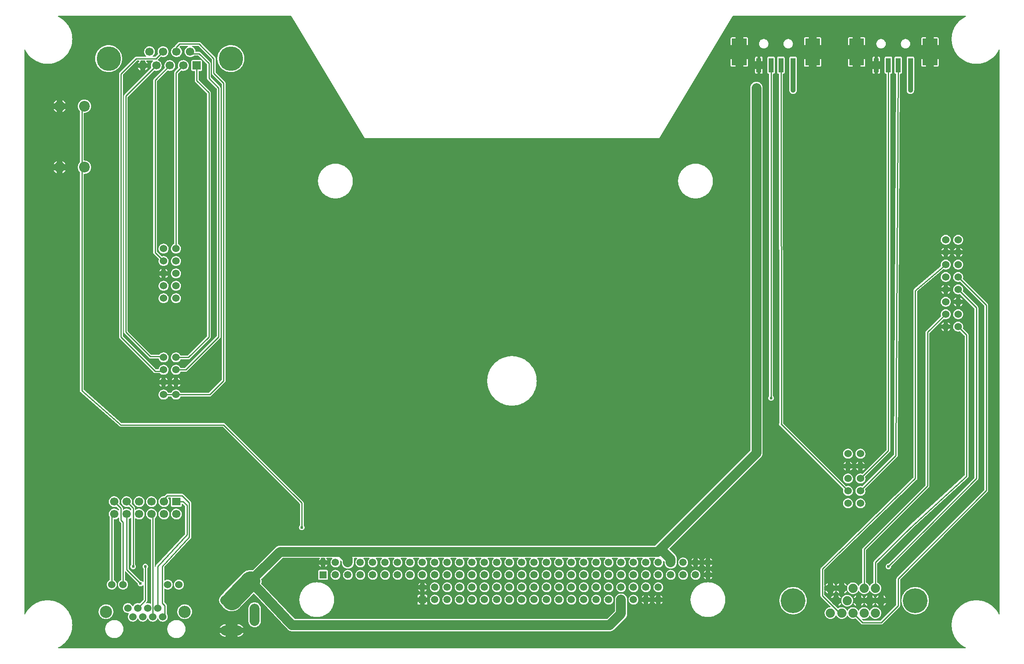
<source format=gtl>
G04 Layer: TopLayer*
G04 EasyEDA v6.5.1, 2022-08-09 23:06:28*
G04 a67cddfb3fce44daa9051d46cbbcc19f,10*
G04 Gerber Generator version 0.2*
G04 Scale: 100 percent, Rotated: No, Reflected: No *
G04 Dimensions in millimeters *
G04 leading zeros omitted , absolute positions ,4 integer and 5 decimal *
%FSLAX45Y45*%
%MOMM*%

%ADD10C,0.2540*%
%ADD11C,0.2500*%
%ADD12C,4.0000*%
%ADD13C,2.0000*%
%ADD14C,1.0000*%
%ADD15C,0.6096*%
%ADD16C,0.6100*%
%ADD17R,1.0000X3.0000*%
%ADD20C,1.5000*%
%ADD21C,1.5240*%
%ADD22C,2.5000*%
%ADD23C,1.8796*%
%ADD24C,5.0800*%
%ADD25C,1.7000*%
%ADD26C,5.0000*%
%ADD27R,1.7000X1.7000*%
%ADD28C,2.2000*%
%ADD29R,1.7000X1.6000*%

%LPD*%
G36*
X726033Y25908D02*
G01*
X722172Y26670D01*
X718921Y28803D01*
X716686Y32004D01*
X715873Y35864D01*
X716534Y39674D01*
X718616Y43027D01*
X721766Y45313D01*
X725373Y46939D01*
X752805Y61722D01*
X779272Y78130D01*
X804722Y96164D01*
X828954Y115722D01*
X851966Y136702D01*
X873607Y159105D01*
X893826Y182778D01*
X912571Y207670D01*
X929741Y233629D01*
X945286Y260654D01*
X959103Y288544D01*
X971194Y317246D01*
X981506Y346659D01*
X989990Y376631D01*
X996594Y407060D01*
X1001318Y437845D01*
X1004112Y468884D01*
X1004976Y499973D01*
X1004112Y531114D01*
X1001318Y562152D01*
X996594Y592937D01*
X989990Y623366D01*
X981506Y653338D01*
X971194Y682752D01*
X959103Y711454D01*
X945286Y739343D01*
X929741Y766368D01*
X912571Y792327D01*
X893826Y817219D01*
X873607Y840892D01*
X851966Y863295D01*
X828954Y884275D01*
X804722Y903833D01*
X779272Y921867D01*
X752805Y938276D01*
X725373Y953058D01*
X697128Y966063D01*
X668070Y977341D01*
X638403Y986790D01*
X608177Y994410D01*
X577596Y1000150D01*
X546658Y1003960D01*
X515569Y1005890D01*
X484428Y1005890D01*
X453339Y1003960D01*
X422452Y1000150D01*
X391820Y994410D01*
X361594Y986790D01*
X331927Y977341D01*
X302869Y966063D01*
X274624Y953058D01*
X247192Y938276D01*
X220725Y921867D01*
X195326Y903833D01*
X171043Y884275D01*
X148082Y863295D01*
X126390Y840892D01*
X106172Y817219D01*
X87426Y792327D01*
X70256Y766368D01*
X54711Y739343D01*
X45161Y720090D01*
X42316Y716584D01*
X38252Y714705D01*
X33731Y714705D01*
X29718Y716686D01*
X26924Y720191D01*
X25908Y724611D01*
X25908Y12275413D01*
X26924Y12279782D01*
X29718Y12283287D01*
X33731Y12285268D01*
X38252Y12285319D01*
X42316Y12283389D01*
X45161Y12279884D01*
X54711Y12260630D01*
X70256Y12233656D01*
X87426Y12207646D01*
X106172Y12182754D01*
X126390Y12159081D01*
X148082Y12136729D01*
X171043Y12115698D01*
X195326Y12096140D01*
X220725Y12078157D01*
X247192Y12061698D01*
X274624Y12046966D01*
X302869Y12033910D01*
X331927Y12022683D01*
X361594Y12013184D01*
X391820Y12005614D01*
X422452Y11999874D01*
X453339Y11996013D01*
X484428Y11994134D01*
X515569Y11994134D01*
X546658Y11996013D01*
X577596Y11999874D01*
X608177Y12005614D01*
X638403Y12013184D01*
X668070Y12022683D01*
X697128Y12033910D01*
X725373Y12046966D01*
X752805Y12061698D01*
X779272Y12078157D01*
X804722Y12096140D01*
X828954Y12115698D01*
X851966Y12136729D01*
X873607Y12159081D01*
X893826Y12182754D01*
X912571Y12207646D01*
X929741Y12233656D01*
X945286Y12260630D01*
X959103Y12288570D01*
X971194Y12317272D01*
X981506Y12346635D01*
X989990Y12376607D01*
X996594Y12407036D01*
X1001318Y12437821D01*
X1004112Y12468860D01*
X1004976Y12499949D01*
X1004112Y12531140D01*
X1001318Y12562179D01*
X996594Y12592964D01*
X989990Y12623393D01*
X981506Y12653365D01*
X971194Y12682728D01*
X959103Y12711430D01*
X945286Y12739370D01*
X929741Y12766344D01*
X912571Y12792354D01*
X893826Y12817246D01*
X873607Y12840919D01*
X851966Y12863271D01*
X828954Y12884302D01*
X804722Y12903860D01*
X779272Y12921843D01*
X752805Y12938302D01*
X725373Y12953034D01*
X719226Y12955879D01*
X716026Y12958165D01*
X713943Y12961518D01*
X713282Y12965328D01*
X714146Y12969189D01*
X716330Y12972389D01*
X719632Y12974523D01*
X723442Y12975285D01*
X5479592Y12974116D01*
X5482996Y12973507D01*
X5486044Y12971780D01*
X5488279Y12969138D01*
X6977430Y10487253D01*
X6982002Y10481564D01*
X6988606Y10476992D01*
X6994144Y10474909D01*
X7000646Y10474096D01*
X12999313Y10474096D01*
X13006578Y10475112D01*
X13013893Y10478363D01*
X13018515Y10482021D01*
X13022529Y10487202D01*
X14511731Y12969138D01*
X14513966Y12971780D01*
X14517014Y12973507D01*
X14520418Y12974116D01*
X19275552Y12975285D01*
X19279362Y12974523D01*
X19282664Y12972389D01*
X19284848Y12969189D01*
X19285712Y12965328D01*
X19285051Y12961518D01*
X19282968Y12958165D01*
X19279819Y12955879D01*
X19274485Y12953441D01*
X19247053Y12938658D01*
X19220586Y12922250D01*
X19195135Y12904216D01*
X19170904Y12884607D01*
X19147891Y12863576D01*
X19126250Y12841173D01*
X19106032Y12817500D01*
X19087287Y12792557D01*
X19070116Y12766548D01*
X19054572Y12739522D01*
X19040754Y12711633D01*
X19028664Y12682880D01*
X19018402Y12653467D01*
X19009918Y12623444D01*
X19003365Y12593015D01*
X18998641Y12562179D01*
X18995898Y12531140D01*
X18995034Y12500051D01*
X18995898Y12468860D01*
X18998641Y12437821D01*
X19003365Y12406985D01*
X19009918Y12376556D01*
X19018402Y12346533D01*
X19028664Y12317120D01*
X19040754Y12288367D01*
X19054572Y12260478D01*
X19070116Y12233452D01*
X19087287Y12207443D01*
X19106032Y12182500D01*
X19126250Y12158827D01*
X19147891Y12136424D01*
X19170904Y12115393D01*
X19195135Y12095784D01*
X19220586Y12077750D01*
X19247053Y12061342D01*
X19274485Y12046559D01*
X19302780Y12033504D01*
X19331838Y12022226D01*
X19361556Y12012777D01*
X19391782Y12005157D01*
X19422414Y11999417D01*
X19453301Y11995556D01*
X19484441Y11993626D01*
X19515582Y11993626D01*
X19546722Y11995556D01*
X19577608Y11999417D01*
X19608241Y12005157D01*
X19638467Y12012777D01*
X19668185Y12022226D01*
X19697242Y12033504D01*
X19725538Y12046559D01*
X19752970Y12061342D01*
X19779437Y12077750D01*
X19804888Y12095784D01*
X19829119Y12115393D01*
X19852132Y12136424D01*
X19873772Y12158827D01*
X19893991Y12182500D01*
X19912736Y12207443D01*
X19929906Y12233452D01*
X19945451Y12260478D01*
X19954849Y12279426D01*
X19957694Y12282932D01*
X19961758Y12284862D01*
X19966279Y12284811D01*
X19970292Y12282830D01*
X19973086Y12279325D01*
X19974102Y12274905D01*
X19974102Y725119D01*
X19973086Y720699D01*
X19970292Y717194D01*
X19966228Y715213D01*
X19961758Y715162D01*
X19957643Y717092D01*
X19954798Y720598D01*
X19945451Y739546D01*
X19929906Y766572D01*
X19912736Y792581D01*
X19893991Y817473D01*
X19873772Y841197D01*
X19852132Y863600D01*
X19829119Y884631D01*
X19804888Y904189D01*
X19779437Y922223D01*
X19752970Y938682D01*
X19725538Y953465D01*
X19697242Y966469D01*
X19668185Y977798D01*
X19638467Y987247D01*
X19608241Y994867D01*
X19577608Y1000607D01*
X19546722Y1004417D01*
X19515582Y1006348D01*
X19484441Y1006348D01*
X19453301Y1004417D01*
X19422414Y1000607D01*
X19391782Y994867D01*
X19361556Y987247D01*
X19331838Y977798D01*
X19302780Y966469D01*
X19274485Y953465D01*
X19247053Y938682D01*
X19220586Y922223D01*
X19195135Y904189D01*
X19170904Y884631D01*
X19147891Y863600D01*
X19126250Y841197D01*
X19106032Y817473D01*
X19087287Y792581D01*
X19070116Y766572D01*
X19054572Y739546D01*
X19040754Y711606D01*
X19028664Y682904D01*
X19018402Y653440D01*
X19009918Y623468D01*
X19003365Y592988D01*
X18998641Y562203D01*
X18995898Y531164D01*
X18995034Y500024D01*
X18995898Y468833D01*
X18998641Y437794D01*
X19003365Y407009D01*
X19009918Y376529D01*
X19018402Y346557D01*
X19028664Y317093D01*
X19040754Y288391D01*
X19054572Y260451D01*
X19070116Y233425D01*
X19087287Y207416D01*
X19106032Y182524D01*
X19126250Y158800D01*
X19147891Y136398D01*
X19170904Y115366D01*
X19195135Y95808D01*
X19220586Y77774D01*
X19247053Y61315D01*
X19274485Y46532D01*
X19277228Y45313D01*
X19280378Y43027D01*
X19282460Y39674D01*
X19283121Y35814D01*
X19282308Y32004D01*
X19280073Y28803D01*
X19276822Y26670D01*
X19272961Y25908D01*
G37*

%LPC*%
G36*
X17131284Y12378842D02*
G01*
X17225873Y12378842D01*
X17225873Y12509398D01*
X17225162Y12515748D01*
X17223232Y12521184D01*
X17220133Y12526060D01*
X17216069Y12530175D01*
X17211141Y12533274D01*
X17205706Y12535154D01*
X17199406Y12535865D01*
X17131284Y12535865D01*
G37*
G36*
X1855571Y231343D02*
G01*
X1874418Y231343D01*
X1893163Y233273D01*
X1911604Y237032D01*
X1929536Y242671D01*
X1946859Y250139D01*
X1963318Y259283D01*
X1978761Y270002D01*
X1993087Y282295D01*
X2006041Y295910D01*
X2017572Y310845D01*
X2027529Y326796D01*
X2035810Y343712D01*
X2042363Y361391D01*
X2047087Y379577D01*
X2049932Y398221D01*
X2050897Y417017D01*
X2049932Y435813D01*
X2047087Y454456D01*
X2042363Y472643D01*
X2035810Y490321D01*
X2027529Y507238D01*
X2017572Y523189D01*
X2006041Y538124D01*
X1993087Y551738D01*
X1978761Y564032D01*
X1963318Y574751D01*
X1946859Y583895D01*
X1929536Y591362D01*
X1911604Y597001D01*
X1893163Y600760D01*
X1874418Y602691D01*
X1855571Y602691D01*
X1836826Y600760D01*
X1818386Y597001D01*
X1800453Y591362D01*
X1783130Y583895D01*
X1766671Y574751D01*
X1751228Y564032D01*
X1736902Y551738D01*
X1723948Y538124D01*
X1712417Y523189D01*
X1702460Y507238D01*
X1694180Y490321D01*
X1687626Y472643D01*
X1682902Y454456D01*
X1680057Y435813D01*
X1679092Y417017D01*
X1680057Y398221D01*
X1682902Y379577D01*
X1687626Y361391D01*
X1694180Y343712D01*
X1702460Y326796D01*
X1712417Y310845D01*
X1723948Y295910D01*
X1736902Y282295D01*
X1751228Y270002D01*
X1766671Y259283D01*
X1783130Y250139D01*
X1800453Y242671D01*
X1818386Y237032D01*
X1836826Y233273D01*
G37*
G36*
X4135272Y264109D02*
G01*
X4143654Y264109D01*
X4143654Y333654D01*
X4022547Y333654D01*
X4023512Y331520D01*
X4031386Y318516D01*
X4040733Y306527D01*
X4051503Y295757D01*
X4063492Y286410D01*
X4076496Y278536D01*
X4090365Y272288D01*
X4104843Y267766D01*
X4119829Y265023D01*
G37*
G36*
X4386326Y264109D02*
G01*
X4394657Y264109D01*
X4410151Y265023D01*
X4425137Y267766D01*
X4439615Y272288D01*
X4453483Y278536D01*
X4466488Y286410D01*
X4478477Y295757D01*
X4489196Y306527D01*
X4498594Y318516D01*
X4506468Y331520D01*
X4507433Y333654D01*
X4386326Y333654D01*
G37*
G36*
X5500319Y374192D02*
G01*
X11999823Y374192D01*
X12007494Y374446D01*
X12015165Y375158D01*
X12022582Y376275D01*
X12030100Y377901D01*
X12037364Y379882D01*
X12044629Y382422D01*
X12051588Y385267D01*
X12058497Y388670D01*
X12065050Y392328D01*
X12071502Y396494D01*
X12077547Y400964D01*
X12083491Y405892D01*
X12089079Y411175D01*
X12319965Y641807D01*
X12325350Y647547D01*
X12330176Y653288D01*
X12334748Y659485D01*
X12338812Y665835D01*
X12342622Y672490D01*
X12345873Y679297D01*
X12348819Y686358D01*
X12351308Y693470D01*
X12353340Y700887D01*
X12354966Y708253D01*
X12356084Y715822D01*
X12356795Y723341D01*
X12357049Y731164D01*
X12357049Y1019251D01*
X12356084Y1034745D01*
X12353340Y1049680D01*
X12348819Y1064209D01*
X12342571Y1078077D01*
X12334697Y1091082D01*
X12325350Y1103020D01*
X12314580Y1113790D01*
X12302642Y1123137D01*
X12289637Y1131011D01*
X12275769Y1137259D01*
X12261240Y1141780D01*
X12246305Y1144524D01*
X12231116Y1145438D01*
X12215926Y1144524D01*
X12200991Y1141780D01*
X12186462Y1137259D01*
X12172594Y1131011D01*
X12159589Y1123137D01*
X12147651Y1113790D01*
X12136882Y1103020D01*
X12127534Y1091082D01*
X12119660Y1078077D01*
X12113412Y1064209D01*
X12108891Y1049680D01*
X12106148Y1034745D01*
X12105233Y1019251D01*
X12105233Y787400D01*
X12104420Y783539D01*
X12102236Y780237D01*
X11950852Y629005D01*
X11947550Y626821D01*
X11943638Y626008D01*
X5558739Y626008D01*
X5554726Y626872D01*
X5551373Y629208D01*
X4873802Y1346454D01*
X4872024Y1349044D01*
X4871110Y1352092D01*
X4871212Y1355242D01*
X4873904Y1370330D01*
X4875682Y1391107D01*
X4875580Y1411986D01*
X4873498Y1432712D01*
X4872634Y1437182D01*
X4872532Y1440484D01*
X4873498Y1443634D01*
X4875479Y1446326D01*
X5303875Y1871167D01*
X5307177Y1873300D01*
X5311038Y1874062D01*
X6060897Y1874062D01*
X6064808Y1873300D01*
X6068110Y1871065D01*
X6070295Y1867712D01*
X6071057Y1863801D01*
X6070193Y1859889D01*
X6067958Y1856638D01*
X6060287Y1849221D01*
X6051956Y1838655D01*
X6045098Y1827072D01*
X6044387Y1825396D01*
X6091275Y1825396D01*
X6091275Y1863902D01*
X6092037Y1867814D01*
X6094222Y1871116D01*
X6097524Y1873300D01*
X6101435Y1874062D01*
X6168796Y1874062D01*
X6172708Y1873300D01*
X6176010Y1871116D01*
X6178194Y1867814D01*
X6178956Y1863902D01*
X6178956Y1825396D01*
X6225743Y1825396D01*
X6221933Y1832965D01*
X6214313Y1844090D01*
X6205270Y1854098D01*
X6202781Y1856181D01*
X6200241Y1859381D01*
X6199174Y1863343D01*
X6199784Y1867407D01*
X6201968Y1870913D01*
X6205321Y1873250D01*
X6209334Y1874062D01*
X6314897Y1874062D01*
X6318808Y1873300D01*
X6322110Y1871065D01*
X6324295Y1867712D01*
X6325057Y1863801D01*
X6324193Y1859889D01*
X6321958Y1856638D01*
X6314287Y1849221D01*
X6305956Y1838655D01*
X6299098Y1827072D01*
X6293815Y1814626D01*
X6290259Y1801672D01*
X6288481Y1788312D01*
X6288481Y1774799D01*
X6290259Y1761439D01*
X6293815Y1748485D01*
X6299098Y1736039D01*
X6305956Y1724456D01*
X6314287Y1713890D01*
X6323990Y1704492D01*
X6334810Y1696516D01*
X6346647Y1690065D01*
X6359245Y1685188D01*
X6372352Y1682089D01*
X6385763Y1680718D01*
X6399225Y1681175D01*
X6412484Y1683410D01*
X6425387Y1687423D01*
X6437579Y1693062D01*
X6448958Y1700326D01*
X6459270Y1709013D01*
X6468313Y1719021D01*
X6475933Y1730146D01*
X6481978Y1742186D01*
X6486398Y1754886D01*
X6489090Y1768093D01*
X6490004Y1781556D01*
X6489090Y1795018D01*
X6486398Y1808225D01*
X6485839Y1812086D01*
X6486804Y1815846D01*
X6489090Y1818995D01*
X6492341Y1821027D01*
X6496151Y1821738D01*
X6499961Y1820925D01*
X6503212Y1818741D01*
X6514236Y1807718D01*
X6516420Y1804416D01*
X6517233Y1800504D01*
X6517233Y1781860D01*
X6518148Y1766366D01*
X6520891Y1751431D01*
X6525412Y1736902D01*
X6531660Y1723034D01*
X6539534Y1710029D01*
X6548881Y1698091D01*
X6559651Y1687322D01*
X6571589Y1677924D01*
X6584594Y1670100D01*
X6598462Y1663852D01*
X6612991Y1659331D01*
X6627926Y1656588D01*
X6643116Y1655673D01*
X6658305Y1656588D01*
X6673240Y1659331D01*
X6687769Y1663852D01*
X6701637Y1670100D01*
X6714642Y1677924D01*
X6726580Y1687322D01*
X6737350Y1698091D01*
X6746748Y1710029D01*
X6754571Y1723034D01*
X6760819Y1736902D01*
X6765340Y1751431D01*
X6768084Y1766366D01*
X6769049Y1781860D01*
X6769049Y1856689D01*
X6768795Y1863598D01*
X6769455Y1867560D01*
X6771640Y1871014D01*
X6774992Y1873300D01*
X6778955Y1874113D01*
X6822897Y1874113D01*
X6826808Y1873300D01*
X6830110Y1871065D01*
X6832295Y1867763D01*
X6833057Y1863801D01*
X6832193Y1859889D01*
X6829958Y1856638D01*
X6822287Y1849221D01*
X6813956Y1838655D01*
X6807098Y1827072D01*
X6801815Y1814626D01*
X6798259Y1801672D01*
X6796481Y1788312D01*
X6796481Y1774799D01*
X6798259Y1761439D01*
X6801815Y1748485D01*
X6807098Y1736039D01*
X6813956Y1724456D01*
X6822287Y1713890D01*
X6831990Y1704492D01*
X6842810Y1696516D01*
X6854647Y1690065D01*
X6867245Y1685188D01*
X6880352Y1682089D01*
X6893763Y1680718D01*
X6907225Y1681175D01*
X6920484Y1683410D01*
X6933387Y1687423D01*
X6945579Y1693062D01*
X6956958Y1700326D01*
X6967270Y1709013D01*
X6976313Y1719021D01*
X6983933Y1730146D01*
X6989978Y1742186D01*
X6994398Y1754886D01*
X6997090Y1768093D01*
X6998004Y1781556D01*
X6997090Y1795018D01*
X6994398Y1808225D01*
X6989978Y1820925D01*
X6983933Y1832965D01*
X6976313Y1844090D01*
X6967270Y1854098D01*
X6964781Y1856181D01*
X6962241Y1859381D01*
X6961174Y1863343D01*
X6961784Y1867407D01*
X6963968Y1870913D01*
X6967321Y1873250D01*
X6971334Y1874113D01*
X7076897Y1874113D01*
X7080808Y1873300D01*
X7084110Y1871065D01*
X7086295Y1867763D01*
X7087057Y1863801D01*
X7086193Y1859889D01*
X7083958Y1856638D01*
X7076287Y1849221D01*
X7067956Y1838655D01*
X7061098Y1827072D01*
X7055815Y1814626D01*
X7052259Y1801672D01*
X7050481Y1788312D01*
X7050481Y1774799D01*
X7052259Y1761439D01*
X7055815Y1748485D01*
X7061098Y1736039D01*
X7067956Y1724456D01*
X7076287Y1713890D01*
X7085990Y1704492D01*
X7096810Y1696516D01*
X7108647Y1690065D01*
X7121245Y1685188D01*
X7134352Y1682089D01*
X7147763Y1680718D01*
X7161225Y1681175D01*
X7174484Y1683410D01*
X7187387Y1687423D01*
X7199579Y1693062D01*
X7210958Y1700326D01*
X7221270Y1709013D01*
X7230313Y1719021D01*
X7237933Y1730146D01*
X7243978Y1742186D01*
X7248398Y1754886D01*
X7251090Y1768093D01*
X7252004Y1781556D01*
X7251090Y1795018D01*
X7248398Y1808225D01*
X7243978Y1820925D01*
X7237933Y1832965D01*
X7230313Y1844090D01*
X7221270Y1854098D01*
X7218781Y1856181D01*
X7216241Y1859381D01*
X7215174Y1863343D01*
X7215784Y1867407D01*
X7217968Y1870913D01*
X7221321Y1873250D01*
X7225334Y1874113D01*
X7330897Y1874113D01*
X7334808Y1873300D01*
X7338110Y1871065D01*
X7340295Y1867763D01*
X7341057Y1863801D01*
X7340193Y1859889D01*
X7337958Y1856638D01*
X7330287Y1849221D01*
X7321956Y1838655D01*
X7315098Y1827072D01*
X7309815Y1814626D01*
X7306259Y1801672D01*
X7304481Y1788312D01*
X7304481Y1774799D01*
X7306259Y1761439D01*
X7309815Y1748485D01*
X7315098Y1736039D01*
X7321956Y1724456D01*
X7330287Y1713890D01*
X7339990Y1704492D01*
X7350810Y1696516D01*
X7362647Y1690065D01*
X7375245Y1685188D01*
X7388352Y1682089D01*
X7401763Y1680718D01*
X7415225Y1681175D01*
X7428484Y1683410D01*
X7441387Y1687423D01*
X7453579Y1693062D01*
X7464958Y1700326D01*
X7475270Y1709013D01*
X7484313Y1719021D01*
X7491933Y1730146D01*
X7497978Y1742186D01*
X7502398Y1754886D01*
X7505090Y1768093D01*
X7506004Y1781556D01*
X7505090Y1795018D01*
X7502398Y1808225D01*
X7497978Y1820925D01*
X7491933Y1832965D01*
X7484313Y1844090D01*
X7475270Y1854098D01*
X7472781Y1856181D01*
X7470241Y1859381D01*
X7469174Y1863343D01*
X7469784Y1867407D01*
X7471968Y1870913D01*
X7475321Y1873250D01*
X7479334Y1874113D01*
X7584897Y1874113D01*
X7588808Y1873300D01*
X7592110Y1871065D01*
X7594295Y1867763D01*
X7595057Y1863801D01*
X7594193Y1859889D01*
X7591958Y1856638D01*
X7584287Y1849221D01*
X7575956Y1838655D01*
X7569098Y1827072D01*
X7563815Y1814626D01*
X7560259Y1801672D01*
X7558481Y1788312D01*
X7558481Y1774799D01*
X7560259Y1761439D01*
X7563815Y1748485D01*
X7569098Y1736039D01*
X7575956Y1724456D01*
X7584287Y1713890D01*
X7593990Y1704492D01*
X7604810Y1696516D01*
X7616647Y1690065D01*
X7629245Y1685188D01*
X7642352Y1682089D01*
X7655763Y1680718D01*
X7669225Y1681175D01*
X7682484Y1683410D01*
X7695387Y1687423D01*
X7707579Y1693062D01*
X7718958Y1700326D01*
X7729270Y1709013D01*
X7738313Y1719021D01*
X7745933Y1730146D01*
X7751978Y1742186D01*
X7756398Y1754886D01*
X7759090Y1768093D01*
X7760004Y1781556D01*
X7759090Y1795018D01*
X7756398Y1808225D01*
X7751978Y1820925D01*
X7745933Y1832965D01*
X7738313Y1844090D01*
X7729270Y1854098D01*
X7726781Y1856181D01*
X7724241Y1859381D01*
X7723174Y1863343D01*
X7723784Y1867407D01*
X7725968Y1870913D01*
X7729321Y1873250D01*
X7733334Y1874113D01*
X7838897Y1874113D01*
X7842808Y1873300D01*
X7846110Y1871065D01*
X7848295Y1867763D01*
X7849057Y1863801D01*
X7848193Y1859889D01*
X7845958Y1856638D01*
X7838287Y1849221D01*
X7829956Y1838655D01*
X7823098Y1827072D01*
X7817815Y1814626D01*
X7814259Y1801672D01*
X7812481Y1788312D01*
X7812481Y1774799D01*
X7814259Y1761439D01*
X7817815Y1748485D01*
X7823098Y1736039D01*
X7829956Y1724456D01*
X7838287Y1713890D01*
X7847990Y1704492D01*
X7858810Y1696516D01*
X7870647Y1690065D01*
X7883245Y1685188D01*
X7896352Y1682089D01*
X7909763Y1680718D01*
X7923225Y1681175D01*
X7936484Y1683410D01*
X7949387Y1687423D01*
X7961579Y1693062D01*
X7972958Y1700326D01*
X7983270Y1709013D01*
X7992313Y1719021D01*
X7999933Y1730146D01*
X8005978Y1742186D01*
X8010398Y1754886D01*
X8013090Y1768093D01*
X8014004Y1781556D01*
X8013090Y1795018D01*
X8010398Y1808225D01*
X8005978Y1820925D01*
X7999933Y1832965D01*
X7992313Y1844090D01*
X7983270Y1854098D01*
X7980781Y1856181D01*
X7978241Y1859381D01*
X7977174Y1863343D01*
X7977784Y1867407D01*
X7979968Y1870913D01*
X7983321Y1873250D01*
X7987334Y1874113D01*
X8092897Y1874113D01*
X8096808Y1873300D01*
X8100110Y1871065D01*
X8102295Y1867763D01*
X8103057Y1863801D01*
X8102193Y1859889D01*
X8099958Y1856638D01*
X8092287Y1849221D01*
X8083956Y1838655D01*
X8077098Y1827072D01*
X8071815Y1814626D01*
X8068259Y1801672D01*
X8066481Y1788312D01*
X8066481Y1774799D01*
X8068259Y1761439D01*
X8071815Y1748485D01*
X8077098Y1736039D01*
X8083956Y1724456D01*
X8092287Y1713890D01*
X8101990Y1704492D01*
X8112810Y1696516D01*
X8124647Y1690065D01*
X8137245Y1685188D01*
X8150352Y1682089D01*
X8163763Y1680718D01*
X8177225Y1681175D01*
X8190484Y1683410D01*
X8203387Y1687423D01*
X8215579Y1693062D01*
X8226958Y1700326D01*
X8237270Y1709013D01*
X8246313Y1719021D01*
X8253933Y1730146D01*
X8259978Y1742186D01*
X8264398Y1754886D01*
X8267090Y1768093D01*
X8268004Y1781556D01*
X8267090Y1795018D01*
X8264398Y1808225D01*
X8259978Y1820925D01*
X8253933Y1832965D01*
X8246313Y1844090D01*
X8237270Y1854098D01*
X8234781Y1856181D01*
X8232241Y1859381D01*
X8231174Y1863343D01*
X8231784Y1867407D01*
X8233968Y1870913D01*
X8237321Y1873250D01*
X8241334Y1874113D01*
X8346897Y1874113D01*
X8350808Y1873300D01*
X8354110Y1871065D01*
X8356295Y1867763D01*
X8357057Y1863801D01*
X8356193Y1859889D01*
X8353958Y1856638D01*
X8346287Y1849221D01*
X8337956Y1838655D01*
X8331098Y1827072D01*
X8325815Y1814626D01*
X8322259Y1801672D01*
X8320481Y1788312D01*
X8320481Y1774799D01*
X8322259Y1761439D01*
X8325815Y1748485D01*
X8331098Y1736039D01*
X8337956Y1724456D01*
X8346287Y1713890D01*
X8355990Y1704492D01*
X8366810Y1696516D01*
X8378647Y1690065D01*
X8391245Y1685188D01*
X8404352Y1682089D01*
X8417763Y1680718D01*
X8431225Y1681175D01*
X8444484Y1683410D01*
X8457387Y1687423D01*
X8469579Y1693062D01*
X8480958Y1700326D01*
X8491270Y1709013D01*
X8500313Y1719021D01*
X8507933Y1730146D01*
X8513978Y1742186D01*
X8518398Y1754886D01*
X8521090Y1768093D01*
X8522004Y1781556D01*
X8521090Y1795018D01*
X8518398Y1808225D01*
X8513978Y1820925D01*
X8507933Y1832965D01*
X8500313Y1844090D01*
X8491270Y1854098D01*
X8488781Y1856181D01*
X8486241Y1859381D01*
X8485174Y1863343D01*
X8485784Y1867407D01*
X8487968Y1870913D01*
X8491321Y1873250D01*
X8495334Y1874113D01*
X8600897Y1874113D01*
X8604808Y1873300D01*
X8608110Y1871065D01*
X8610295Y1867763D01*
X8611057Y1863801D01*
X8610193Y1859889D01*
X8607958Y1856638D01*
X8600287Y1849221D01*
X8591956Y1838655D01*
X8585098Y1827072D01*
X8579815Y1814626D01*
X8576259Y1801672D01*
X8574481Y1788312D01*
X8574481Y1774799D01*
X8576259Y1761439D01*
X8579815Y1748485D01*
X8585098Y1736039D01*
X8591956Y1724456D01*
X8600287Y1713890D01*
X8609990Y1704492D01*
X8620810Y1696516D01*
X8632647Y1690065D01*
X8645245Y1685188D01*
X8658352Y1682089D01*
X8671763Y1680718D01*
X8685225Y1681175D01*
X8698484Y1683410D01*
X8711387Y1687423D01*
X8723579Y1693062D01*
X8734958Y1700326D01*
X8745270Y1709013D01*
X8754313Y1719021D01*
X8761933Y1730146D01*
X8767978Y1742186D01*
X8772398Y1754886D01*
X8775090Y1768093D01*
X8776004Y1781556D01*
X8775090Y1795018D01*
X8772398Y1808225D01*
X8767978Y1820925D01*
X8761933Y1832965D01*
X8754313Y1844090D01*
X8745270Y1854098D01*
X8742781Y1856181D01*
X8740241Y1859381D01*
X8739174Y1863343D01*
X8739784Y1867407D01*
X8741968Y1870913D01*
X8745321Y1873250D01*
X8749334Y1874113D01*
X8854897Y1874113D01*
X8858808Y1873300D01*
X8862110Y1871065D01*
X8864295Y1867763D01*
X8865057Y1863801D01*
X8864193Y1859889D01*
X8861958Y1856638D01*
X8854287Y1849221D01*
X8845956Y1838655D01*
X8839098Y1827072D01*
X8833815Y1814626D01*
X8830259Y1801672D01*
X8828481Y1788312D01*
X8828481Y1774799D01*
X8830259Y1761439D01*
X8833815Y1748485D01*
X8839098Y1736039D01*
X8845956Y1724456D01*
X8854287Y1713890D01*
X8863990Y1704492D01*
X8874810Y1696516D01*
X8886647Y1690065D01*
X8899245Y1685188D01*
X8912352Y1682089D01*
X8925763Y1680718D01*
X8939225Y1681175D01*
X8952484Y1683410D01*
X8965387Y1687423D01*
X8977579Y1693062D01*
X8988958Y1700326D01*
X8999270Y1709013D01*
X9008313Y1719021D01*
X9015933Y1730146D01*
X9021978Y1742186D01*
X9026398Y1754886D01*
X9029090Y1768093D01*
X9030004Y1781556D01*
X9029090Y1795018D01*
X9026398Y1808225D01*
X9021978Y1820925D01*
X9015933Y1832965D01*
X9008313Y1844090D01*
X8999270Y1854098D01*
X8996781Y1856181D01*
X8994241Y1859381D01*
X8993174Y1863343D01*
X8993784Y1867407D01*
X8995968Y1870913D01*
X8999321Y1873250D01*
X9003334Y1874113D01*
X9108897Y1874113D01*
X9112808Y1873300D01*
X9116110Y1871065D01*
X9118295Y1867763D01*
X9119057Y1863801D01*
X9118193Y1859889D01*
X9115958Y1856638D01*
X9108287Y1849221D01*
X9099956Y1838655D01*
X9093098Y1827072D01*
X9087815Y1814626D01*
X9084259Y1801672D01*
X9082481Y1788312D01*
X9082481Y1774799D01*
X9084259Y1761439D01*
X9087815Y1748485D01*
X9093098Y1736039D01*
X9099956Y1724456D01*
X9108287Y1713890D01*
X9117990Y1704492D01*
X9128810Y1696516D01*
X9140647Y1690065D01*
X9153245Y1685188D01*
X9166352Y1682089D01*
X9179763Y1680718D01*
X9193225Y1681175D01*
X9206484Y1683410D01*
X9219387Y1687423D01*
X9231579Y1693062D01*
X9242958Y1700326D01*
X9253270Y1709013D01*
X9262313Y1719021D01*
X9269933Y1730146D01*
X9275978Y1742186D01*
X9280398Y1754886D01*
X9283090Y1768093D01*
X9284004Y1781556D01*
X9283090Y1795018D01*
X9280398Y1808225D01*
X9275978Y1820925D01*
X9269933Y1832965D01*
X9262313Y1844090D01*
X9253270Y1854098D01*
X9250781Y1856181D01*
X9248241Y1859381D01*
X9247174Y1863343D01*
X9247784Y1867407D01*
X9249968Y1870913D01*
X9253321Y1873250D01*
X9257334Y1874113D01*
X9362897Y1874113D01*
X9366808Y1873300D01*
X9370110Y1871065D01*
X9372295Y1867763D01*
X9373057Y1863801D01*
X9372193Y1859889D01*
X9369958Y1856638D01*
X9362287Y1849221D01*
X9353956Y1838655D01*
X9347098Y1827072D01*
X9341815Y1814626D01*
X9338259Y1801672D01*
X9336481Y1788312D01*
X9336481Y1774799D01*
X9338259Y1761439D01*
X9341815Y1748485D01*
X9347098Y1736039D01*
X9353956Y1724456D01*
X9362287Y1713890D01*
X9371990Y1704492D01*
X9382810Y1696516D01*
X9394647Y1690065D01*
X9407245Y1685188D01*
X9420352Y1682089D01*
X9433763Y1680718D01*
X9447225Y1681175D01*
X9460484Y1683410D01*
X9473387Y1687423D01*
X9485579Y1693062D01*
X9496958Y1700326D01*
X9507270Y1709013D01*
X9516313Y1719021D01*
X9523933Y1730146D01*
X9529978Y1742186D01*
X9534398Y1754886D01*
X9537090Y1768093D01*
X9538004Y1781556D01*
X9537090Y1795018D01*
X9534398Y1808225D01*
X9529978Y1820925D01*
X9523933Y1832965D01*
X9516313Y1844090D01*
X9507270Y1854098D01*
X9504781Y1856181D01*
X9502241Y1859381D01*
X9501174Y1863343D01*
X9501784Y1867407D01*
X9503968Y1870913D01*
X9507321Y1873250D01*
X9511334Y1874113D01*
X9616897Y1874113D01*
X9620808Y1873300D01*
X9624110Y1871065D01*
X9626295Y1867763D01*
X9627057Y1863801D01*
X9626193Y1859889D01*
X9623958Y1856638D01*
X9616287Y1849221D01*
X9607956Y1838655D01*
X9601098Y1827072D01*
X9595815Y1814626D01*
X9592259Y1801672D01*
X9590481Y1788312D01*
X9590481Y1774799D01*
X9592259Y1761439D01*
X9595815Y1748485D01*
X9601098Y1736039D01*
X9607956Y1724456D01*
X9616287Y1713890D01*
X9625990Y1704492D01*
X9636810Y1696516D01*
X9648647Y1690065D01*
X9661245Y1685188D01*
X9674352Y1682089D01*
X9687763Y1680718D01*
X9701225Y1681175D01*
X9714484Y1683410D01*
X9727387Y1687423D01*
X9739579Y1693062D01*
X9750958Y1700326D01*
X9761270Y1709013D01*
X9770313Y1719021D01*
X9777933Y1730146D01*
X9783978Y1742186D01*
X9788398Y1754886D01*
X9791090Y1768093D01*
X9792004Y1781556D01*
X9791090Y1795018D01*
X9788398Y1808225D01*
X9783978Y1820925D01*
X9777933Y1832965D01*
X9770313Y1844090D01*
X9761270Y1854098D01*
X9758781Y1856181D01*
X9756241Y1859381D01*
X9755174Y1863343D01*
X9755784Y1867407D01*
X9757968Y1870913D01*
X9761321Y1873250D01*
X9765334Y1874113D01*
X9870897Y1874113D01*
X9874808Y1873300D01*
X9878110Y1871065D01*
X9880295Y1867763D01*
X9881057Y1863801D01*
X9880193Y1859889D01*
X9877958Y1856638D01*
X9870287Y1849221D01*
X9861956Y1838655D01*
X9855098Y1827072D01*
X9849815Y1814626D01*
X9846259Y1801672D01*
X9844481Y1788312D01*
X9844481Y1774799D01*
X9846259Y1761439D01*
X9849815Y1748485D01*
X9855098Y1736039D01*
X9861956Y1724456D01*
X9870287Y1713890D01*
X9879990Y1704492D01*
X9890810Y1696516D01*
X9902647Y1690065D01*
X9915245Y1685188D01*
X9928352Y1682089D01*
X9941763Y1680718D01*
X9955225Y1681175D01*
X9968484Y1683410D01*
X9981387Y1687423D01*
X9993579Y1693062D01*
X10004958Y1700326D01*
X10015270Y1709013D01*
X10024313Y1719021D01*
X10031933Y1730146D01*
X10037978Y1742186D01*
X10042398Y1754886D01*
X10045090Y1768093D01*
X10046004Y1781556D01*
X10045090Y1795018D01*
X10042398Y1808225D01*
X10037978Y1820925D01*
X10031933Y1832965D01*
X10024313Y1844090D01*
X10015270Y1854098D01*
X10012781Y1856181D01*
X10010241Y1859381D01*
X10009174Y1863343D01*
X10009784Y1867407D01*
X10011968Y1870913D01*
X10015321Y1873250D01*
X10019334Y1874113D01*
X10124897Y1874113D01*
X10128808Y1873300D01*
X10132110Y1871065D01*
X10134295Y1867763D01*
X10135057Y1863801D01*
X10134193Y1859889D01*
X10131958Y1856638D01*
X10124287Y1849221D01*
X10115956Y1838655D01*
X10109098Y1827072D01*
X10103815Y1814626D01*
X10100259Y1801672D01*
X10098481Y1788312D01*
X10098481Y1774799D01*
X10100259Y1761439D01*
X10103815Y1748485D01*
X10109098Y1736039D01*
X10115956Y1724456D01*
X10124287Y1713890D01*
X10133990Y1704492D01*
X10144810Y1696516D01*
X10156647Y1690065D01*
X10169245Y1685188D01*
X10182352Y1682089D01*
X10195763Y1680718D01*
X10209225Y1681175D01*
X10222484Y1683410D01*
X10235387Y1687423D01*
X10247579Y1693062D01*
X10258958Y1700326D01*
X10269270Y1709013D01*
X10278313Y1719021D01*
X10285933Y1730146D01*
X10291978Y1742186D01*
X10296398Y1754886D01*
X10299090Y1768093D01*
X10300004Y1781556D01*
X10299090Y1795018D01*
X10296398Y1808225D01*
X10291978Y1820925D01*
X10285933Y1832965D01*
X10278313Y1844090D01*
X10269270Y1854098D01*
X10266781Y1856181D01*
X10264241Y1859381D01*
X10263174Y1863343D01*
X10263784Y1867407D01*
X10265968Y1870913D01*
X10269321Y1873250D01*
X10273334Y1874113D01*
X10378897Y1874113D01*
X10382808Y1873300D01*
X10386110Y1871065D01*
X10388295Y1867763D01*
X10389057Y1863801D01*
X10388193Y1859889D01*
X10385958Y1856638D01*
X10378287Y1849221D01*
X10369956Y1838655D01*
X10363098Y1827072D01*
X10357815Y1814626D01*
X10354259Y1801672D01*
X10352481Y1788312D01*
X10352481Y1774799D01*
X10354259Y1761439D01*
X10357815Y1748485D01*
X10363098Y1736039D01*
X10369956Y1724456D01*
X10378287Y1713890D01*
X10387990Y1704492D01*
X10398810Y1696516D01*
X10410647Y1690065D01*
X10423245Y1685188D01*
X10436352Y1682089D01*
X10449763Y1680718D01*
X10463225Y1681175D01*
X10476484Y1683410D01*
X10489387Y1687423D01*
X10501579Y1693062D01*
X10512958Y1700326D01*
X10523270Y1709013D01*
X10532313Y1719021D01*
X10539933Y1730146D01*
X10545978Y1742186D01*
X10550398Y1754886D01*
X10553090Y1768093D01*
X10554004Y1781556D01*
X10553090Y1795018D01*
X10550398Y1808225D01*
X10545978Y1820925D01*
X10539933Y1832965D01*
X10532313Y1844090D01*
X10523270Y1854098D01*
X10520781Y1856181D01*
X10518241Y1859381D01*
X10517174Y1863343D01*
X10517784Y1867407D01*
X10519968Y1870913D01*
X10523321Y1873250D01*
X10527334Y1874113D01*
X10632897Y1874113D01*
X10636808Y1873300D01*
X10640110Y1871065D01*
X10642295Y1867763D01*
X10643057Y1863801D01*
X10642193Y1859889D01*
X10639958Y1856638D01*
X10632287Y1849221D01*
X10623956Y1838655D01*
X10617098Y1827072D01*
X10611815Y1814626D01*
X10608259Y1801672D01*
X10606481Y1788312D01*
X10606481Y1774799D01*
X10608259Y1761439D01*
X10611815Y1748485D01*
X10617098Y1736039D01*
X10623956Y1724456D01*
X10632287Y1713890D01*
X10641990Y1704492D01*
X10652810Y1696516D01*
X10664647Y1690065D01*
X10677245Y1685188D01*
X10690352Y1682089D01*
X10703763Y1680718D01*
X10717225Y1681175D01*
X10730484Y1683410D01*
X10743387Y1687423D01*
X10755579Y1693062D01*
X10766958Y1700326D01*
X10777270Y1709013D01*
X10786313Y1719021D01*
X10793933Y1730146D01*
X10799978Y1742186D01*
X10804398Y1754886D01*
X10807090Y1768093D01*
X10808004Y1781556D01*
X10807090Y1795018D01*
X10804398Y1808225D01*
X10799978Y1820925D01*
X10793933Y1832965D01*
X10786313Y1844090D01*
X10777270Y1854098D01*
X10774781Y1856181D01*
X10772241Y1859381D01*
X10771174Y1863343D01*
X10771784Y1867407D01*
X10773968Y1870913D01*
X10777321Y1873250D01*
X10781334Y1874113D01*
X10886897Y1874113D01*
X10890808Y1873300D01*
X10894110Y1871065D01*
X10896295Y1867763D01*
X10897057Y1863801D01*
X10896193Y1859889D01*
X10893958Y1856638D01*
X10886287Y1849221D01*
X10877956Y1838655D01*
X10871098Y1827072D01*
X10865815Y1814626D01*
X10862259Y1801672D01*
X10860481Y1788312D01*
X10860481Y1774799D01*
X10862259Y1761439D01*
X10865815Y1748485D01*
X10871098Y1736039D01*
X10877956Y1724456D01*
X10886287Y1713890D01*
X10895990Y1704492D01*
X10906810Y1696516D01*
X10918647Y1690065D01*
X10931245Y1685188D01*
X10944352Y1682089D01*
X10957763Y1680718D01*
X10971225Y1681175D01*
X10984484Y1683410D01*
X10997387Y1687423D01*
X11009579Y1693062D01*
X11020958Y1700326D01*
X11031270Y1709013D01*
X11040313Y1719021D01*
X11047933Y1730146D01*
X11053978Y1742186D01*
X11058398Y1754886D01*
X11061090Y1768093D01*
X11062004Y1781556D01*
X11061090Y1795018D01*
X11058398Y1808225D01*
X11053978Y1820925D01*
X11047933Y1832965D01*
X11040313Y1844090D01*
X11031270Y1854098D01*
X11028781Y1856181D01*
X11026241Y1859381D01*
X11025174Y1863343D01*
X11025784Y1867407D01*
X11027968Y1870913D01*
X11031321Y1873250D01*
X11035334Y1874113D01*
X11140897Y1874113D01*
X11144808Y1873300D01*
X11148110Y1871065D01*
X11150295Y1867763D01*
X11151057Y1863801D01*
X11150193Y1859889D01*
X11147958Y1856638D01*
X11140287Y1849221D01*
X11131956Y1838655D01*
X11125098Y1827072D01*
X11119815Y1814626D01*
X11116259Y1801672D01*
X11114481Y1788312D01*
X11114481Y1774799D01*
X11116259Y1761439D01*
X11119815Y1748485D01*
X11125098Y1736039D01*
X11131956Y1724456D01*
X11140287Y1713890D01*
X11149990Y1704492D01*
X11160810Y1696516D01*
X11172647Y1690065D01*
X11185245Y1685188D01*
X11198352Y1682089D01*
X11211763Y1680718D01*
X11225225Y1681175D01*
X11238484Y1683410D01*
X11251387Y1687423D01*
X11263579Y1693062D01*
X11274958Y1700326D01*
X11285270Y1709013D01*
X11294313Y1719021D01*
X11301933Y1730146D01*
X11307978Y1742186D01*
X11312398Y1754886D01*
X11315090Y1768093D01*
X11316004Y1781556D01*
X11315090Y1795018D01*
X11312398Y1808225D01*
X11307978Y1820925D01*
X11301933Y1832965D01*
X11294313Y1844090D01*
X11285270Y1854098D01*
X11282781Y1856181D01*
X11280241Y1859381D01*
X11279174Y1863343D01*
X11279784Y1867407D01*
X11281968Y1870913D01*
X11285321Y1873250D01*
X11289334Y1874113D01*
X11394897Y1874113D01*
X11398808Y1873300D01*
X11402110Y1871065D01*
X11404295Y1867763D01*
X11405057Y1863801D01*
X11404193Y1859889D01*
X11401958Y1856638D01*
X11394287Y1849221D01*
X11385956Y1838655D01*
X11379098Y1827072D01*
X11373815Y1814626D01*
X11370259Y1801672D01*
X11368481Y1788312D01*
X11368481Y1774799D01*
X11370259Y1761439D01*
X11373815Y1748485D01*
X11379098Y1736039D01*
X11385956Y1724456D01*
X11394287Y1713890D01*
X11403990Y1704492D01*
X11414810Y1696516D01*
X11426647Y1690065D01*
X11439245Y1685188D01*
X11452352Y1682089D01*
X11465763Y1680718D01*
X11479225Y1681175D01*
X11492484Y1683410D01*
X11505387Y1687423D01*
X11517579Y1693062D01*
X11528958Y1700326D01*
X11539270Y1709013D01*
X11548313Y1719021D01*
X11555933Y1730146D01*
X11561978Y1742186D01*
X11566398Y1754886D01*
X11569090Y1768093D01*
X11570004Y1781556D01*
X11569090Y1795018D01*
X11566398Y1808225D01*
X11561978Y1820925D01*
X11555933Y1832965D01*
X11548313Y1844090D01*
X11539270Y1854098D01*
X11536781Y1856181D01*
X11534241Y1859381D01*
X11533174Y1863343D01*
X11533784Y1867407D01*
X11535968Y1870913D01*
X11539321Y1873250D01*
X11543334Y1874113D01*
X11648897Y1874113D01*
X11652808Y1873300D01*
X11656110Y1871065D01*
X11658295Y1867763D01*
X11659057Y1863801D01*
X11658193Y1859889D01*
X11655958Y1856638D01*
X11648287Y1849221D01*
X11639956Y1838655D01*
X11633098Y1827072D01*
X11627815Y1814626D01*
X11624259Y1801672D01*
X11622481Y1788312D01*
X11622481Y1774799D01*
X11624259Y1761439D01*
X11627815Y1748485D01*
X11633098Y1736039D01*
X11639956Y1724456D01*
X11648287Y1713890D01*
X11657990Y1704492D01*
X11668810Y1696516D01*
X11680647Y1690065D01*
X11693245Y1685188D01*
X11706352Y1682089D01*
X11719763Y1680718D01*
X11733225Y1681175D01*
X11746484Y1683410D01*
X11759387Y1687423D01*
X11771579Y1693062D01*
X11782958Y1700326D01*
X11793270Y1709013D01*
X11802313Y1719021D01*
X11809933Y1730146D01*
X11815978Y1742186D01*
X11820398Y1754886D01*
X11823090Y1768093D01*
X11824004Y1781556D01*
X11823090Y1795018D01*
X11820398Y1808225D01*
X11815978Y1820925D01*
X11809933Y1832965D01*
X11802313Y1844090D01*
X11793270Y1854098D01*
X11790781Y1856181D01*
X11788241Y1859381D01*
X11787174Y1863343D01*
X11787784Y1867407D01*
X11789968Y1870913D01*
X11793321Y1873250D01*
X11797334Y1874113D01*
X11902897Y1874113D01*
X11906808Y1873300D01*
X11910110Y1871065D01*
X11912295Y1867763D01*
X11913057Y1863801D01*
X11912193Y1859889D01*
X11909958Y1856638D01*
X11902287Y1849221D01*
X11893956Y1838655D01*
X11887098Y1827072D01*
X11881815Y1814626D01*
X11878259Y1801672D01*
X11876481Y1788312D01*
X11876481Y1774799D01*
X11878259Y1761439D01*
X11881815Y1748485D01*
X11887098Y1736039D01*
X11893956Y1724456D01*
X11902287Y1713890D01*
X11911990Y1704492D01*
X11922810Y1696516D01*
X11934647Y1690065D01*
X11947245Y1685188D01*
X11960352Y1682089D01*
X11973763Y1680718D01*
X11987225Y1681175D01*
X12000484Y1683410D01*
X12013387Y1687423D01*
X12025579Y1693062D01*
X12036958Y1700326D01*
X12047270Y1709013D01*
X12056313Y1719021D01*
X12063933Y1730146D01*
X12069978Y1742186D01*
X12074398Y1754886D01*
X12077090Y1768093D01*
X12078004Y1781556D01*
X12077090Y1795018D01*
X12074398Y1808225D01*
X12069978Y1820925D01*
X12063933Y1832965D01*
X12056313Y1844090D01*
X12047270Y1854098D01*
X12044781Y1856181D01*
X12042241Y1859381D01*
X12041174Y1863343D01*
X12041784Y1867407D01*
X12043968Y1870913D01*
X12047321Y1873250D01*
X12051334Y1874113D01*
X12156897Y1874113D01*
X12160808Y1873300D01*
X12164110Y1871065D01*
X12166295Y1867763D01*
X12167057Y1863801D01*
X12166193Y1859889D01*
X12163958Y1856638D01*
X12156287Y1849221D01*
X12147956Y1838655D01*
X12141098Y1827072D01*
X12135815Y1814626D01*
X12132259Y1801672D01*
X12130481Y1788312D01*
X12130481Y1774799D01*
X12132259Y1761439D01*
X12135815Y1748485D01*
X12141098Y1736039D01*
X12147956Y1724456D01*
X12156287Y1713890D01*
X12165990Y1704492D01*
X12176810Y1696516D01*
X12188647Y1690065D01*
X12201245Y1685188D01*
X12214352Y1682089D01*
X12227763Y1680718D01*
X12241225Y1681175D01*
X12254484Y1683410D01*
X12267387Y1687423D01*
X12279579Y1693062D01*
X12290958Y1700326D01*
X12301270Y1709013D01*
X12310313Y1719021D01*
X12317933Y1730146D01*
X12323978Y1742186D01*
X12328398Y1754886D01*
X12331090Y1768093D01*
X12332004Y1781556D01*
X12331090Y1795018D01*
X12328398Y1808225D01*
X12323978Y1820925D01*
X12317933Y1832965D01*
X12310313Y1844090D01*
X12301270Y1854098D01*
X12298781Y1856181D01*
X12296241Y1859381D01*
X12295174Y1863343D01*
X12295784Y1867407D01*
X12297968Y1870913D01*
X12301321Y1873250D01*
X12305334Y1874113D01*
X12410897Y1874113D01*
X12414808Y1873300D01*
X12418110Y1871065D01*
X12420295Y1867712D01*
X12421057Y1863801D01*
X12420193Y1859889D01*
X12417958Y1856638D01*
X12410287Y1849221D01*
X12401956Y1838655D01*
X12395098Y1827072D01*
X12389815Y1814626D01*
X12386259Y1801672D01*
X12384481Y1788312D01*
X12384481Y1774799D01*
X12386259Y1761439D01*
X12389815Y1748485D01*
X12395098Y1736039D01*
X12401956Y1724456D01*
X12410287Y1713890D01*
X12419990Y1704492D01*
X12430810Y1696516D01*
X12442647Y1690065D01*
X12455245Y1685188D01*
X12468352Y1682089D01*
X12481763Y1680718D01*
X12495225Y1681175D01*
X12508484Y1683410D01*
X12521387Y1687423D01*
X12533579Y1693062D01*
X12544958Y1700326D01*
X12555270Y1709013D01*
X12564313Y1719021D01*
X12571933Y1730146D01*
X12577978Y1742186D01*
X12582398Y1754886D01*
X12585090Y1768093D01*
X12586004Y1781556D01*
X12585090Y1795018D01*
X12582398Y1808225D01*
X12577978Y1820925D01*
X12571933Y1832965D01*
X12564313Y1844090D01*
X12555270Y1854098D01*
X12552781Y1856181D01*
X12550241Y1859381D01*
X12549174Y1863343D01*
X12549784Y1867407D01*
X12551968Y1870913D01*
X12555321Y1873250D01*
X12559334Y1874113D01*
X12664897Y1874113D01*
X12668808Y1873300D01*
X12672110Y1871065D01*
X12674295Y1867712D01*
X12675057Y1863801D01*
X12674193Y1859889D01*
X12671958Y1856638D01*
X12664287Y1849221D01*
X12655956Y1838655D01*
X12649098Y1827072D01*
X12643815Y1814626D01*
X12640259Y1801672D01*
X12638481Y1788312D01*
X12638481Y1774799D01*
X12640259Y1761439D01*
X12643815Y1748485D01*
X12649098Y1736039D01*
X12655956Y1724456D01*
X12664287Y1713890D01*
X12673990Y1704492D01*
X12684810Y1696516D01*
X12696647Y1690065D01*
X12709245Y1685188D01*
X12722352Y1682089D01*
X12735763Y1680718D01*
X12749225Y1681175D01*
X12762484Y1683410D01*
X12775387Y1687423D01*
X12787579Y1693062D01*
X12798958Y1700326D01*
X12809270Y1709013D01*
X12818313Y1719021D01*
X12825933Y1730146D01*
X12831978Y1742186D01*
X12836398Y1754886D01*
X12839090Y1768093D01*
X12840004Y1781556D01*
X12839090Y1795018D01*
X12836398Y1808225D01*
X12831978Y1820925D01*
X12825933Y1832965D01*
X12818313Y1844090D01*
X12809270Y1854098D01*
X12806781Y1856181D01*
X12804241Y1859381D01*
X12803174Y1863343D01*
X12803784Y1867407D01*
X12805968Y1870913D01*
X12809321Y1873250D01*
X12813334Y1874113D01*
X12918897Y1874062D01*
X12922808Y1873300D01*
X12926110Y1871065D01*
X12928295Y1867712D01*
X12929057Y1863801D01*
X12928193Y1859889D01*
X12925958Y1856638D01*
X12918287Y1849221D01*
X12909956Y1838655D01*
X12903098Y1827072D01*
X12897815Y1814626D01*
X12894259Y1801672D01*
X12892481Y1788312D01*
X12892481Y1774799D01*
X12894259Y1761439D01*
X12897815Y1748485D01*
X12903098Y1736039D01*
X12909956Y1724456D01*
X12918287Y1713890D01*
X12927990Y1704492D01*
X12938810Y1696516D01*
X12950647Y1690065D01*
X12963245Y1685188D01*
X12976352Y1682089D01*
X12989763Y1680718D01*
X13003225Y1681175D01*
X13016484Y1683410D01*
X13029387Y1687423D01*
X13041579Y1693062D01*
X13052958Y1700326D01*
X13063270Y1709013D01*
X13072313Y1719021D01*
X13079933Y1730146D01*
X13085978Y1742186D01*
X13090398Y1754886D01*
X13093090Y1768093D01*
X13094004Y1781556D01*
X13093090Y1795018D01*
X13091160Y1804466D01*
X13091210Y1808734D01*
X13093039Y1812645D01*
X13096341Y1815439D01*
X13100456Y1816607D01*
X13104723Y1815998D01*
X13108330Y1813661D01*
X13118236Y1803755D01*
X13120420Y1800453D01*
X13121233Y1796592D01*
X13121233Y1781860D01*
X13122148Y1766366D01*
X13124891Y1751431D01*
X13129412Y1736902D01*
X13135660Y1723034D01*
X13143534Y1710029D01*
X13152882Y1698091D01*
X13163651Y1687322D01*
X13175589Y1677974D01*
X13188594Y1670100D01*
X13202462Y1663852D01*
X13216991Y1659331D01*
X13231926Y1656588D01*
X13247116Y1655673D01*
X13262305Y1656588D01*
X13277240Y1659331D01*
X13291769Y1663852D01*
X13305637Y1670100D01*
X13318642Y1677974D01*
X13330580Y1687322D01*
X13341350Y1698091D01*
X13350697Y1710029D01*
X13358571Y1723034D01*
X13364819Y1736902D01*
X13369340Y1751431D01*
X13372084Y1766366D01*
X13373049Y1781860D01*
X13373049Y1852777D01*
X13372795Y1860550D01*
X13372084Y1868119D01*
X13370966Y1875637D01*
X13369340Y1883054D01*
X13367308Y1890369D01*
X13364819Y1897583D01*
X13361924Y1904593D01*
X13358622Y1911451D01*
X13354862Y1918055D01*
X13350748Y1924456D01*
X13346226Y1930552D01*
X13341350Y1936394D01*
X13336016Y1942084D01*
X13224306Y2053793D01*
X13222122Y2057095D01*
X13221360Y2060956D01*
X13222122Y2064867D01*
X13224306Y2068118D01*
X15088920Y3932732D01*
X15094254Y3938371D01*
X15099131Y3944213D01*
X15103601Y3950360D01*
X15107767Y3956710D01*
X15111476Y3963365D01*
X15114828Y3970172D01*
X15117724Y3977233D01*
X15120213Y3984396D01*
X15122245Y3991762D01*
X15123820Y3999179D01*
X15124988Y4006697D01*
X15125700Y4014266D01*
X15125903Y4022039D01*
X15125903Y11499697D01*
X15124988Y11515191D01*
X15122245Y11530126D01*
X15117724Y11544655D01*
X15111476Y11558524D01*
X15103601Y11571528D01*
X15094254Y11583466D01*
X15083485Y11594236D01*
X15071496Y11603583D01*
X15058491Y11611457D01*
X15044623Y11617706D01*
X15030145Y11622227D01*
X15015159Y11624970D01*
X15000020Y11625884D01*
X14984831Y11624970D01*
X14969896Y11622227D01*
X14955367Y11617706D01*
X14941499Y11611457D01*
X14928494Y11603583D01*
X14916505Y11594236D01*
X14905786Y11583466D01*
X14896388Y11571528D01*
X14888514Y11558524D01*
X14882317Y11544655D01*
X14877796Y11530126D01*
X14875052Y11515191D01*
X14874087Y11499697D01*
X14874087Y4078224D01*
X14873325Y4074363D01*
X14871141Y4071061D01*
X12928955Y2128875D01*
X12925653Y2126691D01*
X12921742Y2125878D01*
X5255158Y2125878D01*
X5247944Y2125726D01*
X5239816Y2124964D01*
X5232857Y2123948D01*
X5224830Y2122220D01*
X5218074Y2120341D01*
X5210352Y2117699D01*
X5203850Y2115007D01*
X5196484Y2111451D01*
X5190337Y2108047D01*
X5183479Y2103577D01*
X5177790Y2099462D01*
X5171490Y2094230D01*
X5166258Y2089302D01*
X4698085Y1625092D01*
X4695444Y1623161D01*
X4692345Y1622247D01*
X4689144Y1622298D01*
X4679696Y1623974D01*
X4658918Y1625752D01*
X4638040Y1625650D01*
X4617313Y1623568D01*
X4596790Y1619605D01*
X4576775Y1613763D01*
X4557369Y1606092D01*
X4538776Y1596644D01*
X4521098Y1585569D01*
X4504537Y1572869D01*
X4489043Y1558544D01*
X4104386Y1168857D01*
X4090263Y1153160D01*
X4077817Y1136396D01*
X4064914Y1115009D01*
X4063288Y1113434D01*
X4051503Y1104188D01*
X4040784Y1093470D01*
X4031386Y1081481D01*
X4023512Y1068476D01*
X4017314Y1054608D01*
X4012793Y1040130D01*
X4010050Y1025144D01*
X4009136Y1010005D01*
X4010050Y994816D01*
X4012793Y979830D01*
X4017314Y965352D01*
X4023512Y951484D01*
X4031386Y938479D01*
X4040784Y926490D01*
X4051503Y915771D01*
X4063441Y906424D01*
X4066235Y903020D01*
X4068419Y898753D01*
X4079494Y881075D01*
X4092194Y864514D01*
X4106316Y849223D01*
X4121861Y835253D01*
X4138574Y822756D01*
X4156405Y811936D01*
X4175150Y802741D01*
X4194657Y795324D01*
X4214723Y789736D01*
X4235297Y786028D01*
X4256074Y784250D01*
X4276953Y784402D01*
X4297680Y786434D01*
X4318203Y790448D01*
X4338218Y796290D01*
X4357624Y803960D01*
X4376216Y813358D01*
X4393895Y824484D01*
X4410456Y837133D01*
X4425950Y851458D01*
X4709312Y1138580D01*
X4712665Y1140815D01*
X4716678Y1141577D01*
X4720640Y1140764D01*
X4723942Y1138428D01*
X5408422Y413816D01*
X5416753Y405790D01*
X5419547Y403352D01*
X5428691Y396443D01*
X5431840Y394360D01*
X5441746Y388569D01*
X5445048Y386892D01*
X5455615Y382371D01*
X5459120Y381101D01*
X5470144Y377850D01*
X5473750Y376986D01*
X5485079Y375107D01*
X5488787Y374751D01*
G37*
G36*
X4386326Y446379D02*
G01*
X4507433Y446379D01*
X4506468Y448513D01*
X4498594Y461518D01*
X4489196Y473506D01*
X4478477Y484225D01*
X4466488Y493623D01*
X4453483Y501497D01*
X4439615Y507695D01*
X4425137Y512216D01*
X4410151Y514959D01*
X4394657Y515924D01*
X4386326Y515924D01*
G37*
G36*
X4022547Y446379D02*
G01*
X4143654Y446379D01*
X4143654Y515924D01*
X4135272Y515924D01*
X4119829Y514959D01*
X4104843Y512216D01*
X4090365Y507695D01*
X4076496Y501497D01*
X4063492Y493623D01*
X4051503Y484225D01*
X4040733Y473506D01*
X4031386Y461518D01*
X4023512Y448513D01*
G37*
G36*
X4735017Y454151D02*
G01*
X4750206Y455066D01*
X4765141Y457809D01*
X4779670Y462330D01*
X4793538Y468528D01*
X4806543Y476402D01*
X4818481Y485800D01*
X4829251Y496519D01*
X4838598Y508508D01*
X4846472Y521512D01*
X4852720Y535381D01*
X4857242Y549910D01*
X4859985Y564845D01*
X4860899Y580339D01*
X4860899Y839724D01*
X4859985Y855218D01*
X4857242Y870153D01*
X4852720Y884682D01*
X4846472Y898499D01*
X4838598Y911555D01*
X4829251Y923493D01*
X4818481Y934262D01*
X4806543Y943610D01*
X4793538Y951484D01*
X4779670Y957732D01*
X4765141Y962253D01*
X4750206Y964996D01*
X4735017Y965911D01*
X4719828Y964996D01*
X4704892Y962253D01*
X4690364Y957732D01*
X4676495Y951484D01*
X4663490Y943610D01*
X4651552Y934262D01*
X4640783Y923493D01*
X4631385Y911555D01*
X4623562Y898499D01*
X4617313Y884682D01*
X4612792Y870153D01*
X4610049Y855218D01*
X4609084Y839724D01*
X4609084Y580339D01*
X4610049Y564845D01*
X4612792Y549910D01*
X4617313Y535381D01*
X4623562Y521512D01*
X4631385Y508508D01*
X4640783Y496519D01*
X4651552Y485800D01*
X4663490Y476402D01*
X4676495Y468528D01*
X4690364Y462330D01*
X4704892Y457809D01*
X4719828Y455066D01*
G37*
G36*
X17171162Y511505D02*
G01*
X17549368Y511505D01*
X17557343Y512267D01*
X17564557Y514451D01*
X17571161Y518007D01*
X17577409Y523087D01*
X17926710Y872388D01*
X17931790Y878586D01*
X17935346Y885240D01*
X17937530Y892454D01*
X17938292Y900430D01*
X17938292Y1423212D01*
X17939054Y1427073D01*
X17941239Y1430375D01*
X19727875Y3228898D01*
X19732955Y3235096D01*
X19736460Y3241751D01*
X19738644Y3248914D01*
X19739356Y3256940D01*
X19738390Y3550107D01*
X19738390Y7053580D01*
X19737628Y7061555D01*
X19735444Y7068769D01*
X19731888Y7075424D01*
X19726808Y7081621D01*
X19225615Y7582814D01*
X19223431Y7586014D01*
X19222618Y7589824D01*
X19223278Y7593634D01*
X19224498Y7596733D01*
X19227647Y7610043D01*
X19229019Y7623606D01*
X19228562Y7637221D01*
X19226326Y7650683D01*
X19222262Y7663688D01*
X19216522Y7676083D01*
X19209207Y7687564D01*
X19200368Y7697978D01*
X19190258Y7707122D01*
X19179032Y7714843D01*
X19166840Y7720990D01*
X19153987Y7725460D01*
X19140627Y7728153D01*
X19127012Y7729067D01*
X19113398Y7728153D01*
X19100038Y7725460D01*
X19087134Y7720990D01*
X19074993Y7714843D01*
X19063716Y7707122D01*
X19053606Y7697978D01*
X19044818Y7687564D01*
X19037452Y7676083D01*
X19031712Y7663688D01*
X19027698Y7650683D01*
X19025412Y7637221D01*
X19024955Y7623606D01*
X19026327Y7610043D01*
X19029476Y7596733D01*
X19034404Y7584033D01*
X19040957Y7572044D01*
X19049034Y7561072D01*
X19058534Y7551267D01*
X19069202Y7542834D01*
X19080937Y7535875D01*
X19093535Y7530541D01*
X19106642Y7526985D01*
X19120205Y7525156D01*
X19133820Y7525156D01*
X19147332Y7526934D01*
X19161556Y7530896D01*
X19165062Y7531252D01*
X19168516Y7530338D01*
X19171462Y7528306D01*
X19658584Y7041134D01*
X19660819Y7037882D01*
X19661581Y7033971D01*
X19661581Y3549853D01*
X19662495Y3276295D01*
X19661733Y3272383D01*
X19659549Y3269081D01*
X17873014Y1470660D01*
X17867985Y1464564D01*
X17864429Y1457909D01*
X17862296Y1450746D01*
X17861483Y1442770D01*
X17861483Y920038D01*
X17860721Y916127D01*
X17858486Y912876D01*
X17536922Y591312D01*
X17533620Y589076D01*
X17529759Y588314D01*
X17190770Y588314D01*
X17186859Y589076D01*
X17183608Y591312D01*
X17161052Y613816D01*
X17158716Y617524D01*
X17158157Y621944D01*
X17159478Y626160D01*
X17162526Y629361D01*
X17166640Y631037D01*
X17171060Y630783D01*
X17177562Y628904D01*
X17192142Y626618D01*
X17206874Y626211D01*
X17221606Y627532D01*
X17235982Y630732D01*
X17249902Y635609D01*
X17263110Y642213D01*
X17275454Y650341D01*
X17286630Y659942D01*
X17296587Y670864D01*
X17305121Y682904D01*
X17308423Y689051D01*
X17311166Y692251D01*
X17314926Y694131D01*
X17319193Y694232D01*
X17323104Y692658D01*
X17326000Y689610D01*
X17333976Y676757D01*
X17343221Y665226D01*
X17353788Y654964D01*
X17365573Y646074D01*
X17378375Y638708D01*
X17391938Y632968D01*
X17406162Y628904D01*
X17420742Y626618D01*
X17435474Y626211D01*
X17450206Y627532D01*
X17464582Y630732D01*
X17478502Y635609D01*
X17491710Y642213D01*
X17504054Y650341D01*
X17515230Y659942D01*
X17525187Y670864D01*
X17533721Y682904D01*
X17540681Y695909D01*
X17546015Y709676D01*
X17549622Y723950D01*
X17551450Y738632D01*
X17551450Y753364D01*
X17549622Y768045D01*
X17546015Y782320D01*
X17540681Y796086D01*
X17533721Y809091D01*
X17525187Y821131D01*
X17515230Y832053D01*
X17504054Y841654D01*
X17491710Y849833D01*
X17478502Y856386D01*
X17464582Y861314D01*
X17450206Y864463D01*
X17435474Y865835D01*
X17420742Y865378D01*
X17406162Y863092D01*
X17391938Y859078D01*
X17378375Y853287D01*
X17365573Y845921D01*
X17353788Y837031D01*
X17343221Y826769D01*
X17333976Y815238D01*
X17326000Y802386D01*
X17323104Y799338D01*
X17319193Y797763D01*
X17314926Y797864D01*
X17311166Y799744D01*
X17308423Y802944D01*
X17305121Y809091D01*
X17296587Y821131D01*
X17286630Y832053D01*
X17275454Y841654D01*
X17263110Y849833D01*
X17249902Y856386D01*
X17235982Y861314D01*
X17221606Y864463D01*
X17206874Y865835D01*
X17192142Y865378D01*
X17177562Y863092D01*
X17163338Y859078D01*
X17149775Y853287D01*
X17136973Y845921D01*
X17125188Y837031D01*
X17114621Y826769D01*
X17105376Y815238D01*
X17097400Y802386D01*
X17094504Y799338D01*
X17090593Y797763D01*
X17086326Y797864D01*
X17082566Y799744D01*
X17079823Y802944D01*
X17076521Y809091D01*
X17067987Y821131D01*
X17058030Y832053D01*
X17046854Y841654D01*
X17034510Y849833D01*
X17021302Y856386D01*
X17007382Y861314D01*
X16993006Y864463D01*
X16978274Y865835D01*
X16963542Y865378D01*
X16948962Y863092D01*
X16934738Y859078D01*
X16921175Y853287D01*
X16908373Y845921D01*
X16896588Y837031D01*
X16886021Y826769D01*
X16876776Y815238D01*
X16868800Y802386D01*
X16865904Y799338D01*
X16861993Y797763D01*
X16857726Y797864D01*
X16853966Y799744D01*
X16851223Y802944D01*
X16847921Y809091D01*
X16839387Y821131D01*
X16829430Y832053D01*
X16818254Y841654D01*
X16805910Y849833D01*
X16792702Y856386D01*
X16778782Y861314D01*
X16764406Y864463D01*
X16749674Y865835D01*
X16734942Y865378D01*
X16720362Y863092D01*
X16706138Y859078D01*
X16692575Y853287D01*
X16679773Y845921D01*
X16674693Y842060D01*
X16671442Y840435D01*
X16667886Y840028D01*
X16664330Y840943D01*
X16661384Y842975D01*
X16578783Y925576D01*
X16576598Y928878D01*
X16575836Y932789D01*
X16575836Y946658D01*
X16561917Y946658D01*
X16558056Y947419D01*
X16554754Y949655D01*
X16391382Y1113028D01*
X16389146Y1116330D01*
X16388384Y1120190D01*
X16388384Y1196238D01*
X16389146Y1200099D01*
X16391382Y1203655D01*
X16389146Y1206957D01*
X16388384Y1210818D01*
X16388384Y1297178D01*
X16389146Y1301089D01*
X16391280Y1304645D01*
X16389146Y1307947D01*
X16388384Y1311757D01*
X16388384Y1629460D01*
X16389197Y1633423D01*
X16391483Y1636776D01*
X18276417Y3472129D01*
X18281599Y3478276D01*
X18285256Y3484829D01*
X18287492Y3491992D01*
X18288406Y3500526D01*
X18288406Y7327595D01*
X18289320Y7331862D01*
X18291962Y7335316D01*
X18820993Y7786319D01*
X18824194Y7788198D01*
X18827902Y7788757D01*
X18831560Y7787944D01*
X18839535Y7784541D01*
X18852642Y7780985D01*
X18866205Y7779156D01*
X18879820Y7779156D01*
X18893332Y7780985D01*
X18906490Y7784541D01*
X18919037Y7789875D01*
X18930772Y7796834D01*
X18941491Y7805267D01*
X18950940Y7815072D01*
X18959068Y7826044D01*
X18965621Y7838033D01*
X18970498Y7850733D01*
X18973647Y7864043D01*
X18975019Y7877606D01*
X18974562Y7891221D01*
X18972326Y7904683D01*
X18968262Y7917688D01*
X18962522Y7930083D01*
X18955207Y7941564D01*
X18946368Y7951978D01*
X18936258Y7961122D01*
X18925032Y7968843D01*
X18912840Y7974990D01*
X18899987Y7979460D01*
X18886627Y7982153D01*
X18873012Y7983067D01*
X18859398Y7982153D01*
X18846038Y7979460D01*
X18833134Y7974990D01*
X18820993Y7968843D01*
X18809716Y7961122D01*
X18799606Y7951978D01*
X18790818Y7941564D01*
X18783452Y7930083D01*
X18777712Y7917688D01*
X18773698Y7904683D01*
X18771412Y7891221D01*
X18770955Y7877606D01*
X18772327Y7864043D01*
X18774511Y7854950D01*
X18774714Y7851241D01*
X18773546Y7847736D01*
X18771209Y7844840D01*
X18225211Y7379360D01*
X18222925Y7377226D01*
X18219826Y7373721D01*
X18218150Y7371435D01*
X18215762Y7367371D01*
X18214543Y7364780D01*
X18213019Y7360361D01*
X18212358Y7357567D01*
X18211698Y7352944D01*
X18211596Y3520490D01*
X18210784Y3516528D01*
X18208498Y3513226D01*
X16323563Y1677873D01*
X16318382Y1671726D01*
X16314724Y1665122D01*
X16312489Y1658010D01*
X16311575Y1649475D01*
X16311575Y1100582D01*
X16312388Y1092606D01*
X16314521Y1085392D01*
X16318077Y1078788D01*
X16323157Y1072540D01*
X16512997Y882751D01*
X16515181Y879500D01*
X16515943Y875690D01*
X16515232Y871829D01*
X16513098Y868527D01*
X16509898Y866292D01*
X16506088Y865428D01*
X16503802Y865378D01*
X16489222Y863092D01*
X16474998Y859078D01*
X16461435Y853287D01*
X16448633Y845921D01*
X16436848Y837031D01*
X16426281Y826769D01*
X16417036Y815238D01*
X16409263Y802690D01*
X16403066Y789279D01*
X16398595Y775258D01*
X16395903Y760730D01*
X16394988Y745998D01*
X16395903Y731266D01*
X16398595Y716788D01*
X16403066Y702716D01*
X16409263Y689305D01*
X16417036Y676757D01*
X16426281Y665226D01*
X16436848Y654964D01*
X16448633Y646074D01*
X16461435Y638708D01*
X16474998Y632968D01*
X16489222Y628904D01*
X16503802Y626618D01*
X16518534Y626211D01*
X16533266Y627532D01*
X16547642Y630732D01*
X16561562Y635609D01*
X16574769Y642213D01*
X16587114Y650341D01*
X16598290Y659942D01*
X16608247Y670864D01*
X16616781Y682904D01*
X16621404Y691540D01*
X16624350Y694944D01*
X16628465Y696722D01*
X16632936Y696569D01*
X16636898Y694537D01*
X16639590Y690981D01*
X16640403Y689305D01*
X16648176Y676757D01*
X16657421Y665226D01*
X16667988Y654964D01*
X16679773Y646074D01*
X16692575Y638708D01*
X16706138Y632968D01*
X16720362Y628904D01*
X16734942Y626618D01*
X16749674Y626211D01*
X16764406Y627532D01*
X16778782Y630732D01*
X16792702Y635609D01*
X16805910Y642213D01*
X16818254Y650341D01*
X16829430Y659942D01*
X16839387Y670864D01*
X16847921Y682904D01*
X16851223Y689051D01*
X16853966Y692251D01*
X16857726Y694131D01*
X16861993Y694232D01*
X16865904Y692658D01*
X16868800Y689610D01*
X16876776Y676757D01*
X16886021Y665226D01*
X16896588Y654964D01*
X16908373Y646074D01*
X16921175Y638708D01*
X16934738Y632968D01*
X16948962Y628904D01*
X16963542Y626618D01*
X16978274Y626211D01*
X16993006Y627532D01*
X17007382Y630682D01*
X17022114Y635914D01*
X17025874Y636524D01*
X17029582Y635660D01*
X17032681Y633526D01*
X17143120Y523087D01*
X17149318Y518007D01*
X17155972Y514451D01*
X17163186Y512267D01*
G37*
G36*
X2241600Y568960D02*
G01*
X2255215Y569417D01*
X2268677Y571703D01*
X2281682Y575716D01*
X2294077Y581456D01*
X2305558Y588822D01*
X2315972Y597611D01*
X2325116Y607720D01*
X2332837Y618998D01*
X2337968Y629107D01*
X2340305Y632155D01*
X2343607Y634085D01*
X2347366Y634695D01*
X2351125Y633831D01*
X2354275Y631698D01*
X2356408Y628497D01*
X2357882Y624941D01*
X2364841Y613206D01*
X2373274Y602538D01*
X2383078Y593039D01*
X2394051Y584962D01*
X2406040Y578408D01*
X2418740Y573481D01*
X2432050Y570331D01*
X2445613Y568960D01*
X2459228Y569417D01*
X2472690Y571703D01*
X2485694Y575716D01*
X2498090Y581456D01*
X2509570Y588822D01*
X2519984Y597611D01*
X2529128Y607720D01*
X2536850Y618998D01*
X2541981Y629107D01*
X2544318Y632155D01*
X2547620Y634085D01*
X2551379Y634695D01*
X2555087Y633831D01*
X2558237Y631698D01*
X2560370Y628497D01*
X2561894Y624941D01*
X2568854Y613206D01*
X2577287Y602538D01*
X2587091Y593039D01*
X2598064Y584962D01*
X2610053Y578408D01*
X2622753Y573481D01*
X2636012Y570331D01*
X2649575Y568960D01*
X2663240Y569417D01*
X2676652Y571703D01*
X2689707Y575716D01*
X2702052Y581456D01*
X2713583Y588822D01*
X2723997Y597611D01*
X2733141Y607720D01*
X2740863Y618998D01*
X2745943Y629107D01*
X2748330Y632155D01*
X2751582Y634085D01*
X2755392Y634695D01*
X2759100Y633831D01*
X2762250Y631698D01*
X2764383Y628497D01*
X2765907Y624941D01*
X2772867Y613206D01*
X2781300Y602538D01*
X2791104Y593039D01*
X2802077Y584962D01*
X2814015Y578408D01*
X2826766Y573481D01*
X2840024Y570331D01*
X2853588Y568960D01*
X2867202Y569417D01*
X2880664Y571703D01*
X2893720Y575716D01*
X2906064Y581456D01*
X2917545Y588822D01*
X2927959Y597611D01*
X2937103Y607720D01*
X2944825Y618998D01*
X2950972Y631139D01*
X2955442Y644042D01*
X2958185Y657402D01*
X2959100Y671017D01*
X2958185Y684631D01*
X2955442Y697992D01*
X2950972Y710844D01*
X2944825Y723036D01*
X2940100Y729945D01*
X2938780Y732637D01*
X2938322Y735685D01*
X2938322Y899414D01*
X2937560Y907389D01*
X2935376Y914603D01*
X2931820Y921258D01*
X2926740Y927455D01*
X2891282Y962914D01*
X2889046Y966165D01*
X2888284Y970076D01*
X2888284Y1233373D01*
X2889148Y1237437D01*
X2891586Y1240840D01*
X2895193Y1242974D01*
X2899308Y1243482D01*
X2903321Y1242263D01*
X2914040Y1236421D01*
X2926740Y1231493D01*
X2940050Y1228344D01*
X2953613Y1226972D01*
X2967228Y1227429D01*
X2980690Y1229715D01*
X2993694Y1233728D01*
X3006090Y1239469D01*
X3017570Y1246835D01*
X3027984Y1255623D01*
X3037128Y1265732D01*
X3044850Y1276959D01*
X3050997Y1289151D01*
X3055467Y1302054D01*
X3058160Y1315415D01*
X3059074Y1328978D01*
X3058160Y1342593D01*
X3055467Y1355953D01*
X3050997Y1368856D01*
X3044850Y1381048D01*
X3037128Y1392275D01*
X3027984Y1402384D01*
X3017570Y1411173D01*
X3006090Y1418539D01*
X2993694Y1424279D01*
X2980690Y1428292D01*
X2967228Y1430578D01*
X2953613Y1431036D01*
X2940050Y1429664D01*
X2926740Y1426514D01*
X2914040Y1421587D01*
X2903321Y1415745D01*
X2899308Y1414526D01*
X2895193Y1415034D01*
X2891586Y1417167D01*
X2889148Y1420571D01*
X2888284Y1424635D01*
X2888284Y1681124D01*
X2888996Y1684832D01*
X2890977Y1687982D01*
X3426663Y2272284D01*
X3431946Y2278684D01*
X3435502Y2285288D01*
X3437686Y2292502D01*
X3438448Y2300478D01*
X3438448Y2999486D01*
X3437686Y3007461D01*
X3435502Y3014675D01*
X3431946Y3021330D01*
X3426866Y3027527D01*
X3277717Y3176676D01*
X3271520Y3181756D01*
X3264865Y3185312D01*
X3257651Y3187496D01*
X3249676Y3188258D01*
X2950464Y3188258D01*
X2942488Y3187496D01*
X2935274Y3185312D01*
X2928620Y3181756D01*
X2922422Y3176676D01*
X2886557Y3140760D01*
X2883103Y3138474D01*
X2879039Y3137763D01*
X2877464Y3137814D01*
X2863291Y3136442D01*
X2849473Y3133293D01*
X2836113Y3128416D01*
X2823514Y3121812D01*
X2811881Y3113684D01*
X2801366Y3104134D01*
X2792120Y3093313D01*
X2784398Y3081426D01*
X2778201Y3068624D01*
X2773730Y3055112D01*
X2771038Y3041192D01*
X2770124Y3027019D01*
X2771038Y3012795D01*
X2773730Y2998876D01*
X2778201Y2985363D01*
X2784398Y2972562D01*
X2792120Y2960674D01*
X2801366Y2949854D01*
X2811881Y2940304D01*
X2823514Y2932176D01*
X2836113Y2925622D01*
X2849473Y2920695D01*
X2863291Y2917545D01*
X2877464Y2916174D01*
X2891637Y2916631D01*
X2905658Y2918917D01*
X2919272Y2922930D01*
X2932277Y2928670D01*
X2944418Y2936036D01*
X2955544Y2944926D01*
X2965450Y2955137D01*
X2973933Y2966516D01*
X2980893Y2978912D01*
X2986227Y2992069D01*
X2989834Y3005785D01*
X2991662Y3019907D01*
X2991662Y3034080D01*
X2989834Y3048203D01*
X2986227Y3061919D01*
X2980893Y3075127D01*
X2973933Y3087471D01*
X2968193Y3095193D01*
X2966364Y3099257D01*
X2966466Y3103727D01*
X2968447Y3107740D01*
X2971952Y3110484D01*
X2976321Y3111449D01*
X3013913Y3111449D01*
X3017824Y3110687D01*
X3021126Y3108452D01*
X3023311Y3105150D01*
X3024073Y3101289D01*
X3024073Y2947568D01*
X3024784Y2941269D01*
X3026714Y2935782D01*
X3029813Y2930906D01*
X3033877Y2926791D01*
X3038805Y2923692D01*
X3044240Y2921812D01*
X3050590Y2921101D01*
X3219450Y2921101D01*
X3225749Y2921812D01*
X3231235Y2923692D01*
X3236112Y2926791D01*
X3240227Y2930906D01*
X3243275Y2935782D01*
X3245205Y2941269D01*
X3245916Y2947568D01*
X3245916Y2975203D01*
X3246678Y2979115D01*
X3248863Y2982366D01*
X3252165Y2984601D01*
X3256076Y2985363D01*
X3259937Y2984601D01*
X3263239Y2982366D01*
X3308604Y2937002D01*
X3310839Y2933750D01*
X3311601Y2929839D01*
X3311601Y2369007D01*
X3310890Y2365298D01*
X3308908Y2362098D01*
X2722067Y1726336D01*
X2718003Y1721205D01*
X2714498Y1714449D01*
X2712313Y1707235D01*
X2711704Y1700326D01*
X2710332Y1696110D01*
X2707386Y1692910D01*
X2703322Y1691233D01*
X2698902Y1691436D01*
X2695041Y1693468D01*
X2692349Y1696974D01*
X2691434Y1701241D01*
X2691434Y2677922D01*
X2691841Y2680919D01*
X2693162Y2683662D01*
X2695244Y2685897D01*
X2701544Y2690926D01*
X2711450Y2701137D01*
X2719933Y2712516D01*
X2726893Y2724912D01*
X2732227Y2738069D01*
X2735834Y2751785D01*
X2737662Y2765907D01*
X2737662Y2780080D01*
X2735834Y2794203D01*
X2732227Y2807919D01*
X2726893Y2821127D01*
X2719933Y2833471D01*
X2711450Y2844901D01*
X2701544Y2855061D01*
X2690418Y2863951D01*
X2678277Y2871317D01*
X2665272Y2877058D01*
X2651658Y2881122D01*
X2637637Y2883357D01*
X2623464Y2883814D01*
X2609291Y2882442D01*
X2595473Y2879293D01*
X2582113Y2874416D01*
X2569514Y2867812D01*
X2557881Y2859684D01*
X2547366Y2850134D01*
X2538120Y2839313D01*
X2530398Y2827426D01*
X2524201Y2814624D01*
X2519730Y2801112D01*
X2517038Y2787192D01*
X2516124Y2773019D01*
X2517038Y2758795D01*
X2519730Y2744876D01*
X2524201Y2731363D01*
X2530398Y2718562D01*
X2538120Y2706674D01*
X2547366Y2695854D01*
X2557881Y2686304D01*
X2569514Y2678176D01*
X2582113Y2671622D01*
X2595473Y2666695D01*
X2606700Y2664104D01*
X2609850Y2662834D01*
X2612390Y2660548D01*
X2614015Y2657602D01*
X2614574Y2654198D01*
X2614574Y947724D01*
X2613812Y943711D01*
X2611475Y940409D01*
X2608072Y938225D01*
X2604109Y937564D01*
X2600147Y938479D01*
X2587701Y944270D01*
X2574696Y948334D01*
X2561234Y950569D01*
X2547620Y951026D01*
X2534005Y949655D01*
X2526995Y947978D01*
X2522626Y947928D01*
X2518664Y949655D01*
X2515768Y952906D01*
X2514498Y957071D01*
X2515108Y961390D01*
X2517444Y965047D01*
X2526893Y974496D01*
X2532024Y980694D01*
X2535529Y987298D01*
X2537714Y994511D01*
X2538526Y1002487D01*
X2538526Y1654810D01*
X2539288Y1658721D01*
X2541524Y1662023D01*
X2543302Y1663801D01*
X2548940Y1671828D01*
X2553055Y1680768D01*
X2555595Y1690217D01*
X2556459Y1700022D01*
X2555595Y1709826D01*
X2553055Y1719275D01*
X2548940Y1728216D01*
X2543302Y1736242D01*
X2536342Y1743202D01*
X2528316Y1748840D01*
X2519375Y1752955D01*
X2509926Y1755495D01*
X2500122Y1756359D01*
X2490317Y1755495D01*
X2480868Y1752955D01*
X2471928Y1748840D01*
X2463901Y1743202D01*
X2456942Y1736242D01*
X2451303Y1728216D01*
X2447188Y1719275D01*
X2444648Y1709826D01*
X2443784Y1700022D01*
X2444648Y1690217D01*
X2447188Y1680768D01*
X2451303Y1671828D01*
X2456942Y1663801D01*
X2458720Y1662023D01*
X2460955Y1658721D01*
X2461717Y1654860D01*
X2461717Y1391970D01*
X2460802Y1387805D01*
X2458313Y1384350D01*
X2454605Y1382268D01*
X2450388Y1381861D01*
X2446324Y1383233D01*
X2436215Y1393190D01*
X2428189Y1398778D01*
X2419248Y1402943D01*
X2409799Y1405483D01*
X2401468Y1406245D01*
X2398064Y1407109D01*
X2395169Y1409141D01*
X2160371Y1643938D01*
X2158187Y1647240D01*
X2157425Y1651101D01*
X2157425Y2662377D01*
X2158136Y2666187D01*
X2160270Y2669438D01*
X2163470Y2671673D01*
X2170277Y2674670D01*
X2182418Y2682036D01*
X2193544Y2690926D01*
X2197354Y2693720D01*
X2201265Y2694533D01*
X2205177Y2693822D01*
X2208530Y2691587D01*
X2210765Y2688285D01*
X2211527Y2684373D01*
X2211578Y1745183D01*
X2210816Y1741271D01*
X2208631Y1738020D01*
X2206853Y1736242D01*
X2201214Y1728165D01*
X2197049Y1719275D01*
X2194509Y1709775D01*
X2193645Y1700022D01*
X2194509Y1690217D01*
X2197049Y1680718D01*
X2201214Y1671828D01*
X2206853Y1663801D01*
X2213762Y1656842D01*
X2221839Y1651203D01*
X2230729Y1647037D01*
X2240229Y1644497D01*
X2249982Y1643634D01*
X2259787Y1644497D01*
X2269286Y1647037D01*
X2278176Y1651203D01*
X2286203Y1656842D01*
X2293162Y1663801D01*
X2298801Y1671828D01*
X2302967Y1680718D01*
X2305507Y1690217D01*
X2306370Y1700022D01*
X2305507Y1709775D01*
X2302967Y1719275D01*
X2298801Y1728165D01*
X2293162Y1736242D01*
X2291384Y1738020D01*
X2289200Y1741322D01*
X2288387Y1745183D01*
X2288336Y2677668D01*
X2289302Y2681935D01*
X2291994Y2685440D01*
X2295855Y2687472D01*
X2300274Y2687675D01*
X2304338Y2685999D01*
X2315514Y2678176D01*
X2328113Y2671622D01*
X2341473Y2666695D01*
X2355291Y2663545D01*
X2369464Y2662174D01*
X2383637Y2662631D01*
X2397658Y2664917D01*
X2411272Y2668930D01*
X2424277Y2674670D01*
X2436418Y2682036D01*
X2447544Y2690926D01*
X2457450Y2701137D01*
X2465933Y2712516D01*
X2472893Y2724912D01*
X2478227Y2738069D01*
X2481834Y2751785D01*
X2483662Y2765907D01*
X2483662Y2780080D01*
X2481834Y2794203D01*
X2478227Y2807919D01*
X2472893Y2821127D01*
X2465933Y2833471D01*
X2457450Y2844901D01*
X2447544Y2855061D01*
X2436418Y2863951D01*
X2424277Y2871317D01*
X2411272Y2877058D01*
X2397658Y2881122D01*
X2383637Y2883357D01*
X2369464Y2883814D01*
X2355291Y2882442D01*
X2341473Y2879293D01*
X2328113Y2874416D01*
X2315514Y2867812D01*
X2304338Y2859989D01*
X2300274Y2858312D01*
X2295855Y2858516D01*
X2291943Y2860548D01*
X2289302Y2864053D01*
X2288336Y2868320D01*
X2288336Y2895600D01*
X2287574Y2903575D01*
X2285390Y2910789D01*
X2281834Y2917444D01*
X2276754Y2923641D01*
X2224379Y2975965D01*
X2222195Y2979216D01*
X2221433Y2983077D01*
X2222195Y2986938D01*
X2224227Y2992069D01*
X2227834Y3005785D01*
X2229662Y3019907D01*
X2229662Y3034080D01*
X2227834Y3048203D01*
X2224227Y3061919D01*
X2218893Y3075127D01*
X2211933Y3087471D01*
X2203450Y3098901D01*
X2193544Y3109061D01*
X2182418Y3117951D01*
X2170277Y3125317D01*
X2157272Y3131058D01*
X2143658Y3135122D01*
X2129637Y3137357D01*
X2115464Y3137814D01*
X2101291Y3136442D01*
X2087473Y3133293D01*
X2074113Y3128416D01*
X2061514Y3121812D01*
X2049881Y3113684D01*
X2039366Y3104134D01*
X2030120Y3093313D01*
X2022398Y3081426D01*
X2016201Y3068624D01*
X2011730Y3055112D01*
X2009038Y3041192D01*
X2008124Y3027019D01*
X2009038Y3012795D01*
X2011730Y2998876D01*
X2016201Y2985363D01*
X2022398Y2972562D01*
X2030120Y2960674D01*
X2039366Y2949854D01*
X2049881Y2940304D01*
X2061514Y2932176D01*
X2074113Y2925622D01*
X2087473Y2920695D01*
X2101291Y2917545D01*
X2115464Y2916174D01*
X2129637Y2916631D01*
X2143658Y2918917D01*
X2157272Y2922930D01*
X2158898Y2923641D01*
X2162860Y2924505D01*
X2166823Y2923743D01*
X2170176Y2921558D01*
X2208530Y2883154D01*
X2210765Y2879852D01*
X2211527Y2875991D01*
X2211527Y2861614D01*
X2210765Y2857703D01*
X2208530Y2854401D01*
X2205177Y2852216D01*
X2201265Y2851454D01*
X2197354Y2852267D01*
X2193544Y2855061D01*
X2182418Y2863951D01*
X2170277Y2871317D01*
X2157272Y2877058D01*
X2143658Y2881122D01*
X2129637Y2883357D01*
X2115464Y2883814D01*
X2101291Y2882442D01*
X2087473Y2879293D01*
X2074113Y2874416D01*
X2061514Y2867812D01*
X2054402Y2862834D01*
X2050338Y2861157D01*
X2045919Y2861360D01*
X2042058Y2863392D01*
X2039366Y2866898D01*
X2038400Y2871165D01*
X2038400Y2891485D01*
X2037638Y2899460D01*
X2035454Y2906674D01*
X2031898Y2913329D01*
X2026818Y2919526D01*
X1970379Y2975914D01*
X1968195Y2979216D01*
X1967433Y2983077D01*
X1968144Y2986938D01*
X1970227Y2992069D01*
X1973834Y3005785D01*
X1975662Y3019907D01*
X1975662Y3034080D01*
X1973834Y3048203D01*
X1970227Y3061919D01*
X1964893Y3075127D01*
X1957933Y3087471D01*
X1949450Y3098901D01*
X1939543Y3109061D01*
X1928418Y3117951D01*
X1916277Y3125317D01*
X1903272Y3131058D01*
X1889658Y3135122D01*
X1875637Y3137357D01*
X1861464Y3137814D01*
X1847291Y3136442D01*
X1833473Y3133293D01*
X1820113Y3128416D01*
X1807514Y3121812D01*
X1795881Y3113684D01*
X1785366Y3104134D01*
X1776120Y3093313D01*
X1768398Y3081426D01*
X1762201Y3068624D01*
X1757730Y3055112D01*
X1755038Y3041192D01*
X1754124Y3027019D01*
X1755038Y3012795D01*
X1757730Y2998876D01*
X1762201Y2985363D01*
X1768398Y2972562D01*
X1776120Y2960674D01*
X1785366Y2949854D01*
X1795881Y2940304D01*
X1807514Y2932176D01*
X1820113Y2925622D01*
X1833473Y2920695D01*
X1847291Y2917545D01*
X1861464Y2916174D01*
X1875637Y2916631D01*
X1889658Y2918917D01*
X1903272Y2922930D01*
X1904847Y2923641D01*
X1908810Y2924505D01*
X1912772Y2923743D01*
X1916175Y2921508D01*
X1958593Y2879039D01*
X1960829Y2875788D01*
X1961591Y2871876D01*
X1961591Y2857398D01*
X1960829Y2853486D01*
X1958593Y2850184D01*
X1955241Y2848000D01*
X1951329Y2847238D01*
X1947418Y2848102D01*
X1944116Y2850337D01*
X1939543Y2855061D01*
X1928418Y2863951D01*
X1916277Y2871317D01*
X1903272Y2877058D01*
X1889658Y2881122D01*
X1875637Y2883357D01*
X1861464Y2883814D01*
X1847291Y2882442D01*
X1833473Y2879293D01*
X1820113Y2874416D01*
X1807514Y2867812D01*
X1795881Y2859684D01*
X1785366Y2850134D01*
X1776120Y2839313D01*
X1768398Y2827426D01*
X1762201Y2814624D01*
X1757730Y2801112D01*
X1755038Y2787192D01*
X1754124Y2773019D01*
X1755038Y2758795D01*
X1757730Y2744876D01*
X1762201Y2731363D01*
X1768398Y2718562D01*
X1772970Y2711551D01*
X1774189Y2708910D01*
X1774596Y2706014D01*
X1774596Y1430121D01*
X1773936Y1426565D01*
X1772107Y1423466D01*
X1769313Y1421231D01*
X1758086Y1415034D01*
X1747113Y1406956D01*
X1737309Y1397457D01*
X1728825Y1386789D01*
X1721916Y1375054D01*
X1716582Y1362506D01*
X1712975Y1349349D01*
X1711147Y1335836D01*
X1711147Y1322171D01*
X1712975Y1308658D01*
X1716582Y1295501D01*
X1721916Y1282954D01*
X1728825Y1271219D01*
X1737309Y1260551D01*
X1747113Y1251051D01*
X1758086Y1242974D01*
X1770024Y1236421D01*
X1782775Y1231493D01*
X1796034Y1228344D01*
X1809597Y1226972D01*
X1823212Y1227429D01*
X1836674Y1229715D01*
X1849678Y1233728D01*
X1862074Y1239469D01*
X1873554Y1246835D01*
X1883968Y1255623D01*
X1893112Y1265732D01*
X1900834Y1276959D01*
X1906981Y1289151D01*
X1911451Y1302054D01*
X1914194Y1315415D01*
X1915109Y1328978D01*
X1914194Y1342593D01*
X1911451Y1355953D01*
X1906981Y1368856D01*
X1900834Y1381048D01*
X1893112Y1392275D01*
X1883968Y1402384D01*
X1873554Y1411173D01*
X1862074Y1418539D01*
X1857298Y1420723D01*
X1854200Y1422958D01*
X1852117Y1426210D01*
X1851406Y1429969D01*
X1851406Y2652014D01*
X1852168Y2655824D01*
X1854250Y2659075D01*
X1857451Y2661310D01*
X1861261Y2662174D01*
X1875637Y2662631D01*
X1889658Y2664917D01*
X1903272Y2668930D01*
X1916277Y2674670D01*
X1928418Y2682036D01*
X1939543Y2690926D01*
X1944116Y2695651D01*
X1947418Y2697886D01*
X1951329Y2698750D01*
X1955241Y2697988D01*
X1958593Y2695803D01*
X1960829Y2692501D01*
X1961591Y2688590D01*
X1961591Y2650490D01*
X1962404Y2642514D01*
X1964537Y2635300D01*
X1968093Y2628696D01*
X1973173Y2622499D01*
X2001621Y2594051D01*
X2003806Y2590749D01*
X2004568Y2586888D01*
X2004568Y1430121D01*
X2003958Y1426565D01*
X2002129Y1423466D01*
X1999335Y1421231D01*
X1988057Y1415034D01*
X1977085Y1406956D01*
X1967280Y1397457D01*
X1958848Y1386789D01*
X1951888Y1375054D01*
X1946554Y1362506D01*
X1942947Y1349349D01*
X1941169Y1335836D01*
X1941169Y1322171D01*
X1942947Y1308658D01*
X1946554Y1295501D01*
X1951888Y1282954D01*
X1958848Y1271219D01*
X1967280Y1260551D01*
X1977085Y1251051D01*
X1988057Y1242974D01*
X2000046Y1236421D01*
X2012746Y1231493D01*
X2026005Y1228344D01*
X2039620Y1226972D01*
X2053234Y1227429D01*
X2066696Y1229715D01*
X2079701Y1233728D01*
X2092045Y1239469D01*
X2103577Y1246835D01*
X2113991Y1255623D01*
X2123135Y1265732D01*
X2130856Y1276959D01*
X2137003Y1289151D01*
X2141474Y1302054D01*
X2144166Y1315415D01*
X2145080Y1328978D01*
X2144166Y1342593D01*
X2141474Y1355953D01*
X2137003Y1368856D01*
X2130856Y1381048D01*
X2123135Y1392275D01*
X2113991Y1402384D01*
X2103577Y1411173D01*
X2092045Y1418539D01*
X2087270Y1420723D01*
X2084171Y1422958D01*
X2082139Y1426210D01*
X2081428Y1429969D01*
X2081428Y1589735D01*
X2082190Y1593646D01*
X2084374Y1596948D01*
X2087676Y1599133D01*
X2091588Y1599895D01*
X2095449Y1599133D01*
X2098751Y1596948D01*
X2340864Y1354836D01*
X2342845Y1351940D01*
X2343759Y1348536D01*
X2344521Y1340205D01*
X2347061Y1330706D01*
X2351176Y1321816D01*
X2356815Y1313789D01*
X2363774Y1306830D01*
X2371801Y1301191D01*
X2380742Y1297025D01*
X2390190Y1294485D01*
X2399995Y1293672D01*
X2409799Y1294485D01*
X2419248Y1297025D01*
X2428189Y1301191D01*
X2436215Y1306830D01*
X2446324Y1316786D01*
X2450388Y1318158D01*
X2454605Y1317752D01*
X2458313Y1315618D01*
X2460802Y1312214D01*
X2461717Y1308049D01*
X2461717Y1022146D01*
X2460955Y1018286D01*
X2458720Y1014984D01*
X2391257Y947623D01*
X2388209Y945540D01*
X2384704Y944676D01*
X2381046Y945083D01*
X2370683Y948334D01*
X2357221Y950569D01*
X2343607Y951026D01*
X2330043Y949655D01*
X2316784Y946505D01*
X2304034Y941628D01*
X2292096Y935075D01*
X2281123Y926947D01*
X2271318Y917498D01*
X2262835Y906780D01*
X2255875Y895045D01*
X2254402Y891489D01*
X2252268Y888339D01*
X2249119Y886155D01*
X2245360Y885291D01*
X2241600Y885901D01*
X2238298Y887831D01*
X2235962Y890879D01*
X2230831Y901039D01*
X2223109Y912266D01*
X2213965Y922375D01*
X2203551Y931214D01*
X2192070Y938530D01*
X2179675Y944270D01*
X2166670Y948334D01*
X2153208Y950569D01*
X2139594Y951026D01*
X2126030Y949655D01*
X2112772Y946505D01*
X2100021Y941628D01*
X2088083Y935075D01*
X2077110Y926947D01*
X2067306Y917498D01*
X2058822Y906780D01*
X2051913Y895045D01*
X2046579Y882497D01*
X2042972Y869340D01*
X2041143Y855827D01*
X2041143Y842162D01*
X2042972Y828649D01*
X2046579Y815543D01*
X2051913Y802944D01*
X2058822Y791210D01*
X2067306Y780542D01*
X2077110Y771042D01*
X2088083Y762965D01*
X2100021Y756412D01*
X2112772Y751484D01*
X2126030Y748334D01*
X2139594Y746963D01*
X2154326Y747522D01*
X2158085Y746963D01*
X2161387Y744982D01*
X2163724Y741984D01*
X2164791Y738276D01*
X2164435Y734466D01*
X2162657Y731062D01*
X2160828Y728776D01*
X2153869Y717042D01*
X2148586Y704494D01*
X2144979Y691337D01*
X2143150Y677824D01*
X2143150Y664210D01*
X2144979Y650646D01*
X2148586Y637540D01*
X2153869Y624941D01*
X2160828Y613206D01*
X2169312Y602538D01*
X2179116Y593039D01*
X2190089Y584962D01*
X2202027Y578408D01*
X2214778Y573481D01*
X2228037Y570331D01*
G37*
G36*
X14474037Y12378842D02*
G01*
X14568627Y12378842D01*
X14568627Y12535865D01*
X14500504Y12535865D01*
X14494205Y12535154D01*
X14488718Y12533274D01*
X14483842Y12530175D01*
X14479727Y12526060D01*
X14476679Y12521184D01*
X14474748Y12515748D01*
X14474037Y12509398D01*
G37*
G36*
X15974161Y12378842D02*
G01*
X16068700Y12378842D01*
X16068700Y12535865D01*
X16000628Y12535865D01*
X15994278Y12535154D01*
X15988842Y12533274D01*
X15983915Y12530175D01*
X15979851Y12526060D01*
X15976752Y12521184D01*
X15974872Y12515748D01*
X15974161Y12509398D01*
G37*
G36*
X14731288Y12378842D02*
G01*
X14825878Y12378842D01*
X14825878Y12509398D01*
X14825167Y12515748D01*
X14823236Y12521184D01*
X14820138Y12526060D01*
X14816074Y12530175D01*
X14811146Y12533274D01*
X14805710Y12535154D01*
X14799360Y12535865D01*
X14731288Y12535865D01*
G37*
G36*
X16874032Y12378842D02*
G01*
X16968622Y12378842D01*
X16968622Y12535865D01*
X16900499Y12535865D01*
X16894200Y12535154D01*
X16888764Y12533274D01*
X16883837Y12530175D01*
X16879773Y12526060D01*
X16876674Y12521184D01*
X16874744Y12515748D01*
X16874032Y12509398D01*
G37*
G36*
X1694992Y622096D02*
G01*
X1711909Y623062D01*
X1728571Y625906D01*
X1744827Y630580D01*
X1760474Y637032D01*
X1775307Y645261D01*
X1789074Y655015D01*
X1801723Y666292D01*
X1813001Y678942D01*
X1822754Y692708D01*
X1830933Y707542D01*
X1837436Y723188D01*
X1842109Y739444D01*
X1844954Y756107D01*
X1845919Y773023D01*
X1844954Y789889D01*
X1842109Y806602D01*
X1837436Y822858D01*
X1830933Y838453D01*
X1822754Y853287D01*
X1813001Y867105D01*
X1801723Y879703D01*
X1789074Y890981D01*
X1775307Y900785D01*
X1760474Y908964D01*
X1744827Y915416D01*
X1728571Y920089D01*
X1711909Y922934D01*
X1694992Y923899D01*
X1678127Y922934D01*
X1661414Y920089D01*
X1645157Y915416D01*
X1629562Y908964D01*
X1614728Y900785D01*
X1600911Y890981D01*
X1588312Y879703D01*
X1577035Y867105D01*
X1567230Y853287D01*
X1559052Y838453D01*
X1552600Y822858D01*
X1547876Y806602D01*
X1545082Y789889D01*
X1544116Y773023D01*
X1545082Y756107D01*
X1547876Y739444D01*
X1552600Y723188D01*
X1559052Y707542D01*
X1567230Y692708D01*
X1577035Y678942D01*
X1588312Y666292D01*
X1600911Y655015D01*
X1614728Y645261D01*
X1629562Y637032D01*
X1645157Y630580D01*
X1661414Y625906D01*
X1678127Y623062D01*
G37*
G36*
X3304997Y622096D02*
G01*
X3321913Y623062D01*
X3338576Y625906D01*
X3354832Y630580D01*
X3370478Y637032D01*
X3385312Y645261D01*
X3399078Y655015D01*
X3411728Y666292D01*
X3422954Y678942D01*
X3432759Y692708D01*
X3440937Y707542D01*
X3447440Y723188D01*
X3452114Y739444D01*
X3454958Y756107D01*
X3455924Y773023D01*
X3454958Y789889D01*
X3452114Y806602D01*
X3447440Y822858D01*
X3440937Y838453D01*
X3432759Y853287D01*
X3422954Y867105D01*
X3411728Y879703D01*
X3399078Y890981D01*
X3385312Y900785D01*
X3370478Y908964D01*
X3354832Y915416D01*
X3338576Y920089D01*
X3321913Y922934D01*
X3304997Y923899D01*
X3288131Y922934D01*
X3271418Y920089D01*
X3255162Y915416D01*
X3239516Y908964D01*
X3224733Y900785D01*
X3210915Y890981D01*
X3198317Y879703D01*
X3187039Y867105D01*
X3177235Y853287D01*
X3169056Y838453D01*
X3162604Y822858D01*
X3157880Y806602D01*
X3155086Y789889D01*
X3154121Y773023D01*
X3155086Y756107D01*
X3157880Y739444D01*
X3162604Y723188D01*
X3169056Y707542D01*
X3177235Y692708D01*
X3187039Y678942D01*
X3198317Y666292D01*
X3210915Y655015D01*
X3224733Y645261D01*
X3239516Y637032D01*
X3255162Y630580D01*
X3271418Y625906D01*
X3288131Y623062D01*
G37*
G36*
X18374156Y12378842D02*
G01*
X18468695Y12378842D01*
X18468695Y12535865D01*
X18400623Y12535865D01*
X18394324Y12535154D01*
X18388838Y12533274D01*
X18383961Y12530175D01*
X18379846Y12526060D01*
X18376747Y12521184D01*
X18374868Y12515748D01*
X18374156Y12509398D01*
G37*
G36*
X16231412Y12378842D02*
G01*
X16325951Y12378842D01*
X16325951Y12509398D01*
X16325240Y12515748D01*
X16323360Y12521184D01*
X16320262Y12526060D01*
X16316147Y12530175D01*
X16311270Y12533274D01*
X16305784Y12535154D01*
X16299484Y12535865D01*
X16231412Y12535865D01*
G37*
G36*
X18631408Y12378842D02*
G01*
X18725946Y12378842D01*
X18725946Y12509398D01*
X18725235Y12515748D01*
X18723356Y12521184D01*
X18720257Y12526060D01*
X18716142Y12530175D01*
X18711265Y12533274D01*
X18705779Y12535154D01*
X18699480Y12535865D01*
X18631408Y12535865D01*
G37*
G36*
X18043448Y12309348D02*
G01*
X18056555Y12309348D01*
X18069509Y12311126D01*
X18082107Y12314631D01*
X18094096Y12319863D01*
X18105323Y12326670D01*
X18115432Y12334951D01*
X18124373Y12344501D01*
X18131942Y12355169D01*
X18137936Y12366802D01*
X18142356Y12379147D01*
X18144998Y12391948D01*
X18145912Y12405004D01*
X18144998Y12418060D01*
X18142356Y12430861D01*
X18137936Y12443206D01*
X18131942Y12454839D01*
X18124373Y12465507D01*
X18115432Y12475057D01*
X18105323Y12483338D01*
X18094096Y12490145D01*
X18082107Y12495377D01*
X18069509Y12498882D01*
X18056555Y12500660D01*
X18043448Y12500660D01*
X18030494Y12498882D01*
X18017896Y12495377D01*
X18005907Y12490145D01*
X17994680Y12483338D01*
X17984571Y12475057D01*
X17975630Y12465507D01*
X17968061Y12454839D01*
X17962067Y12443206D01*
X17957647Y12430861D01*
X17955006Y12418060D01*
X17954091Y12405004D01*
X17955006Y12391948D01*
X17957647Y12379147D01*
X17962067Y12366802D01*
X17968061Y12355169D01*
X17975630Y12344501D01*
X17984571Y12334951D01*
X17994680Y12326670D01*
X18005907Y12319863D01*
X18017896Y12314631D01*
X18030494Y12311126D01*
G37*
G36*
X17543475Y12309348D02*
G01*
X17556530Y12309348D01*
X17569535Y12311126D01*
X17582134Y12314631D01*
X17594122Y12319863D01*
X17605298Y12326670D01*
X17615458Y12334951D01*
X17624399Y12344501D01*
X17631918Y12355169D01*
X17637963Y12366802D01*
X17642332Y12379147D01*
X17644973Y12391948D01*
X17645888Y12405004D01*
X17644973Y12418060D01*
X17642332Y12430861D01*
X17637963Y12443206D01*
X17631918Y12454839D01*
X17624399Y12465507D01*
X17615458Y12475057D01*
X17605298Y12483338D01*
X17594122Y12490145D01*
X17582134Y12495377D01*
X17569535Y12498882D01*
X17556530Y12500660D01*
X17543475Y12500660D01*
X17530470Y12498882D01*
X17517872Y12495377D01*
X17505883Y12490145D01*
X17494707Y12483338D01*
X17484547Y12475057D01*
X17475606Y12465507D01*
X17468088Y12454839D01*
X17462042Y12443206D01*
X17457674Y12430861D01*
X17455032Y12418060D01*
X17454118Y12405004D01*
X17455032Y12391948D01*
X17457674Y12379147D01*
X17462042Y12366802D01*
X17468088Y12355169D01*
X17475606Y12344501D01*
X17484547Y12334951D01*
X17494707Y12326670D01*
X17505883Y12319863D01*
X17517872Y12314631D01*
X17530470Y12311126D01*
G37*
G36*
X15143480Y12309348D02*
G01*
X15156535Y12309348D01*
X15169540Y12311126D01*
X15182138Y12314631D01*
X15194127Y12319863D01*
X15205303Y12326670D01*
X15215463Y12334951D01*
X15224404Y12344501D01*
X15231922Y12355169D01*
X15237968Y12366802D01*
X15242336Y12379147D01*
X15244978Y12391948D01*
X15245892Y12405004D01*
X15244978Y12418060D01*
X15242336Y12430861D01*
X15237968Y12443206D01*
X15231922Y12454839D01*
X15224404Y12465507D01*
X15215463Y12475057D01*
X15205303Y12483338D01*
X15194127Y12490145D01*
X15182138Y12495377D01*
X15169540Y12498882D01*
X15156535Y12500660D01*
X15143480Y12500660D01*
X15130475Y12498882D01*
X15117876Y12495377D01*
X15105888Y12490145D01*
X15094712Y12483338D01*
X15084551Y12475057D01*
X15075611Y12465507D01*
X15068092Y12454839D01*
X15062047Y12443206D01*
X15057678Y12430861D01*
X15055037Y12418060D01*
X15054122Y12405004D01*
X15055037Y12391948D01*
X15057678Y12379147D01*
X15062047Y12366802D01*
X15068092Y12355169D01*
X15075611Y12344501D01*
X15084551Y12334951D01*
X15094712Y12326670D01*
X15105888Y12319863D01*
X15117876Y12314631D01*
X15130475Y12311126D01*
G37*
G36*
X6008065Y664565D02*
G01*
X6034074Y665429D01*
X6059881Y668223D01*
X6085433Y672846D01*
X6110579Y679399D01*
X6135217Y687730D01*
X6159144Y697839D01*
X6182258Y709676D01*
X6204458Y723138D01*
X6225590Y738225D01*
X6245606Y754837D01*
X6264300Y772820D01*
X6281674Y792124D01*
X6297574Y812698D01*
X6311900Y834339D01*
X6324650Y856996D01*
X6335674Y880465D01*
X6344970Y904748D01*
X6352489Y929589D01*
X6358128Y954938D01*
X6361938Y980643D01*
X6363817Y1006551D01*
X6363817Y1032560D01*
X6361938Y1058468D01*
X6358128Y1084122D01*
X6352489Y1109472D01*
X6344970Y1134364D01*
X6335674Y1158646D01*
X6324650Y1182116D01*
X6311900Y1204772D01*
X6297574Y1226413D01*
X6281674Y1246987D01*
X6264300Y1266291D01*
X6245606Y1284274D01*
X6225590Y1300886D01*
X6204458Y1315974D01*
X6182258Y1329436D01*
X6159144Y1341272D01*
X6135217Y1351381D01*
X6110579Y1359712D01*
X6085433Y1366266D01*
X6059881Y1370888D01*
X6034074Y1373682D01*
X6008166Y1374546D01*
X5982157Y1373682D01*
X5956350Y1370888D01*
X5930798Y1366266D01*
X5905652Y1359712D01*
X5881014Y1351381D01*
X5857087Y1341272D01*
X5833973Y1329436D01*
X5811774Y1315974D01*
X5790641Y1300886D01*
X5770626Y1284274D01*
X5751931Y1266291D01*
X5734558Y1246987D01*
X5718657Y1226413D01*
X5704332Y1204772D01*
X5691581Y1182116D01*
X5680557Y1158646D01*
X5671261Y1134364D01*
X5663742Y1109472D01*
X5658104Y1084122D01*
X5654294Y1058468D01*
X5652414Y1032560D01*
X5652414Y1006551D01*
X5654294Y980643D01*
X5658104Y954938D01*
X5663742Y929589D01*
X5671261Y904748D01*
X5680557Y880465D01*
X5691581Y856996D01*
X5704332Y834339D01*
X5718657Y812698D01*
X5734558Y792124D01*
X5751931Y772820D01*
X5770626Y754837D01*
X5790641Y738225D01*
X5811774Y723138D01*
X5833973Y709676D01*
X5857087Y697839D01*
X5881014Y687730D01*
X5905652Y679399D01*
X5930798Y672846D01*
X5956350Y668223D01*
X5982157Y665429D01*
G37*
G36*
X14009065Y664565D02*
G01*
X14035074Y665429D01*
X14060881Y668223D01*
X14086433Y672846D01*
X14111579Y679399D01*
X14136217Y687730D01*
X14160144Y697839D01*
X14183258Y709676D01*
X14205457Y723138D01*
X14226590Y738225D01*
X14246606Y754837D01*
X14265300Y772820D01*
X14282674Y792124D01*
X14298574Y812698D01*
X14312900Y834339D01*
X14325650Y856996D01*
X14336674Y880465D01*
X14345970Y904748D01*
X14353489Y929589D01*
X14359128Y954938D01*
X14362938Y980643D01*
X14364817Y1006551D01*
X14364817Y1032560D01*
X14362938Y1058468D01*
X14359128Y1084122D01*
X14353489Y1109472D01*
X14345970Y1134364D01*
X14336674Y1158646D01*
X14325650Y1182116D01*
X14312900Y1204772D01*
X14298574Y1226413D01*
X14282674Y1246987D01*
X14265300Y1266291D01*
X14246606Y1284274D01*
X14226590Y1300886D01*
X14205457Y1315974D01*
X14183258Y1329436D01*
X14160144Y1341272D01*
X14136217Y1351381D01*
X14111579Y1359712D01*
X14086433Y1366266D01*
X14060881Y1370888D01*
X14035074Y1373682D01*
X14009166Y1374546D01*
X13983157Y1373682D01*
X13957350Y1370888D01*
X13931798Y1366266D01*
X13906652Y1359712D01*
X13882014Y1351381D01*
X13858087Y1341272D01*
X13834973Y1329436D01*
X13812774Y1315974D01*
X13791641Y1300886D01*
X13771626Y1284274D01*
X13752931Y1266291D01*
X13735557Y1246987D01*
X13719657Y1226413D01*
X13705332Y1204772D01*
X13692581Y1182116D01*
X13681557Y1158646D01*
X13672261Y1134364D01*
X13664742Y1109472D01*
X13659104Y1084122D01*
X13655294Y1058468D01*
X13653414Y1032560D01*
X13653414Y1006551D01*
X13655294Y980643D01*
X13659104Y954938D01*
X13664742Y929589D01*
X13672261Y904748D01*
X13681557Y880465D01*
X13692581Y856996D01*
X13705332Y834339D01*
X13719657Y812698D01*
X13735557Y792124D01*
X13752931Y772820D01*
X13771626Y754837D01*
X13791641Y738225D01*
X13812774Y723138D01*
X13834973Y709676D01*
X13858087Y697839D01*
X13882014Y687730D01*
X13906652Y679399D01*
X13931798Y672846D01*
X13957350Y668223D01*
X13983157Y665429D01*
G37*
G36*
X15643453Y12309348D02*
G01*
X15656560Y12309348D01*
X15669513Y12311126D01*
X15682112Y12314631D01*
X15694101Y12319863D01*
X15705328Y12326670D01*
X15715437Y12334951D01*
X15724378Y12344501D01*
X15731947Y12355169D01*
X15737941Y12366802D01*
X15742361Y12379147D01*
X15745002Y12391948D01*
X15745917Y12405004D01*
X15745002Y12418060D01*
X15742361Y12430861D01*
X15737941Y12443206D01*
X15731947Y12454839D01*
X15724378Y12465507D01*
X15715437Y12475057D01*
X15705328Y12483338D01*
X15694101Y12490145D01*
X15682112Y12495377D01*
X15669513Y12498882D01*
X15656560Y12500660D01*
X15643453Y12500660D01*
X15630499Y12498882D01*
X15617901Y12495377D01*
X15605912Y12490145D01*
X15594685Y12483338D01*
X15584576Y12475057D01*
X15575635Y12465507D01*
X15568066Y12454839D01*
X15562072Y12443206D01*
X15557652Y12430861D01*
X15555010Y12418060D01*
X15554096Y12405004D01*
X15555010Y12391948D01*
X15557652Y12379147D01*
X15562072Y12366802D01*
X15568066Y12355169D01*
X15575635Y12344501D01*
X15584576Y12334951D01*
X15594685Y12326670D01*
X15605912Y12319863D01*
X15617901Y12314631D01*
X15630499Y12311126D01*
G37*
G36*
X17481346Y12046356D02*
G01*
X17525898Y12046356D01*
X17525898Y12114428D01*
X17525187Y12120778D01*
X17523307Y12126214D01*
X17520208Y12131141D01*
X17516094Y12135205D01*
X17511217Y12138304D01*
X17505730Y12140234D01*
X17499431Y12140946D01*
X17481346Y12140946D01*
G37*
G36*
X15750336Y720090D02*
G01*
X15773450Y721055D01*
X15796412Y723900D01*
X15819018Y728675D01*
X15841218Y735279D01*
X15862757Y743661D01*
X15883534Y753821D01*
X15903397Y765657D01*
X15922244Y779119D01*
X15939871Y794054D01*
X15956229Y810412D01*
X15971215Y828090D01*
X15984626Y846886D01*
X15996462Y866800D01*
X16006622Y887577D01*
X16015055Y909116D01*
X16021659Y931265D01*
X16026384Y953922D01*
X16029279Y976884D01*
X16030194Y999998D01*
X16029279Y1023112D01*
X16026384Y1046073D01*
X16021659Y1068730D01*
X16015055Y1090879D01*
X16006622Y1112418D01*
X15996462Y1133195D01*
X15984626Y1153109D01*
X15971215Y1171905D01*
X15956229Y1189583D01*
X15939871Y1205941D01*
X15922244Y1220876D01*
X15903397Y1234338D01*
X15883534Y1246174D01*
X15862757Y1256334D01*
X15841218Y1264716D01*
X15819018Y1271320D01*
X15796412Y1276096D01*
X15773450Y1278940D01*
X15750336Y1279906D01*
X15727222Y1278940D01*
X15704261Y1276096D01*
X15681604Y1271320D01*
X15659455Y1264716D01*
X15637865Y1256334D01*
X15617088Y1246174D01*
X15597225Y1234338D01*
X15578378Y1220876D01*
X15560751Y1205941D01*
X15544393Y1189583D01*
X15529458Y1171905D01*
X15515996Y1153109D01*
X15504160Y1133195D01*
X15494000Y1112418D01*
X15485567Y1090879D01*
X15478963Y1068730D01*
X15474238Y1046073D01*
X15471394Y1023112D01*
X15470428Y999998D01*
X15471394Y976884D01*
X15474238Y953922D01*
X15478963Y931265D01*
X15485567Y909116D01*
X15494000Y887577D01*
X15504160Y866800D01*
X15515996Y846886D01*
X15529458Y828090D01*
X15544393Y810412D01*
X15560751Y794054D01*
X15578378Y779119D01*
X15597225Y765657D01*
X15617088Y753821D01*
X15637865Y743661D01*
X15659455Y735279D01*
X15681604Y728675D01*
X15704261Y723900D01*
X15727222Y721055D01*
G37*
G36*
X18249696Y720090D02*
G01*
X18272810Y721055D01*
X18295772Y723900D01*
X18318378Y728675D01*
X18340578Y735279D01*
X18362117Y743661D01*
X18382894Y753821D01*
X18402757Y765657D01*
X18421604Y779119D01*
X18439231Y794054D01*
X18455589Y810412D01*
X18470575Y828090D01*
X18483986Y846886D01*
X18495822Y866800D01*
X18505982Y887577D01*
X18514415Y909116D01*
X18521019Y931265D01*
X18525744Y953922D01*
X18528639Y976884D01*
X18529554Y999998D01*
X18528639Y1023112D01*
X18525744Y1046073D01*
X18521019Y1068730D01*
X18514415Y1090879D01*
X18505982Y1112418D01*
X18495822Y1133195D01*
X18483986Y1153109D01*
X18470575Y1171905D01*
X18455589Y1189583D01*
X18439231Y1205941D01*
X18421604Y1220876D01*
X18402757Y1234338D01*
X18382894Y1246174D01*
X18362117Y1256334D01*
X18340578Y1264716D01*
X18318378Y1271320D01*
X18295772Y1276096D01*
X18272810Y1278940D01*
X18249696Y1279906D01*
X18226582Y1278940D01*
X18203621Y1276096D01*
X18180964Y1271320D01*
X18158815Y1264716D01*
X18137225Y1256334D01*
X18116448Y1246174D01*
X18096585Y1234338D01*
X18077738Y1220876D01*
X18060111Y1205941D01*
X18043753Y1189583D01*
X18028818Y1171905D01*
X18015356Y1153109D01*
X18003520Y1133195D01*
X17993360Y1112418D01*
X17984927Y1090879D01*
X17978323Y1068730D01*
X17973598Y1046073D01*
X17970754Y1023112D01*
X17969788Y999998D01*
X17970754Y976884D01*
X17973598Y953922D01*
X17978323Y931265D01*
X17984927Y909116D01*
X17993360Y887577D01*
X18003520Y866800D01*
X18015356Y846886D01*
X18028818Y828090D01*
X18043753Y810412D01*
X18060111Y794054D01*
X18077738Y779119D01*
X18096585Y765657D01*
X18116448Y753821D01*
X18137225Y743661D01*
X18158815Y735279D01*
X18180964Y728675D01*
X18203621Y723900D01*
X18226582Y721055D01*
G37*
G36*
X15081351Y12046356D02*
G01*
X15125903Y12046356D01*
X15125903Y12114428D01*
X15125192Y12120778D01*
X15123312Y12126214D01*
X15120213Y12131141D01*
X15116098Y12135205D01*
X15111222Y12138304D01*
X15105735Y12140234D01*
X15099436Y12140946D01*
X15081351Y12140946D01*
G37*
G36*
X17374108Y12046356D02*
G01*
X17418659Y12046356D01*
X17418659Y12140946D01*
X17400574Y12140946D01*
X17394275Y12140234D01*
X17388789Y12138304D01*
X17383912Y12135205D01*
X17379797Y12131141D01*
X17376698Y12126214D01*
X17374819Y12120778D01*
X17374108Y12114428D01*
G37*
G36*
X14974112Y12046356D02*
G01*
X15018664Y12046356D01*
X15018664Y12140946D01*
X15000579Y12140946D01*
X14994229Y12140234D01*
X14988794Y12138304D01*
X14983866Y12135205D01*
X14979802Y12131141D01*
X14976703Y12126214D01*
X14974824Y12120778D01*
X14974112Y12114428D01*
G37*
G36*
X14500504Y11934088D02*
G01*
X14568627Y11934088D01*
X14568627Y12091111D01*
X14474037Y12091111D01*
X14474037Y11960555D01*
X14474748Y11954256D01*
X14476679Y11948769D01*
X14479727Y11943892D01*
X14483842Y11939778D01*
X14488718Y11936679D01*
X14494205Y11934799D01*
G37*
G36*
X14731288Y11934088D02*
G01*
X14799360Y11934088D01*
X14805710Y11934799D01*
X14811146Y11936679D01*
X14816074Y11939778D01*
X14820138Y11943892D01*
X14823236Y11948769D01*
X14825167Y11954256D01*
X14825878Y11960555D01*
X14825878Y12091111D01*
X14731288Y12091111D01*
G37*
G36*
X16231412Y11934088D02*
G01*
X16299484Y11934088D01*
X16305784Y11934799D01*
X16311270Y11936679D01*
X16316147Y11939778D01*
X16320262Y11943892D01*
X16323360Y11948769D01*
X16325240Y11954256D01*
X16325951Y11960555D01*
X16325951Y12091111D01*
X16231412Y12091111D01*
G37*
G36*
X16861434Y880211D02*
G01*
X16876166Y881532D01*
X16890542Y884732D01*
X16904462Y889609D01*
X16917670Y896213D01*
X16930014Y904341D01*
X16941190Y913942D01*
X16951147Y924864D01*
X16959681Y936904D01*
X16964304Y945540D01*
X16967250Y948944D01*
X16971365Y950721D01*
X16972330Y950721D01*
X16970908Y952804D01*
X16970095Y956614D01*
X16970756Y960475D01*
X16971975Y963676D01*
X16975582Y977950D01*
X16977410Y992632D01*
X16977410Y1007364D01*
X16975582Y1022045D01*
X16971975Y1036319D01*
X16970756Y1039520D01*
X16970095Y1043381D01*
X16970908Y1047191D01*
X16972330Y1049324D01*
X16971365Y1049274D01*
X16967250Y1051052D01*
X16964304Y1054455D01*
X16959681Y1063091D01*
X16951147Y1075131D01*
X16941190Y1086053D01*
X16930014Y1095654D01*
X16917670Y1103833D01*
X16904462Y1110386D01*
X16890542Y1115314D01*
X16876166Y1118463D01*
X16861434Y1119835D01*
X16846702Y1119378D01*
X16832122Y1117092D01*
X16817898Y1113078D01*
X16804335Y1107287D01*
X16791533Y1099921D01*
X16779748Y1091031D01*
X16769181Y1080770D01*
X16759936Y1069238D01*
X16751960Y1056386D01*
X16749064Y1053338D01*
X16745153Y1051763D01*
X16740886Y1051864D01*
X16737126Y1053744D01*
X16734383Y1056944D01*
X16731081Y1063091D01*
X16722547Y1075131D01*
X16712590Y1086053D01*
X16701414Y1095654D01*
X16689069Y1103833D01*
X16682516Y1107084D01*
X16682516Y1053338D01*
X16735298Y1053338D01*
X16739006Y1052626D01*
X16742206Y1050594D01*
X16744442Y1047546D01*
X16745407Y1043889D01*
X16744950Y1040079D01*
X16741495Y1029258D01*
X16738803Y1014730D01*
X16737888Y999998D01*
X16738803Y985266D01*
X16741495Y970787D01*
X16744950Y959916D01*
X16745407Y956157D01*
X16744442Y952449D01*
X16742206Y949401D01*
X16739006Y947369D01*
X16735298Y946658D01*
X16682516Y946658D01*
X16682516Y892911D01*
X16689069Y896213D01*
X16701414Y904341D01*
X16712590Y913942D01*
X16722547Y924864D01*
X16731081Y936904D01*
X16734383Y943051D01*
X16737126Y946251D01*
X16740886Y948131D01*
X16745153Y948232D01*
X16749064Y946658D01*
X16751960Y943610D01*
X16759936Y930757D01*
X16769181Y919226D01*
X16779748Y908964D01*
X16791533Y900074D01*
X16804335Y892708D01*
X16817898Y886968D01*
X16832122Y882903D01*
X16846702Y880618D01*
G37*
G36*
X18631408Y11934088D02*
G01*
X18699480Y11934088D01*
X18705779Y11934799D01*
X18711265Y11936679D01*
X18716142Y11939778D01*
X18720257Y11943892D01*
X18723356Y11948769D01*
X18725235Y11954256D01*
X18725946Y11960555D01*
X18725946Y12091111D01*
X18631408Y12091111D01*
G37*
G36*
X17035576Y892657D02*
G01*
X17035576Y946658D01*
X16981220Y946658D01*
X16991076Y930757D01*
X17000321Y919226D01*
X17010888Y908964D01*
X17022673Y900074D01*
G37*
G36*
X17264176Y892657D02*
G01*
X17264176Y946658D01*
X17208804Y946658D01*
X17211700Y943610D01*
X17219676Y930757D01*
X17228921Y919226D01*
X17239488Y908964D01*
X17251273Y900074D01*
G37*
G36*
X17492776Y892657D02*
G01*
X17492776Y946658D01*
X17437404Y946658D01*
X17440300Y943610D01*
X17448276Y930757D01*
X17457521Y919226D01*
X17468088Y908964D01*
X17479873Y900074D01*
G37*
G36*
X17599456Y892911D02*
G01*
X17606010Y896213D01*
X17618354Y904341D01*
X17629530Y913942D01*
X17639487Y924864D01*
X17648021Y936904D01*
X17653254Y946658D01*
X17599456Y946658D01*
G37*
G36*
X17370856Y892911D02*
G01*
X17377410Y896213D01*
X17389754Y904341D01*
X17400930Y913942D01*
X17410887Y924864D01*
X17419421Y936904D01*
X17422723Y943051D01*
X17425466Y946251D01*
X17426228Y946658D01*
X17370856Y946658D01*
G37*
G36*
X17142256Y892911D02*
G01*
X17148810Y896213D01*
X17161154Y904341D01*
X17172330Y913942D01*
X17182287Y924864D01*
X17190821Y936904D01*
X17194123Y943051D01*
X17196866Y946251D01*
X17197628Y946658D01*
X17142256Y946658D01*
G37*
G36*
X17131284Y11934088D02*
G01*
X17199406Y11934088D01*
X17205706Y11934799D01*
X17211141Y11936679D01*
X17216069Y11939778D01*
X17220133Y11943892D01*
X17223232Y11948769D01*
X17225162Y11954256D01*
X17225873Y11960555D01*
X17225873Y12091111D01*
X17131284Y12091111D01*
G37*
G36*
X8092694Y918667D02*
G01*
X8123275Y918667D01*
X8123275Y975715D01*
X8066227Y975715D01*
X8066227Y945134D01*
X8066938Y938784D01*
X8068818Y933348D01*
X8071916Y928420D01*
X8075980Y924356D01*
X8080908Y921258D01*
X8086344Y919378D01*
G37*
G36*
X8210956Y918667D02*
G01*
X8241538Y918667D01*
X8247888Y919378D01*
X8253323Y921258D01*
X8258251Y924356D01*
X8262315Y928420D01*
X8265414Y933348D01*
X8267293Y938784D01*
X8268004Y945134D01*
X8268004Y975715D01*
X8210956Y975715D01*
G37*
G36*
X11211763Y918718D02*
G01*
X11225225Y919175D01*
X11238484Y921410D01*
X11251387Y925423D01*
X11263579Y931062D01*
X11274958Y938326D01*
X11285270Y947013D01*
X11294313Y957021D01*
X11301933Y968146D01*
X11307978Y980186D01*
X11312398Y992886D01*
X11315090Y1006094D01*
X11316004Y1019556D01*
X11315090Y1033018D01*
X11312398Y1046226D01*
X11307978Y1058926D01*
X11301933Y1070965D01*
X11294313Y1082090D01*
X11285270Y1092098D01*
X11274958Y1100785D01*
X11263579Y1108049D01*
X11251387Y1113688D01*
X11238484Y1117701D01*
X11225225Y1119936D01*
X11211763Y1120394D01*
X11198352Y1119022D01*
X11185245Y1115923D01*
X11172647Y1111046D01*
X11160810Y1104595D01*
X11149990Y1096619D01*
X11140287Y1087221D01*
X11131956Y1076655D01*
X11125098Y1065072D01*
X11119815Y1052626D01*
X11116259Y1039672D01*
X11114481Y1026312D01*
X11114481Y1012799D01*
X11116259Y999439D01*
X11119815Y986485D01*
X11125098Y974039D01*
X11131956Y962456D01*
X11140287Y951890D01*
X11149990Y942492D01*
X11160810Y934516D01*
X11172647Y928065D01*
X11185245Y923188D01*
X11198352Y920089D01*
G37*
G36*
X8925763Y918718D02*
G01*
X8939225Y919175D01*
X8952484Y921410D01*
X8965387Y925423D01*
X8977579Y931062D01*
X8988958Y938326D01*
X8999270Y947013D01*
X9008313Y957021D01*
X9015933Y968146D01*
X9021978Y980186D01*
X9026398Y992886D01*
X9029090Y1006094D01*
X9030004Y1019556D01*
X9029090Y1033018D01*
X9026398Y1046226D01*
X9021978Y1058926D01*
X9015933Y1070965D01*
X9008313Y1082090D01*
X8999270Y1092098D01*
X8988958Y1100785D01*
X8977579Y1108049D01*
X8965387Y1113688D01*
X8952484Y1117701D01*
X8939225Y1119936D01*
X8925763Y1120394D01*
X8912352Y1119022D01*
X8899245Y1115923D01*
X8886647Y1111046D01*
X8874810Y1104595D01*
X8863990Y1096619D01*
X8854287Y1087221D01*
X8845956Y1076655D01*
X8839098Y1065072D01*
X8833815Y1052626D01*
X8830259Y1039672D01*
X8828481Y1026312D01*
X8828481Y1012799D01*
X8830259Y999439D01*
X8833815Y986485D01*
X8839098Y974039D01*
X8845956Y962456D01*
X8854287Y951890D01*
X8863990Y942492D01*
X8874810Y934516D01*
X8886647Y928065D01*
X8899245Y923188D01*
X8912352Y920089D01*
G37*
G36*
X9179763Y918718D02*
G01*
X9193225Y919175D01*
X9206484Y921410D01*
X9219387Y925423D01*
X9231579Y931062D01*
X9242958Y938326D01*
X9253270Y947013D01*
X9262313Y957021D01*
X9269933Y968146D01*
X9275978Y980186D01*
X9280398Y992886D01*
X9283090Y1006094D01*
X9284004Y1019556D01*
X9283090Y1033018D01*
X9280398Y1046226D01*
X9275978Y1058926D01*
X9269933Y1070965D01*
X9262313Y1082090D01*
X9253270Y1092098D01*
X9242958Y1100785D01*
X9231579Y1108049D01*
X9219387Y1113688D01*
X9206484Y1117701D01*
X9193225Y1119936D01*
X9179763Y1120394D01*
X9166352Y1119022D01*
X9153245Y1115923D01*
X9140647Y1111046D01*
X9128810Y1104595D01*
X9117990Y1096619D01*
X9108287Y1087221D01*
X9099956Y1076655D01*
X9093098Y1065072D01*
X9087815Y1052626D01*
X9084259Y1039672D01*
X9082481Y1026312D01*
X9082481Y1012799D01*
X9084259Y999439D01*
X9087815Y986485D01*
X9093098Y974039D01*
X9099956Y962456D01*
X9108287Y951890D01*
X9117990Y942492D01*
X9128810Y934516D01*
X9140647Y928065D01*
X9153245Y923188D01*
X9166352Y920089D01*
G37*
G36*
X10195763Y918718D02*
G01*
X10209225Y919175D01*
X10222484Y921410D01*
X10235387Y925423D01*
X10247579Y931062D01*
X10258958Y938326D01*
X10269270Y947013D01*
X10278313Y957021D01*
X10285933Y968146D01*
X10291978Y980186D01*
X10296398Y992886D01*
X10299090Y1006094D01*
X10300004Y1019556D01*
X10299090Y1033018D01*
X10296398Y1046226D01*
X10291978Y1058926D01*
X10285933Y1070965D01*
X10278313Y1082090D01*
X10269270Y1092098D01*
X10258958Y1100785D01*
X10247579Y1108049D01*
X10235387Y1113688D01*
X10222484Y1117701D01*
X10209225Y1119936D01*
X10195763Y1120394D01*
X10182352Y1119022D01*
X10169245Y1115923D01*
X10156647Y1111046D01*
X10144810Y1104595D01*
X10133990Y1096619D01*
X10124287Y1087221D01*
X10115956Y1076655D01*
X10109098Y1065072D01*
X10103815Y1052626D01*
X10100259Y1039672D01*
X10098481Y1026312D01*
X10098481Y1012799D01*
X10100259Y999439D01*
X10103815Y986485D01*
X10109098Y974039D01*
X10115956Y962456D01*
X10124287Y951890D01*
X10133990Y942492D01*
X10144810Y934516D01*
X10156647Y928065D01*
X10169245Y923188D01*
X10182352Y920089D01*
G37*
G36*
X10703763Y918718D02*
G01*
X10717225Y919175D01*
X10730484Y921410D01*
X10743387Y925423D01*
X10755579Y931062D01*
X10766958Y938326D01*
X10777270Y947013D01*
X10786313Y957021D01*
X10793933Y968146D01*
X10799978Y980186D01*
X10804398Y992886D01*
X10807090Y1006094D01*
X10808004Y1019556D01*
X10807090Y1033018D01*
X10804398Y1046226D01*
X10799978Y1058926D01*
X10793933Y1070965D01*
X10786313Y1082090D01*
X10777270Y1092098D01*
X10766958Y1100785D01*
X10755579Y1108049D01*
X10743387Y1113688D01*
X10730484Y1117701D01*
X10717225Y1119936D01*
X10703763Y1120394D01*
X10690352Y1119022D01*
X10677245Y1115923D01*
X10664647Y1111046D01*
X10652810Y1104595D01*
X10641990Y1096619D01*
X10632287Y1087221D01*
X10623956Y1076655D01*
X10617098Y1065072D01*
X10611815Y1052626D01*
X10608259Y1039672D01*
X10606481Y1026312D01*
X10606481Y1012799D01*
X10608259Y999439D01*
X10611815Y986485D01*
X10617098Y974039D01*
X10623956Y962456D01*
X10632287Y951890D01*
X10641990Y942492D01*
X10652810Y934516D01*
X10664647Y928065D01*
X10677245Y923188D01*
X10690352Y920089D01*
G37*
G36*
X9941763Y918718D02*
G01*
X9955225Y919175D01*
X9968484Y921410D01*
X9981387Y925423D01*
X9993579Y931062D01*
X10004958Y938326D01*
X10015270Y947013D01*
X10024313Y957021D01*
X10031933Y968146D01*
X10037978Y980186D01*
X10042398Y992886D01*
X10045090Y1006094D01*
X10046004Y1019556D01*
X10045090Y1033018D01*
X10042398Y1046226D01*
X10037978Y1058926D01*
X10031933Y1070965D01*
X10024313Y1082090D01*
X10015270Y1092098D01*
X10004958Y1100785D01*
X9993579Y1108049D01*
X9981387Y1113688D01*
X9968484Y1117701D01*
X9955225Y1119936D01*
X9941763Y1120394D01*
X9928352Y1119022D01*
X9915245Y1115923D01*
X9902647Y1111046D01*
X9890810Y1104595D01*
X9879990Y1096619D01*
X9870287Y1087221D01*
X9861956Y1076655D01*
X9855098Y1065072D01*
X9849815Y1052626D01*
X9846259Y1039672D01*
X9844481Y1026312D01*
X9844481Y1012799D01*
X9846259Y999439D01*
X9849815Y986485D01*
X9855098Y974039D01*
X9861956Y962456D01*
X9870287Y951890D01*
X9879990Y942492D01*
X9890810Y934516D01*
X9902647Y928065D01*
X9915245Y923188D01*
X9928352Y920089D01*
G37*
G36*
X9433763Y918718D02*
G01*
X9447225Y919175D01*
X9460484Y921410D01*
X9473387Y925423D01*
X9485579Y931062D01*
X9496958Y938326D01*
X9507270Y947013D01*
X9516313Y957021D01*
X9523933Y968146D01*
X9529978Y980186D01*
X9534398Y992886D01*
X9537090Y1006094D01*
X9538004Y1019556D01*
X9537090Y1033018D01*
X9534398Y1046226D01*
X9529978Y1058926D01*
X9523933Y1070965D01*
X9516313Y1082090D01*
X9507270Y1092098D01*
X9496958Y1100785D01*
X9485579Y1108049D01*
X9473387Y1113688D01*
X9460484Y1117701D01*
X9447225Y1119936D01*
X9433763Y1120394D01*
X9420352Y1119022D01*
X9407245Y1115923D01*
X9394647Y1111046D01*
X9382810Y1104595D01*
X9371990Y1096619D01*
X9362287Y1087221D01*
X9353956Y1076655D01*
X9347098Y1065072D01*
X9341815Y1052626D01*
X9338259Y1039672D01*
X9336481Y1026312D01*
X9336481Y1012799D01*
X9338259Y999439D01*
X9341815Y986485D01*
X9347098Y974039D01*
X9353956Y962456D01*
X9362287Y951890D01*
X9371990Y942492D01*
X9382810Y934516D01*
X9394647Y928065D01*
X9407245Y923188D01*
X9420352Y920089D01*
G37*
G36*
X10957763Y918718D02*
G01*
X10971225Y919175D01*
X10984484Y921410D01*
X10997387Y925423D01*
X11009579Y931062D01*
X11020958Y938326D01*
X11031270Y947013D01*
X11040313Y957021D01*
X11047933Y968146D01*
X11053978Y980186D01*
X11058398Y992886D01*
X11061090Y1006094D01*
X11062004Y1019556D01*
X11061090Y1033018D01*
X11058398Y1046226D01*
X11053978Y1058926D01*
X11047933Y1070965D01*
X11040313Y1082090D01*
X11031270Y1092098D01*
X11020958Y1100785D01*
X11009579Y1108049D01*
X10997387Y1113688D01*
X10984484Y1117701D01*
X10971225Y1119936D01*
X10957763Y1120394D01*
X10944352Y1119022D01*
X10931245Y1115923D01*
X10918647Y1111046D01*
X10906810Y1104595D01*
X10895990Y1096619D01*
X10886287Y1087221D01*
X10877956Y1076655D01*
X10871098Y1065072D01*
X10865815Y1052626D01*
X10862259Y1039672D01*
X10860481Y1026312D01*
X10860481Y1012799D01*
X10862259Y999439D01*
X10865815Y986485D01*
X10871098Y974039D01*
X10877956Y962456D01*
X10886287Y951890D01*
X10895990Y942492D01*
X10906810Y934516D01*
X10918647Y928065D01*
X10931245Y923188D01*
X10944352Y920089D01*
G37*
G36*
X10449763Y918718D02*
G01*
X10463225Y919175D01*
X10476484Y921410D01*
X10489387Y925423D01*
X10501579Y931062D01*
X10512958Y938326D01*
X10523270Y947013D01*
X10532313Y957021D01*
X10539933Y968146D01*
X10545978Y980186D01*
X10550398Y992886D01*
X10553090Y1006094D01*
X10554004Y1019556D01*
X10553090Y1033018D01*
X10550398Y1046226D01*
X10545978Y1058926D01*
X10539933Y1070965D01*
X10532313Y1082090D01*
X10523270Y1092098D01*
X10512958Y1100785D01*
X10501579Y1108049D01*
X10489387Y1113688D01*
X10476484Y1117701D01*
X10463225Y1119936D01*
X10449763Y1120394D01*
X10436352Y1119022D01*
X10423245Y1115923D01*
X10410647Y1111046D01*
X10398810Y1104595D01*
X10387990Y1096619D01*
X10378287Y1087221D01*
X10369956Y1076655D01*
X10363098Y1065072D01*
X10357815Y1052626D01*
X10354259Y1039672D01*
X10352481Y1026312D01*
X10352481Y1012799D01*
X10354259Y999439D01*
X10357815Y986485D01*
X10363098Y974039D01*
X10369956Y962456D01*
X10378287Y951890D01*
X10387990Y942492D01*
X10398810Y934516D01*
X10410647Y928065D01*
X10423245Y923188D01*
X10436352Y920089D01*
G37*
G36*
X11465763Y918718D02*
G01*
X11479225Y919175D01*
X11492484Y921410D01*
X11505387Y925423D01*
X11517579Y931062D01*
X11528958Y938326D01*
X11539270Y947013D01*
X11548313Y957021D01*
X11555933Y968146D01*
X11561978Y980186D01*
X11566398Y992886D01*
X11569090Y1006094D01*
X11570004Y1019556D01*
X11569090Y1033018D01*
X11566398Y1046226D01*
X11561978Y1058926D01*
X11555933Y1070965D01*
X11548313Y1082090D01*
X11539270Y1092098D01*
X11528958Y1100785D01*
X11517579Y1108049D01*
X11505387Y1113688D01*
X11492484Y1117701D01*
X11479225Y1119936D01*
X11465763Y1120394D01*
X11452352Y1119022D01*
X11439245Y1115923D01*
X11426647Y1111046D01*
X11414810Y1104595D01*
X11403990Y1096619D01*
X11394287Y1087221D01*
X11385956Y1076655D01*
X11379098Y1065072D01*
X11373815Y1052626D01*
X11370259Y1039672D01*
X11368481Y1026312D01*
X11368481Y1012799D01*
X11370259Y999439D01*
X11373815Y986485D01*
X11379098Y974039D01*
X11385956Y962456D01*
X11394287Y951890D01*
X11403990Y942492D01*
X11414810Y934516D01*
X11426647Y928065D01*
X11439245Y923188D01*
X11452352Y920089D01*
G37*
G36*
X8417763Y918718D02*
G01*
X8431225Y919175D01*
X8444484Y921410D01*
X8457387Y925423D01*
X8469579Y931062D01*
X8480958Y938326D01*
X8491270Y947013D01*
X8500313Y957021D01*
X8507933Y968146D01*
X8513978Y980186D01*
X8518398Y992886D01*
X8521090Y1006094D01*
X8522004Y1019556D01*
X8521090Y1033018D01*
X8518398Y1046226D01*
X8513978Y1058926D01*
X8507933Y1070965D01*
X8500313Y1082090D01*
X8491270Y1092098D01*
X8480958Y1100785D01*
X8469579Y1108049D01*
X8457387Y1113688D01*
X8444484Y1117701D01*
X8431225Y1119936D01*
X8417763Y1120394D01*
X8404352Y1119022D01*
X8391245Y1115923D01*
X8378647Y1111046D01*
X8366810Y1104595D01*
X8355990Y1096619D01*
X8346287Y1087221D01*
X8337956Y1076655D01*
X8331098Y1065072D01*
X8325815Y1052626D01*
X8322259Y1039672D01*
X8320481Y1026312D01*
X8320481Y1012799D01*
X8322259Y999439D01*
X8325815Y986485D01*
X8331098Y974039D01*
X8337956Y962456D01*
X8346287Y951890D01*
X8355990Y942492D01*
X8366810Y934516D01*
X8378647Y928065D01*
X8391245Y923188D01*
X8404352Y920089D01*
G37*
G36*
X9687763Y918718D02*
G01*
X9701225Y919175D01*
X9714484Y921410D01*
X9727387Y925423D01*
X9739579Y931062D01*
X9750958Y938326D01*
X9761270Y947013D01*
X9770313Y957021D01*
X9777933Y968146D01*
X9783978Y980186D01*
X9788398Y992886D01*
X9791090Y1006094D01*
X9792004Y1019556D01*
X9791090Y1033018D01*
X9788398Y1046226D01*
X9783978Y1058926D01*
X9777933Y1070965D01*
X9770313Y1082090D01*
X9761270Y1092098D01*
X9750958Y1100785D01*
X9739579Y1108049D01*
X9727387Y1113688D01*
X9714484Y1117701D01*
X9701225Y1119936D01*
X9687763Y1120394D01*
X9674352Y1119022D01*
X9661245Y1115923D01*
X9648647Y1111046D01*
X9636810Y1104595D01*
X9625990Y1096619D01*
X9616287Y1087221D01*
X9607956Y1076655D01*
X9601098Y1065072D01*
X9595815Y1052626D01*
X9592259Y1039672D01*
X9590481Y1026312D01*
X9590481Y1012799D01*
X9592259Y999439D01*
X9595815Y986485D01*
X9601098Y974039D01*
X9607956Y962456D01*
X9616287Y951890D01*
X9625990Y942492D01*
X9636810Y934516D01*
X9648647Y928065D01*
X9661245Y923188D01*
X9674352Y920089D01*
G37*
G36*
X11719763Y918718D02*
G01*
X11733225Y919175D01*
X11746484Y921410D01*
X11759387Y925423D01*
X11771579Y931062D01*
X11782958Y938326D01*
X11793270Y947013D01*
X11802313Y957021D01*
X11809933Y968146D01*
X11815978Y980186D01*
X11820398Y992886D01*
X11823090Y1006094D01*
X11824004Y1019556D01*
X11823090Y1033018D01*
X11820398Y1046226D01*
X11815978Y1058926D01*
X11809933Y1070965D01*
X11802313Y1082090D01*
X11793270Y1092098D01*
X11782958Y1100785D01*
X11771579Y1108049D01*
X11759387Y1113688D01*
X11746484Y1117701D01*
X11733225Y1119936D01*
X11719763Y1120394D01*
X11706352Y1119022D01*
X11693245Y1115923D01*
X11680647Y1111046D01*
X11668810Y1104595D01*
X11657990Y1096619D01*
X11648287Y1087221D01*
X11639956Y1076655D01*
X11633098Y1065072D01*
X11627815Y1052626D01*
X11624259Y1039672D01*
X11622481Y1026312D01*
X11622481Y1012799D01*
X11624259Y999439D01*
X11627815Y986485D01*
X11633098Y974039D01*
X11639956Y962456D01*
X11648287Y951890D01*
X11657990Y942492D01*
X11668810Y934516D01*
X11680647Y928065D01*
X11693245Y923188D01*
X11706352Y920089D01*
G37*
G36*
X8671763Y918718D02*
G01*
X8685225Y919175D01*
X8698484Y921410D01*
X8711387Y925423D01*
X8723579Y931062D01*
X8734958Y938326D01*
X8745270Y947013D01*
X8754313Y957021D01*
X8761933Y968146D01*
X8767978Y980186D01*
X8772398Y992886D01*
X8775090Y1006094D01*
X8776004Y1019556D01*
X8775090Y1033018D01*
X8772398Y1046226D01*
X8767978Y1058926D01*
X8761933Y1070965D01*
X8754313Y1082090D01*
X8745270Y1092098D01*
X8734958Y1100785D01*
X8723579Y1108049D01*
X8711387Y1113688D01*
X8698484Y1117701D01*
X8685225Y1119936D01*
X8671763Y1120394D01*
X8658352Y1119022D01*
X8645245Y1115923D01*
X8632647Y1111046D01*
X8620810Y1104595D01*
X8609990Y1096619D01*
X8600287Y1087221D01*
X8591956Y1076655D01*
X8585098Y1065072D01*
X8579815Y1052626D01*
X8576259Y1039672D01*
X8574481Y1026312D01*
X8574481Y1012799D01*
X8576259Y999439D01*
X8579815Y986485D01*
X8585098Y974039D01*
X8591956Y962456D01*
X8600287Y951890D01*
X8609990Y942492D01*
X8620810Y934516D01*
X8632647Y928065D01*
X8645245Y923188D01*
X8658352Y920089D01*
G37*
G36*
X12481763Y918718D02*
G01*
X12495225Y919175D01*
X12508484Y921410D01*
X12521387Y925423D01*
X12533579Y931062D01*
X12544958Y938326D01*
X12555270Y947013D01*
X12564313Y957021D01*
X12571933Y968146D01*
X12577978Y980186D01*
X12582398Y992886D01*
X12585090Y1006094D01*
X12586004Y1019556D01*
X12585090Y1033018D01*
X12582398Y1046226D01*
X12577978Y1058926D01*
X12571933Y1070965D01*
X12564313Y1082090D01*
X12555270Y1092098D01*
X12544958Y1100785D01*
X12533579Y1108049D01*
X12521387Y1113688D01*
X12508484Y1117701D01*
X12495225Y1119936D01*
X12481763Y1120394D01*
X12468352Y1119022D01*
X12455245Y1115923D01*
X12442647Y1111046D01*
X12430810Y1104595D01*
X12419990Y1096619D01*
X12410287Y1087221D01*
X12401956Y1076655D01*
X12395098Y1065072D01*
X12389815Y1052626D01*
X12386259Y1039672D01*
X12384481Y1026312D01*
X12384481Y1012799D01*
X12386259Y999439D01*
X12389815Y986485D01*
X12395098Y974039D01*
X12401956Y962456D01*
X12410287Y951890D01*
X12419990Y942492D01*
X12430810Y934516D01*
X12442647Y928065D01*
X12455245Y923188D01*
X12468352Y920089D01*
G37*
G36*
X11973763Y918718D02*
G01*
X11987225Y919175D01*
X12000484Y921410D01*
X12013387Y925423D01*
X12025579Y931062D01*
X12036958Y938326D01*
X12047270Y947013D01*
X12056313Y957021D01*
X12063933Y968146D01*
X12069978Y980186D01*
X12074398Y992886D01*
X12077090Y1006094D01*
X12078004Y1019556D01*
X12077090Y1033018D01*
X12074398Y1046226D01*
X12069978Y1058926D01*
X12063933Y1070965D01*
X12056313Y1082090D01*
X12047270Y1092098D01*
X12036958Y1100785D01*
X12025579Y1108049D01*
X12013387Y1113688D01*
X12000484Y1117701D01*
X11987225Y1119936D01*
X11973763Y1120394D01*
X11960352Y1119022D01*
X11947245Y1115923D01*
X11934647Y1111046D01*
X11922810Y1104595D01*
X11911990Y1096619D01*
X11902287Y1087221D01*
X11893956Y1076655D01*
X11887098Y1065072D01*
X11881815Y1052626D01*
X11878259Y1039672D01*
X11876481Y1026312D01*
X11876481Y1012799D01*
X11878259Y999439D01*
X11881815Y986485D01*
X11887098Y974039D01*
X11893956Y962456D01*
X11902287Y951890D01*
X11911990Y942492D01*
X11922810Y934516D01*
X11934647Y928065D01*
X11947245Y923188D01*
X11960352Y920089D01*
G37*
G36*
X12695275Y928827D02*
G01*
X12695275Y975715D01*
X12648387Y975715D01*
X12649098Y974039D01*
X12655956Y962456D01*
X12664287Y951890D01*
X12673990Y942492D01*
X12684810Y934516D01*
G37*
G36*
X12949275Y928827D02*
G01*
X12949275Y975715D01*
X12902387Y975715D01*
X12903098Y974039D01*
X12909956Y962456D01*
X12918287Y951890D01*
X12927990Y942492D01*
X12938810Y934516D01*
G37*
G36*
X12782956Y928928D02*
G01*
X12787579Y931062D01*
X12798958Y938326D01*
X12809270Y947013D01*
X12818313Y957021D01*
X12825933Y968146D01*
X12829743Y975715D01*
X12782956Y975715D01*
G37*
G36*
X13036956Y928928D02*
G01*
X13041579Y931062D01*
X13052958Y938326D01*
X13063270Y947013D01*
X13072313Y957021D01*
X13079933Y968146D01*
X13083743Y975715D01*
X13036956Y975715D01*
G37*
G36*
X16900499Y11934088D02*
G01*
X16968622Y11934088D01*
X16968622Y12091111D01*
X16874032Y12091111D01*
X16874032Y11960555D01*
X16874744Y11954256D01*
X16876674Y11948769D01*
X16879773Y11943892D01*
X16883837Y11939778D01*
X16888764Y11936679D01*
X16894200Y11934799D01*
G37*
G36*
X18400623Y11934088D02*
G01*
X18468695Y11934088D01*
X18468695Y12091111D01*
X18374156Y12091111D01*
X18374156Y11960555D01*
X18374868Y11954256D01*
X18376747Y11948769D01*
X18379846Y11943892D01*
X18383961Y11939778D01*
X18388838Y11936679D01*
X18394324Y11934799D01*
G37*
G36*
X16000628Y11934088D02*
G01*
X16068700Y11934088D01*
X16068700Y12091111D01*
X15974161Y12091111D01*
X15974161Y11960555D01*
X15974872Y11954256D01*
X15976752Y11948769D01*
X15979851Y11943892D01*
X15983915Y11939778D01*
X15988842Y11936679D01*
X15994278Y11934799D01*
G37*
G36*
X2399182Y11858650D02*
G01*
X2399182Y11909145D01*
X2348738Y11909145D01*
X2351379Y11903608D01*
X2359152Y11891670D01*
X2368346Y11880850D01*
X2378862Y11871299D01*
X2390546Y11863171D01*
G37*
G36*
X2496870Y11858599D02*
G01*
X2499309Y11859666D01*
X2511450Y11867032D01*
X2522575Y11875922D01*
X2532430Y11886133D01*
X2540965Y11897512D01*
X2547518Y11909145D01*
X2496870Y11909145D01*
G37*
G36*
X17599456Y1053338D02*
G01*
X17653254Y1053338D01*
X17648021Y1063091D01*
X17639487Y1075131D01*
X17629530Y1086053D01*
X17618354Y1095654D01*
X17606010Y1103833D01*
X17599456Y1107084D01*
G37*
G36*
X16521988Y1053338D02*
G01*
X16575836Y1053338D01*
X16575836Y1107338D01*
X16562933Y1099921D01*
X16551148Y1091031D01*
X16540581Y1080770D01*
X16531336Y1069238D01*
X16523563Y1056690D01*
G37*
G36*
X16981220Y1053338D02*
G01*
X17035576Y1053338D01*
X17035576Y1107338D01*
X17022673Y1099921D01*
X17010888Y1091031D01*
X17000321Y1080770D01*
X16991076Y1069238D01*
G37*
G36*
X17142256Y1053338D02*
G01*
X17197628Y1053338D01*
X17196866Y1053744D01*
X17194123Y1056944D01*
X17190821Y1063091D01*
X17182287Y1075131D01*
X17172330Y1086053D01*
X17161154Y1095654D01*
X17148810Y1103833D01*
X17142256Y1107084D01*
G37*
G36*
X17370856Y1053338D02*
G01*
X17426228Y1053338D01*
X17425466Y1053744D01*
X17422723Y1056944D01*
X17419421Y1063091D01*
X17410887Y1075131D01*
X17400930Y1086053D01*
X17389754Y1095654D01*
X17377410Y1103833D01*
X17370856Y1107084D01*
G37*
G36*
X17208754Y1053338D02*
G01*
X17264176Y1053338D01*
X17264176Y1107338D01*
X17251273Y1099921D01*
X17239488Y1091031D01*
X17228921Y1080770D01*
X17219676Y1069238D01*
X17211700Y1056386D01*
G37*
G36*
X17437354Y1053338D02*
G01*
X17492776Y1053338D01*
X17492776Y1107338D01*
X17479873Y1099921D01*
X17468088Y1091031D01*
X17457521Y1080770D01*
X17448276Y1069238D01*
X17440300Y1056386D01*
G37*
G36*
X13036956Y1063396D02*
G01*
X13083743Y1063396D01*
X13079933Y1070965D01*
X13072313Y1082090D01*
X13063270Y1092098D01*
X13052958Y1100785D01*
X13041579Y1108049D01*
X13036956Y1110183D01*
G37*
G36*
X12782956Y1063396D02*
G01*
X12829743Y1063396D01*
X12825933Y1070965D01*
X12818313Y1082090D01*
X12809270Y1092098D01*
X12798958Y1100785D01*
X12787579Y1108049D01*
X12782956Y1110183D01*
G37*
G36*
X12648387Y1063396D02*
G01*
X12695275Y1063396D01*
X12695275Y1110284D01*
X12684810Y1104595D01*
X12673990Y1096619D01*
X12664287Y1087221D01*
X12655956Y1076655D01*
X12649098Y1065072D01*
G37*
G36*
X12902387Y1063396D02*
G01*
X12949275Y1063396D01*
X12949275Y1110284D01*
X12938810Y1104595D01*
X12927990Y1096619D01*
X12918287Y1087221D01*
X12909956Y1076655D01*
X12903098Y1065072D01*
G37*
G36*
X8210956Y1063396D02*
G01*
X8268004Y1063396D01*
X8268004Y1093978D01*
X8267293Y1100328D01*
X8265414Y1105763D01*
X8262315Y1110691D01*
X8258251Y1114755D01*
X8253323Y1117854D01*
X8247888Y1119733D01*
X8241538Y1120444D01*
X8210956Y1120444D01*
G37*
G36*
X8066227Y1063396D02*
G01*
X8123275Y1063396D01*
X8123275Y1120444D01*
X8092694Y1120444D01*
X8086344Y1119733D01*
X8080908Y1117854D01*
X8075980Y1114755D01*
X8071916Y1110691D01*
X8068818Y1105763D01*
X8066938Y1100328D01*
X8066227Y1093978D01*
G37*
G36*
X16978274Y1134211D02*
G01*
X16993006Y1135532D01*
X17007382Y1138732D01*
X17021302Y1143609D01*
X17034510Y1150213D01*
X17046854Y1158341D01*
X17058030Y1167942D01*
X17067987Y1178864D01*
X17076521Y1190904D01*
X17079823Y1197051D01*
X17082566Y1200251D01*
X17086326Y1202131D01*
X17090593Y1202232D01*
X17094504Y1200658D01*
X17097400Y1197610D01*
X17105376Y1184757D01*
X17114621Y1173226D01*
X17125188Y1162964D01*
X17136973Y1154074D01*
X17149775Y1146708D01*
X17163338Y1140968D01*
X17177562Y1136904D01*
X17192142Y1134618D01*
X17206874Y1134211D01*
X17221606Y1135532D01*
X17235982Y1138732D01*
X17249902Y1143609D01*
X17263110Y1150213D01*
X17275454Y1158341D01*
X17286630Y1167942D01*
X17296587Y1178864D01*
X17305121Y1190904D01*
X17308423Y1197051D01*
X17311166Y1200251D01*
X17314926Y1202131D01*
X17319193Y1202232D01*
X17323104Y1200658D01*
X17326000Y1197610D01*
X17333976Y1184757D01*
X17343221Y1173226D01*
X17353788Y1162964D01*
X17365573Y1154074D01*
X17378375Y1146708D01*
X17391938Y1140968D01*
X17406162Y1136904D01*
X17420742Y1134618D01*
X17435474Y1134211D01*
X17450206Y1135532D01*
X17464582Y1138732D01*
X17478502Y1143609D01*
X17491710Y1150213D01*
X17504054Y1158341D01*
X17515230Y1167942D01*
X17525187Y1178864D01*
X17533721Y1190904D01*
X17540681Y1203909D01*
X17546015Y1217676D01*
X17549622Y1231950D01*
X17551450Y1246632D01*
X17551450Y1261364D01*
X17549622Y1276045D01*
X17546015Y1290320D01*
X17540681Y1304086D01*
X17533721Y1317091D01*
X17525187Y1329131D01*
X17515230Y1340053D01*
X17504054Y1349654D01*
X17491710Y1357833D01*
X17478502Y1364386D01*
X17476978Y1364945D01*
X17473422Y1367078D01*
X17471034Y1370431D01*
X17470221Y1374495D01*
X17470221Y1761693D01*
X17470983Y1765554D01*
X17473168Y1768856D01*
X18177306Y2472944D01*
X19326860Y3522573D01*
X19331889Y3528669D01*
X19335445Y3535324D01*
X19337629Y3542537D01*
X19338391Y3550513D01*
X19338391Y6437528D01*
X19337629Y6445504D01*
X19335445Y6452717D01*
X19331889Y6459321D01*
X19326809Y6465519D01*
X19225564Y6566763D01*
X19223431Y6569964D01*
X19222618Y6573774D01*
X19223278Y6577584D01*
X19224498Y6580733D01*
X19227647Y6594043D01*
X19229019Y6607606D01*
X19228562Y6621221D01*
X19226326Y6634683D01*
X19222262Y6647688D01*
X19216522Y6660083D01*
X19209207Y6671564D01*
X19200368Y6681978D01*
X19190258Y6691122D01*
X19179032Y6698843D01*
X19166840Y6704990D01*
X19153987Y6709460D01*
X19140627Y6712153D01*
X19127012Y6713067D01*
X19113398Y6712153D01*
X19100038Y6709460D01*
X19087134Y6704990D01*
X19074993Y6698843D01*
X19063716Y6691122D01*
X19053606Y6681978D01*
X19044818Y6671564D01*
X19037452Y6660083D01*
X19031712Y6647688D01*
X19027698Y6634683D01*
X19025412Y6621221D01*
X19024955Y6607606D01*
X19026327Y6594043D01*
X19029476Y6580733D01*
X19034404Y6568033D01*
X19040957Y6556044D01*
X19049034Y6545072D01*
X19058534Y6535267D01*
X19069202Y6526834D01*
X19080937Y6519875D01*
X19093535Y6514541D01*
X19106642Y6510985D01*
X19120205Y6509156D01*
X19133820Y6509156D01*
X19147332Y6510934D01*
X19161506Y6514896D01*
X19165062Y6515252D01*
X19168516Y6514338D01*
X19171412Y6512306D01*
X19258584Y6425082D01*
X19260820Y6421780D01*
X19261582Y6417919D01*
X19261582Y3571443D01*
X19260718Y3567328D01*
X19258280Y3563924D01*
X18122798Y2527147D01*
X17404994Y1809292D01*
X17399914Y1803095D01*
X17396358Y1796491D01*
X17394174Y1789277D01*
X17393361Y1781302D01*
X17393361Y1374394D01*
X17392599Y1370533D01*
X17390465Y1367231D01*
X17387163Y1365046D01*
X17378375Y1361287D01*
X17365573Y1353921D01*
X17353788Y1345031D01*
X17343221Y1334770D01*
X17333976Y1323238D01*
X17326000Y1310386D01*
X17323104Y1307338D01*
X17319193Y1305763D01*
X17314926Y1305864D01*
X17311166Y1307744D01*
X17308423Y1310944D01*
X17305121Y1317091D01*
X17296587Y1329131D01*
X17286630Y1340053D01*
X17275454Y1349654D01*
X17263110Y1357833D01*
X17249902Y1364386D01*
X17248378Y1364945D01*
X17244822Y1367078D01*
X17242434Y1370431D01*
X17241621Y1374495D01*
X17241621Y2033066D01*
X17242383Y2036978D01*
X17244568Y2040229D01*
X18526810Y3322472D01*
X18531890Y3328670D01*
X18535446Y3335324D01*
X18537631Y3342487D01*
X18538393Y3350514D01*
X18538393Y6479590D01*
X18539206Y6483502D01*
X18541492Y6486855D01*
X18827496Y6766864D01*
X18830798Y6769049D01*
X18834709Y6769760D01*
X18852642Y6764985D01*
X18866205Y6763156D01*
X18879820Y6763156D01*
X18893332Y6764985D01*
X18906490Y6768541D01*
X18919037Y6773875D01*
X18930772Y6780834D01*
X18941491Y6789267D01*
X18950940Y6799072D01*
X18959068Y6810044D01*
X18965621Y6822033D01*
X18970498Y6834733D01*
X18973647Y6848043D01*
X18975019Y6861606D01*
X18974562Y6875221D01*
X18972326Y6888683D01*
X18968262Y6901688D01*
X18962522Y6914083D01*
X18955207Y6925564D01*
X18946368Y6935978D01*
X18936258Y6945122D01*
X18925032Y6952843D01*
X18912840Y6958990D01*
X18899987Y6963460D01*
X18886627Y6966153D01*
X18873012Y6967067D01*
X18859398Y6966153D01*
X18846038Y6963460D01*
X18833134Y6958990D01*
X18820993Y6952843D01*
X18809716Y6945122D01*
X18799606Y6935978D01*
X18790818Y6925564D01*
X18783452Y6914083D01*
X18777712Y6901688D01*
X18773698Y6888683D01*
X18771412Y6875221D01*
X18770955Y6861606D01*
X18772327Y6848043D01*
X18775476Y6834733D01*
X18776238Y6832803D01*
X18776950Y6828942D01*
X18776086Y6825081D01*
X18773902Y6821881D01*
X18473470Y6527800D01*
X18468340Y6521653D01*
X18464733Y6515049D01*
X18462498Y6507886D01*
X18461583Y6499453D01*
X18461583Y3370122D01*
X18460821Y3366211D01*
X18458586Y3362909D01*
X17176394Y2080717D01*
X17171314Y2074519D01*
X17167758Y2067864D01*
X17165574Y2060651D01*
X17164761Y2052675D01*
X17164761Y1374394D01*
X17163999Y1370533D01*
X17161865Y1367231D01*
X17158563Y1365046D01*
X17149775Y1361287D01*
X17136973Y1353921D01*
X17125188Y1345031D01*
X17114621Y1334770D01*
X17105376Y1323238D01*
X17097400Y1310386D01*
X17094504Y1307338D01*
X17090593Y1305763D01*
X17086326Y1305864D01*
X17082566Y1307744D01*
X17079823Y1310944D01*
X17076521Y1317091D01*
X17067987Y1329131D01*
X17058030Y1340053D01*
X17046854Y1349654D01*
X17034510Y1357833D01*
X17021302Y1364386D01*
X17007382Y1369314D01*
X16993006Y1372463D01*
X16978274Y1373835D01*
X16963542Y1373378D01*
X16948962Y1371092D01*
X16934738Y1367078D01*
X16921175Y1361287D01*
X16908373Y1353921D01*
X16896588Y1345031D01*
X16886021Y1334770D01*
X16876776Y1323238D01*
X16868800Y1310386D01*
X16865904Y1307338D01*
X16861993Y1305763D01*
X16857726Y1305864D01*
X16853966Y1307744D01*
X16851223Y1310944D01*
X16847921Y1317091D01*
X16839387Y1329131D01*
X16829430Y1340053D01*
X16818254Y1349654D01*
X16805910Y1357833D01*
X16799356Y1361084D01*
X16799356Y1307338D01*
X16852138Y1307338D01*
X16855846Y1306626D01*
X16859046Y1304594D01*
X16861282Y1301546D01*
X16862247Y1297889D01*
X16861790Y1294079D01*
X16858335Y1283258D01*
X16855643Y1268730D01*
X16854728Y1253998D01*
X16855643Y1239266D01*
X16858335Y1224788D01*
X16861790Y1213916D01*
X16862247Y1210157D01*
X16861282Y1206449D01*
X16859046Y1203401D01*
X16855846Y1201369D01*
X16852138Y1200658D01*
X16799356Y1200658D01*
X16799356Y1146911D01*
X16805910Y1150213D01*
X16818254Y1158341D01*
X16829430Y1167942D01*
X16839387Y1178864D01*
X16847921Y1190904D01*
X16851223Y1197051D01*
X16853966Y1200251D01*
X16857726Y1202131D01*
X16861993Y1202232D01*
X16865904Y1200658D01*
X16868800Y1197610D01*
X16876776Y1184757D01*
X16886021Y1173226D01*
X16896588Y1162964D01*
X16908373Y1154074D01*
X16921175Y1146708D01*
X16934738Y1140968D01*
X16948962Y1136904D01*
X16963542Y1134618D01*
G37*
G36*
X4255770Y11824157D02*
G01*
X4278833Y11825579D01*
X4301693Y11828983D01*
X4324197Y11834266D01*
X4346194Y11841378D01*
X4367479Y11850370D01*
X4387951Y11861038D01*
X4407458Y11873433D01*
X4425848Y11887403D01*
X4443018Y11902846D01*
X4458868Y11919712D01*
X4473194Y11937796D01*
X4485995Y11957050D01*
X4497120Y11977319D01*
X4506518Y11998401D01*
X4514138Y12020245D01*
X4519879Y12042648D01*
X4523740Y12065406D01*
X4525670Y12088418D01*
X4525670Y12111532D01*
X4523740Y12134545D01*
X4519879Y12157354D01*
X4514138Y12179757D01*
X4506518Y12201550D01*
X4497120Y12222683D01*
X4485995Y12242901D01*
X4473194Y12262154D01*
X4458868Y12280290D01*
X4443018Y12297105D01*
X4425848Y12312548D01*
X4407458Y12326518D01*
X4387951Y12338913D01*
X4367479Y12349632D01*
X4346194Y12358573D01*
X4324197Y12365736D01*
X4301693Y12371019D01*
X4278833Y12374372D01*
X4255770Y12375845D01*
X4232656Y12375337D01*
X4209694Y12372949D01*
X4186986Y12368580D01*
X4164736Y12362383D01*
X4143095Y12354306D01*
X4122165Y12344501D01*
X4102150Y12332919D01*
X4083202Y12319762D01*
X4065371Y12305030D01*
X4048861Y12288875D01*
X4033774Y12271349D01*
X4020210Y12252655D01*
X4008221Y12232894D01*
X3997960Y12212218D01*
X3989425Y12190730D01*
X3982770Y12168581D01*
X3977944Y12145975D01*
X3975049Y12123064D01*
X3974084Y12100001D01*
X3975049Y12076887D01*
X3977944Y12053976D01*
X3982770Y12031370D01*
X3989425Y12009272D01*
X3997960Y11987784D01*
X4008221Y11967057D01*
X4020210Y11947296D01*
X4033774Y11928602D01*
X4048861Y11911126D01*
X4065371Y11894972D01*
X4083202Y11880240D01*
X4102150Y11867032D01*
X4122165Y11855500D01*
X4143095Y11845645D01*
X4164736Y11837568D01*
X4186986Y11831370D01*
X4209694Y11827052D01*
X4232656Y11824614D01*
G37*
G36*
X1755800Y11824157D02*
G01*
X1778863Y11825579D01*
X1801723Y11828983D01*
X1824177Y11834266D01*
X1846173Y11841378D01*
X1867458Y11850370D01*
X1887931Y11861038D01*
X1907438Y11873433D01*
X1925878Y11887403D01*
X1943049Y11902846D01*
X1958848Y11919712D01*
X1973224Y11937796D01*
X1985975Y11957050D01*
X1997151Y11977319D01*
X2006549Y11998401D01*
X2014118Y12020245D01*
X2019858Y12042648D01*
X2023719Y12065406D01*
X2025650Y12088418D01*
X2025650Y12111532D01*
X2023719Y12134545D01*
X2019858Y12157354D01*
X2014118Y12179757D01*
X2006549Y12201550D01*
X1997151Y12222683D01*
X1985975Y12242901D01*
X1973224Y12262154D01*
X1958848Y12280290D01*
X1943049Y12297105D01*
X1925878Y12312548D01*
X1907438Y12326518D01*
X1887931Y12338913D01*
X1867458Y12349632D01*
X1846173Y12358573D01*
X1824177Y12365736D01*
X1801723Y12371019D01*
X1778863Y12374372D01*
X1755800Y12375845D01*
X1732686Y12375337D01*
X1709724Y12372949D01*
X1687017Y12368580D01*
X1664766Y12362383D01*
X1643075Y12354306D01*
X1622196Y12344501D01*
X1602181Y12332919D01*
X1583182Y12319762D01*
X1565402Y12305030D01*
X1548892Y12288875D01*
X1533804Y12271349D01*
X1520190Y12252655D01*
X1508252Y12232894D01*
X1497939Y12212218D01*
X1489456Y12190730D01*
X1482750Y12168581D01*
X1477975Y12145975D01*
X1475079Y12123064D01*
X1474114Y12100001D01*
X1475079Y12076887D01*
X1477975Y12053976D01*
X1482750Y12031370D01*
X1489456Y12009272D01*
X1497939Y11987784D01*
X1508252Y11967057D01*
X1520190Y11947296D01*
X1533804Y11928602D01*
X1548892Y11911126D01*
X1565402Y11894972D01*
X1583182Y11880240D01*
X1602181Y11867032D01*
X1622196Y11855500D01*
X1643075Y11845645D01*
X1664766Y11837568D01*
X1687017Y11831370D01*
X1709724Y11827052D01*
X1732686Y11824614D01*
G37*
G36*
X16461536Y1146657D02*
G01*
X16461536Y1200658D01*
X16407638Y1200658D01*
X16409263Y1197305D01*
X16417036Y1184757D01*
X16426281Y1173226D01*
X16436848Y1162964D01*
X16448633Y1154074D01*
G37*
G36*
X16692676Y1146657D02*
G01*
X16692676Y1200658D01*
X16638320Y1200658D01*
X16648176Y1184757D01*
X16657421Y1173226D01*
X16667988Y1162964D01*
X16679773Y1154074D01*
G37*
G36*
X16568216Y1146911D02*
G01*
X16574769Y1150213D01*
X16587114Y1158341D01*
X16598290Y1167942D01*
X16608247Y1178864D01*
X16616781Y1190904D01*
X16621404Y1199540D01*
X16622369Y1200658D01*
X16568216Y1200658D01*
G37*
G36*
X15000579Y11789105D02*
G01*
X15018664Y11789105D01*
X15018664Y11883694D01*
X14974112Y11883694D01*
X14974112Y11815572D01*
X14974824Y11809272D01*
X14976703Y11803786D01*
X14979802Y11798909D01*
X14983866Y11794794D01*
X14988794Y11791746D01*
X14994229Y11789816D01*
G37*
G36*
X10703763Y1172718D02*
G01*
X10717225Y1173175D01*
X10730484Y1175410D01*
X10743387Y1179423D01*
X10755579Y1185062D01*
X10766958Y1192326D01*
X10777270Y1201013D01*
X10786313Y1211021D01*
X10793933Y1222146D01*
X10799978Y1234186D01*
X10804398Y1246886D01*
X10807090Y1260094D01*
X10808004Y1273556D01*
X10807090Y1287018D01*
X10804398Y1300226D01*
X10799978Y1312926D01*
X10793933Y1324965D01*
X10786313Y1336090D01*
X10777270Y1346098D01*
X10766958Y1354785D01*
X10755579Y1362049D01*
X10743387Y1367688D01*
X10730484Y1371701D01*
X10717225Y1373936D01*
X10703763Y1374394D01*
X10690352Y1373022D01*
X10677245Y1369923D01*
X10664647Y1365046D01*
X10652810Y1358595D01*
X10641990Y1350619D01*
X10632287Y1341221D01*
X10623956Y1330655D01*
X10617098Y1319072D01*
X10611815Y1306626D01*
X10608259Y1293672D01*
X10606481Y1280312D01*
X10606481Y1266799D01*
X10608259Y1253439D01*
X10611815Y1240485D01*
X10617098Y1228039D01*
X10623956Y1216456D01*
X10632287Y1205890D01*
X10641990Y1196492D01*
X10652810Y1188516D01*
X10664647Y1182065D01*
X10677245Y1177188D01*
X10690352Y1174089D01*
G37*
G36*
X10957763Y1172718D02*
G01*
X10971225Y1173175D01*
X10984484Y1175410D01*
X10997387Y1179423D01*
X11009579Y1185062D01*
X11020958Y1192326D01*
X11031270Y1201013D01*
X11040313Y1211021D01*
X11047933Y1222146D01*
X11053978Y1234186D01*
X11058398Y1246886D01*
X11061090Y1260094D01*
X11062004Y1273556D01*
X11061090Y1287018D01*
X11058398Y1300226D01*
X11053978Y1312926D01*
X11047933Y1324965D01*
X11040313Y1336090D01*
X11031270Y1346098D01*
X11020958Y1354785D01*
X11009579Y1362049D01*
X10997387Y1367688D01*
X10984484Y1371701D01*
X10971225Y1373936D01*
X10957763Y1374394D01*
X10944352Y1373022D01*
X10931245Y1369923D01*
X10918647Y1365046D01*
X10906810Y1358595D01*
X10895990Y1350619D01*
X10886287Y1341221D01*
X10877956Y1330655D01*
X10871098Y1319072D01*
X10865815Y1306626D01*
X10862259Y1293672D01*
X10860481Y1280312D01*
X10860481Y1266799D01*
X10862259Y1253439D01*
X10865815Y1240485D01*
X10871098Y1228039D01*
X10877956Y1216456D01*
X10886287Y1205890D01*
X10895990Y1196492D01*
X10906810Y1188516D01*
X10918647Y1182065D01*
X10931245Y1177188D01*
X10944352Y1174089D01*
G37*
G36*
X10449763Y1172718D02*
G01*
X10463225Y1173175D01*
X10476484Y1175410D01*
X10489387Y1179423D01*
X10501579Y1185062D01*
X10512958Y1192326D01*
X10523270Y1201013D01*
X10532313Y1211021D01*
X10539933Y1222146D01*
X10545978Y1234186D01*
X10550398Y1246886D01*
X10553090Y1260094D01*
X10554004Y1273556D01*
X10553090Y1287018D01*
X10550398Y1300226D01*
X10545978Y1312926D01*
X10539933Y1324965D01*
X10532313Y1336090D01*
X10523270Y1346098D01*
X10512958Y1354785D01*
X10501579Y1362049D01*
X10489387Y1367688D01*
X10476484Y1371701D01*
X10463225Y1373936D01*
X10449763Y1374394D01*
X10436352Y1373022D01*
X10423245Y1369923D01*
X10410647Y1365046D01*
X10398810Y1358595D01*
X10387990Y1350619D01*
X10378287Y1341221D01*
X10369956Y1330655D01*
X10363098Y1319072D01*
X10357815Y1306626D01*
X10354259Y1293672D01*
X10352481Y1280312D01*
X10352481Y1266799D01*
X10354259Y1253439D01*
X10357815Y1240485D01*
X10363098Y1228039D01*
X10369956Y1216456D01*
X10378287Y1205890D01*
X10387990Y1196492D01*
X10398810Y1188516D01*
X10410647Y1182065D01*
X10423245Y1177188D01*
X10436352Y1174089D01*
G37*
G36*
X12481763Y1172718D02*
G01*
X12495225Y1173175D01*
X12508484Y1175410D01*
X12521387Y1179423D01*
X12533579Y1185062D01*
X12544958Y1192326D01*
X12555270Y1201013D01*
X12564313Y1211021D01*
X12571933Y1222146D01*
X12577978Y1234186D01*
X12582398Y1246886D01*
X12585090Y1260094D01*
X12586004Y1273556D01*
X12585090Y1287018D01*
X12582398Y1300226D01*
X12577978Y1312926D01*
X12571933Y1324965D01*
X12564313Y1336090D01*
X12555270Y1346098D01*
X12544958Y1354785D01*
X12533579Y1362049D01*
X12521387Y1367688D01*
X12508484Y1371701D01*
X12495225Y1373936D01*
X12481763Y1374394D01*
X12468352Y1373022D01*
X12455245Y1369923D01*
X12442647Y1365046D01*
X12430810Y1358595D01*
X12419990Y1350619D01*
X12410287Y1341221D01*
X12401956Y1330655D01*
X12395098Y1319072D01*
X12389815Y1306626D01*
X12386259Y1293672D01*
X12384481Y1280312D01*
X12384481Y1266799D01*
X12386259Y1253439D01*
X12389815Y1240485D01*
X12395098Y1228039D01*
X12401956Y1216456D01*
X12410287Y1205890D01*
X12419990Y1196492D01*
X12430810Y1188516D01*
X12442647Y1182065D01*
X12455245Y1177188D01*
X12468352Y1174089D01*
G37*
G36*
X8925763Y1172718D02*
G01*
X8939225Y1173175D01*
X8952484Y1175410D01*
X8965387Y1179423D01*
X8977579Y1185062D01*
X8988958Y1192326D01*
X8999270Y1201013D01*
X9008313Y1211021D01*
X9015933Y1222146D01*
X9021978Y1234186D01*
X9026398Y1246886D01*
X9029090Y1260094D01*
X9030004Y1273556D01*
X9029090Y1287018D01*
X9026398Y1300226D01*
X9021978Y1312926D01*
X9015933Y1324965D01*
X9008313Y1336090D01*
X8999270Y1346098D01*
X8988958Y1354785D01*
X8977579Y1362049D01*
X8965387Y1367688D01*
X8952484Y1371701D01*
X8939225Y1373936D01*
X8925763Y1374394D01*
X8912352Y1373022D01*
X8899245Y1369923D01*
X8886647Y1365046D01*
X8874810Y1358595D01*
X8863990Y1350619D01*
X8854287Y1341221D01*
X8845956Y1330655D01*
X8839098Y1319072D01*
X8833815Y1306626D01*
X8830259Y1293672D01*
X8828481Y1280312D01*
X8828481Y1266799D01*
X8830259Y1253439D01*
X8833815Y1240485D01*
X8839098Y1228039D01*
X8845956Y1216456D01*
X8854287Y1205890D01*
X8863990Y1196492D01*
X8874810Y1188516D01*
X8886647Y1182065D01*
X8899245Y1177188D01*
X8912352Y1174089D01*
G37*
G36*
X11211763Y1172718D02*
G01*
X11225225Y1173175D01*
X11238484Y1175410D01*
X11251387Y1179423D01*
X11263579Y1185062D01*
X11274958Y1192326D01*
X11285270Y1201013D01*
X11294313Y1211021D01*
X11301933Y1222146D01*
X11307978Y1234186D01*
X11312398Y1246886D01*
X11315090Y1260094D01*
X11316004Y1273556D01*
X11315090Y1287018D01*
X11312398Y1300226D01*
X11307978Y1312926D01*
X11301933Y1324965D01*
X11294313Y1336090D01*
X11285270Y1346098D01*
X11274958Y1354785D01*
X11263579Y1362049D01*
X11251387Y1367688D01*
X11238484Y1371701D01*
X11225225Y1373936D01*
X11211763Y1374394D01*
X11198352Y1373022D01*
X11185245Y1369923D01*
X11172647Y1365046D01*
X11160810Y1358595D01*
X11149990Y1350619D01*
X11140287Y1341221D01*
X11131956Y1330655D01*
X11125098Y1319072D01*
X11119815Y1306626D01*
X11116259Y1293672D01*
X11114481Y1280312D01*
X11114481Y1266799D01*
X11116259Y1253439D01*
X11119815Y1240485D01*
X11125098Y1228039D01*
X11131956Y1216456D01*
X11140287Y1205890D01*
X11149990Y1196492D01*
X11160810Y1188516D01*
X11172647Y1182065D01*
X11185245Y1177188D01*
X11198352Y1174089D01*
G37*
G36*
X10195763Y1172718D02*
G01*
X10209225Y1173175D01*
X10222484Y1175410D01*
X10235387Y1179423D01*
X10247579Y1185062D01*
X10258958Y1192326D01*
X10269270Y1201013D01*
X10278313Y1211021D01*
X10285933Y1222146D01*
X10291978Y1234186D01*
X10296398Y1246886D01*
X10299090Y1260094D01*
X10300004Y1273556D01*
X10299090Y1287018D01*
X10296398Y1300226D01*
X10291978Y1312926D01*
X10285933Y1324965D01*
X10278313Y1336090D01*
X10269270Y1346098D01*
X10258958Y1354785D01*
X10247579Y1362049D01*
X10235387Y1367688D01*
X10222484Y1371701D01*
X10209225Y1373936D01*
X10195763Y1374394D01*
X10182352Y1373022D01*
X10169245Y1369923D01*
X10156647Y1365046D01*
X10144810Y1358595D01*
X10133990Y1350619D01*
X10124287Y1341221D01*
X10115956Y1330655D01*
X10109098Y1319072D01*
X10103815Y1306626D01*
X10100259Y1293672D01*
X10098481Y1280312D01*
X10098481Y1266799D01*
X10100259Y1253439D01*
X10103815Y1240485D01*
X10109098Y1228039D01*
X10115956Y1216456D01*
X10124287Y1205890D01*
X10133990Y1196492D01*
X10144810Y1188516D01*
X10156647Y1182065D01*
X10169245Y1177188D01*
X10182352Y1174089D01*
G37*
G36*
X9179763Y1172718D02*
G01*
X9193225Y1173175D01*
X9206484Y1175410D01*
X9219387Y1179423D01*
X9231579Y1185062D01*
X9242958Y1192326D01*
X9253270Y1201013D01*
X9262313Y1211021D01*
X9269933Y1222146D01*
X9275978Y1234186D01*
X9280398Y1246886D01*
X9283090Y1260094D01*
X9284004Y1273556D01*
X9283090Y1287018D01*
X9280398Y1300226D01*
X9275978Y1312926D01*
X9269933Y1324965D01*
X9262313Y1336090D01*
X9253270Y1346098D01*
X9242958Y1354785D01*
X9231579Y1362049D01*
X9219387Y1367688D01*
X9206484Y1371701D01*
X9193225Y1373936D01*
X9179763Y1374394D01*
X9166352Y1373022D01*
X9153245Y1369923D01*
X9140647Y1365046D01*
X9128810Y1358595D01*
X9117990Y1350619D01*
X9108287Y1341221D01*
X9099956Y1330655D01*
X9093098Y1319072D01*
X9087815Y1306626D01*
X9084259Y1293672D01*
X9082481Y1280312D01*
X9082481Y1266799D01*
X9084259Y1253439D01*
X9087815Y1240485D01*
X9093098Y1228039D01*
X9099956Y1216456D01*
X9108287Y1205890D01*
X9117990Y1196492D01*
X9128810Y1188516D01*
X9140647Y1182065D01*
X9153245Y1177188D01*
X9166352Y1174089D01*
G37*
G36*
X12227763Y1172718D02*
G01*
X12241225Y1173175D01*
X12254484Y1175410D01*
X12267387Y1179423D01*
X12279579Y1185062D01*
X12290958Y1192326D01*
X12301270Y1201013D01*
X12310313Y1211021D01*
X12317933Y1222146D01*
X12323978Y1234186D01*
X12328398Y1246886D01*
X12331090Y1260094D01*
X12332004Y1273556D01*
X12331090Y1287018D01*
X12328398Y1300226D01*
X12323978Y1312926D01*
X12317933Y1324965D01*
X12310313Y1336090D01*
X12301270Y1346098D01*
X12290958Y1354785D01*
X12279579Y1362049D01*
X12267387Y1367688D01*
X12254484Y1371701D01*
X12241225Y1373936D01*
X12227763Y1374394D01*
X12214352Y1373022D01*
X12201245Y1369923D01*
X12188647Y1365046D01*
X12176810Y1358595D01*
X12165990Y1350619D01*
X12156287Y1341221D01*
X12147956Y1330655D01*
X12141098Y1319072D01*
X12135815Y1306626D01*
X12132259Y1293672D01*
X12130481Y1280312D01*
X12130481Y1266799D01*
X12132259Y1253439D01*
X12135815Y1240485D01*
X12141098Y1228039D01*
X12147956Y1216456D01*
X12156287Y1205890D01*
X12165990Y1196492D01*
X12176810Y1188516D01*
X12188647Y1182065D01*
X12201245Y1177188D01*
X12214352Y1174089D01*
G37*
G36*
X11465763Y1172718D02*
G01*
X11479225Y1173175D01*
X11492484Y1175410D01*
X11505387Y1179423D01*
X11517579Y1185062D01*
X11528958Y1192326D01*
X11539270Y1201013D01*
X11548313Y1211021D01*
X11555933Y1222146D01*
X11561978Y1234186D01*
X11566398Y1246886D01*
X11569090Y1260094D01*
X11570004Y1273556D01*
X11569090Y1287018D01*
X11566398Y1300226D01*
X11561978Y1312926D01*
X11555933Y1324965D01*
X11548313Y1336090D01*
X11539270Y1346098D01*
X11528958Y1354785D01*
X11517579Y1362049D01*
X11505387Y1367688D01*
X11492484Y1371701D01*
X11479225Y1373936D01*
X11465763Y1374394D01*
X11452352Y1373022D01*
X11439245Y1369923D01*
X11426647Y1365046D01*
X11414810Y1358595D01*
X11403990Y1350619D01*
X11394287Y1341221D01*
X11385956Y1330655D01*
X11379098Y1319072D01*
X11373815Y1306626D01*
X11370259Y1293672D01*
X11368481Y1280312D01*
X11368481Y1266799D01*
X11370259Y1253439D01*
X11373815Y1240485D01*
X11379098Y1228039D01*
X11385956Y1216456D01*
X11394287Y1205890D01*
X11403990Y1196492D01*
X11414810Y1188516D01*
X11426647Y1182065D01*
X11439245Y1177188D01*
X11452352Y1174089D01*
G37*
G36*
X9941763Y1172718D02*
G01*
X9955225Y1173175D01*
X9968484Y1175410D01*
X9981387Y1179423D01*
X9993579Y1185062D01*
X10004958Y1192326D01*
X10015270Y1201013D01*
X10024313Y1211021D01*
X10031933Y1222146D01*
X10037978Y1234186D01*
X10042398Y1246886D01*
X10045090Y1260094D01*
X10046004Y1273556D01*
X10045090Y1287018D01*
X10042398Y1300226D01*
X10037978Y1312926D01*
X10031933Y1324965D01*
X10024313Y1336090D01*
X10015270Y1346098D01*
X10004958Y1354785D01*
X9993579Y1362049D01*
X9981387Y1367688D01*
X9968484Y1371701D01*
X9955225Y1373936D01*
X9941763Y1374394D01*
X9928352Y1373022D01*
X9915245Y1369923D01*
X9902647Y1365046D01*
X9890810Y1358595D01*
X9879990Y1350619D01*
X9870287Y1341221D01*
X9861956Y1330655D01*
X9855098Y1319072D01*
X9849815Y1306626D01*
X9846259Y1293672D01*
X9844481Y1280312D01*
X9844481Y1266799D01*
X9846259Y1253439D01*
X9849815Y1240485D01*
X9855098Y1228039D01*
X9861956Y1216456D01*
X9870287Y1205890D01*
X9879990Y1196492D01*
X9890810Y1188516D01*
X9902647Y1182065D01*
X9915245Y1177188D01*
X9928352Y1174089D01*
G37*
G36*
X9433763Y1172718D02*
G01*
X9447225Y1173175D01*
X9460484Y1175410D01*
X9473387Y1179423D01*
X9485579Y1185062D01*
X9496958Y1192326D01*
X9507270Y1201013D01*
X9516313Y1211021D01*
X9523933Y1222146D01*
X9529978Y1234186D01*
X9534398Y1246886D01*
X9537090Y1260094D01*
X9538004Y1273556D01*
X9537090Y1287018D01*
X9534398Y1300226D01*
X9529978Y1312926D01*
X9523933Y1324965D01*
X9516313Y1336090D01*
X9507270Y1346098D01*
X9496958Y1354785D01*
X9485579Y1362049D01*
X9473387Y1367688D01*
X9460484Y1371701D01*
X9447225Y1373936D01*
X9433763Y1374394D01*
X9420352Y1373022D01*
X9407245Y1369923D01*
X9394647Y1365046D01*
X9382810Y1358595D01*
X9371990Y1350619D01*
X9362287Y1341221D01*
X9353956Y1330655D01*
X9347098Y1319072D01*
X9341815Y1306626D01*
X9338259Y1293672D01*
X9336481Y1280312D01*
X9336481Y1266799D01*
X9338259Y1253439D01*
X9341815Y1240485D01*
X9347098Y1228039D01*
X9353956Y1216456D01*
X9362287Y1205890D01*
X9371990Y1196492D01*
X9382810Y1188516D01*
X9394647Y1182065D01*
X9407245Y1177188D01*
X9420352Y1174089D01*
G37*
G36*
X11719763Y1172718D02*
G01*
X11733225Y1173175D01*
X11746484Y1175410D01*
X11759387Y1179423D01*
X11771579Y1185062D01*
X11782958Y1192326D01*
X11793270Y1201013D01*
X11802313Y1211021D01*
X11809933Y1222146D01*
X11815978Y1234186D01*
X11820398Y1246886D01*
X11823090Y1260094D01*
X11824004Y1273556D01*
X11823090Y1287018D01*
X11820398Y1300226D01*
X11815978Y1312926D01*
X11809933Y1324965D01*
X11802313Y1336090D01*
X11793270Y1346098D01*
X11782958Y1354785D01*
X11771579Y1362049D01*
X11759387Y1367688D01*
X11746484Y1371701D01*
X11733225Y1373936D01*
X11719763Y1374394D01*
X11706352Y1373022D01*
X11693245Y1369923D01*
X11680647Y1365046D01*
X11668810Y1358595D01*
X11657990Y1350619D01*
X11648287Y1341221D01*
X11639956Y1330655D01*
X11633098Y1319072D01*
X11627815Y1306626D01*
X11624259Y1293672D01*
X11622481Y1280312D01*
X11622481Y1266799D01*
X11624259Y1253439D01*
X11627815Y1240485D01*
X11633098Y1228039D01*
X11639956Y1216456D01*
X11648287Y1205890D01*
X11657990Y1196492D01*
X11668810Y1188516D01*
X11680647Y1182065D01*
X11693245Y1177188D01*
X11706352Y1174089D01*
G37*
G36*
X11973763Y1172718D02*
G01*
X11987225Y1173175D01*
X12000484Y1175410D01*
X12013387Y1179423D01*
X12025579Y1185062D01*
X12036958Y1192326D01*
X12047270Y1201013D01*
X12056313Y1211021D01*
X12063933Y1222146D01*
X12069978Y1234186D01*
X12074398Y1246886D01*
X12077090Y1260094D01*
X12078004Y1273556D01*
X12077090Y1287018D01*
X12074398Y1300226D01*
X12069978Y1312926D01*
X12063933Y1324965D01*
X12056313Y1336090D01*
X12047270Y1346098D01*
X12036958Y1354785D01*
X12025579Y1362049D01*
X12013387Y1367688D01*
X12000484Y1371701D01*
X11987225Y1373936D01*
X11973763Y1374394D01*
X11960352Y1373022D01*
X11947245Y1369923D01*
X11934647Y1365046D01*
X11922810Y1358595D01*
X11911990Y1350619D01*
X11902287Y1341221D01*
X11893956Y1330655D01*
X11887098Y1319072D01*
X11881815Y1306626D01*
X11878259Y1293672D01*
X11876481Y1280312D01*
X11876481Y1266799D01*
X11878259Y1253439D01*
X11881815Y1240485D01*
X11887098Y1228039D01*
X11893956Y1216456D01*
X11902287Y1205890D01*
X11911990Y1196492D01*
X11922810Y1188516D01*
X11934647Y1182065D01*
X11947245Y1177188D01*
X11960352Y1174089D01*
G37*
G36*
X12735763Y1172718D02*
G01*
X12749225Y1173175D01*
X12762484Y1175410D01*
X12775387Y1179423D01*
X12787579Y1185062D01*
X12798958Y1192326D01*
X12809270Y1201013D01*
X12818313Y1211021D01*
X12825933Y1222146D01*
X12831978Y1234186D01*
X12836398Y1246886D01*
X12839090Y1260094D01*
X12840004Y1273556D01*
X12839090Y1287018D01*
X12836398Y1300226D01*
X12831978Y1312926D01*
X12825933Y1324965D01*
X12818313Y1336090D01*
X12809270Y1346098D01*
X12798958Y1354785D01*
X12787579Y1362049D01*
X12775387Y1367688D01*
X12762484Y1371701D01*
X12749225Y1373936D01*
X12735763Y1374394D01*
X12722352Y1373022D01*
X12709245Y1369923D01*
X12696647Y1365046D01*
X12684810Y1358595D01*
X12673990Y1350619D01*
X12664287Y1341221D01*
X12655956Y1330655D01*
X12649098Y1319072D01*
X12643815Y1306626D01*
X12640259Y1293672D01*
X12638481Y1280312D01*
X12638481Y1266799D01*
X12640259Y1253439D01*
X12643815Y1240485D01*
X12649098Y1228039D01*
X12655956Y1216456D01*
X12664287Y1205890D01*
X12673990Y1196492D01*
X12684810Y1188516D01*
X12696647Y1182065D01*
X12709245Y1177188D01*
X12722352Y1174089D01*
G37*
G36*
X9687763Y1172718D02*
G01*
X9701225Y1173175D01*
X9714484Y1175410D01*
X9727387Y1179423D01*
X9739579Y1185062D01*
X9750958Y1192326D01*
X9761270Y1201013D01*
X9770313Y1211021D01*
X9777933Y1222146D01*
X9783978Y1234186D01*
X9788398Y1246886D01*
X9791090Y1260094D01*
X9792004Y1273556D01*
X9791090Y1287018D01*
X9788398Y1300226D01*
X9783978Y1312926D01*
X9777933Y1324965D01*
X9770313Y1336090D01*
X9761270Y1346098D01*
X9750958Y1354785D01*
X9739579Y1362049D01*
X9727387Y1367688D01*
X9714484Y1371701D01*
X9701225Y1373936D01*
X9687763Y1374394D01*
X9674352Y1373022D01*
X9661245Y1369923D01*
X9648647Y1365046D01*
X9636810Y1358595D01*
X9625990Y1350619D01*
X9616287Y1341221D01*
X9607956Y1330655D01*
X9601098Y1319072D01*
X9595815Y1306626D01*
X9592259Y1293672D01*
X9590481Y1280312D01*
X9590481Y1266799D01*
X9592259Y1253439D01*
X9595815Y1240485D01*
X9601098Y1228039D01*
X9607956Y1216456D01*
X9616287Y1205890D01*
X9625990Y1196492D01*
X9636810Y1188516D01*
X9648647Y1182065D01*
X9661245Y1177188D01*
X9674352Y1174089D01*
G37*
G36*
X8671763Y1172718D02*
G01*
X8685225Y1173175D01*
X8698484Y1175410D01*
X8711387Y1179423D01*
X8723579Y1185062D01*
X8734958Y1192326D01*
X8745270Y1201013D01*
X8754313Y1211021D01*
X8761933Y1222146D01*
X8767978Y1234186D01*
X8772398Y1246886D01*
X8775090Y1260094D01*
X8776004Y1273556D01*
X8775090Y1287018D01*
X8772398Y1300226D01*
X8767978Y1312926D01*
X8761933Y1324965D01*
X8754313Y1336090D01*
X8745270Y1346098D01*
X8734958Y1354785D01*
X8723579Y1362049D01*
X8711387Y1367688D01*
X8698484Y1371701D01*
X8685225Y1373936D01*
X8671763Y1374394D01*
X8658352Y1373022D01*
X8645245Y1369923D01*
X8632647Y1365046D01*
X8620810Y1358595D01*
X8609990Y1350619D01*
X8600287Y1341221D01*
X8591956Y1330655D01*
X8585098Y1319072D01*
X8579815Y1306626D01*
X8576259Y1293672D01*
X8574481Y1280312D01*
X8574481Y1266799D01*
X8576259Y1253439D01*
X8579815Y1240485D01*
X8585098Y1228039D01*
X8591956Y1216456D01*
X8600287Y1205890D01*
X8609990Y1196492D01*
X8620810Y1188516D01*
X8632647Y1182065D01*
X8645245Y1177188D01*
X8658352Y1174089D01*
G37*
G36*
X8417763Y1172718D02*
G01*
X8431225Y1173175D01*
X8444484Y1175410D01*
X8457387Y1179423D01*
X8469579Y1185062D01*
X8480958Y1192326D01*
X8491270Y1201013D01*
X8500313Y1211021D01*
X8507933Y1222146D01*
X8513978Y1234186D01*
X8518398Y1246886D01*
X8521090Y1260094D01*
X8522004Y1273556D01*
X8521090Y1287018D01*
X8518398Y1300226D01*
X8513978Y1312926D01*
X8507933Y1324965D01*
X8500313Y1336090D01*
X8491270Y1346098D01*
X8480958Y1354785D01*
X8469579Y1362049D01*
X8457387Y1367688D01*
X8444484Y1371701D01*
X8431225Y1373936D01*
X8417763Y1374394D01*
X8404352Y1373022D01*
X8391245Y1369923D01*
X8378647Y1365046D01*
X8366810Y1358595D01*
X8355990Y1350619D01*
X8346287Y1341221D01*
X8337956Y1330655D01*
X8331098Y1319072D01*
X8325815Y1306626D01*
X8322259Y1293672D01*
X8320481Y1280312D01*
X8320481Y1266799D01*
X8322259Y1253439D01*
X8325815Y1240485D01*
X8331098Y1228039D01*
X8337956Y1216456D01*
X8346287Y1205890D01*
X8355990Y1196492D01*
X8366810Y1188516D01*
X8378647Y1182065D01*
X8391245Y1177188D01*
X8404352Y1174089D01*
G37*
G36*
X12989763Y1172718D02*
G01*
X13003225Y1173175D01*
X13016484Y1175410D01*
X13029387Y1179423D01*
X13041579Y1185062D01*
X13052958Y1192326D01*
X13063270Y1201013D01*
X13072313Y1211021D01*
X13079933Y1222146D01*
X13085978Y1234186D01*
X13090398Y1246886D01*
X13093090Y1260094D01*
X13094004Y1273556D01*
X13093090Y1287018D01*
X13090398Y1300226D01*
X13085978Y1312926D01*
X13079933Y1324965D01*
X13072313Y1336090D01*
X13063270Y1346098D01*
X13052958Y1354785D01*
X13041579Y1362049D01*
X13029387Y1367688D01*
X13016484Y1371701D01*
X13003225Y1373936D01*
X12989763Y1374394D01*
X12976352Y1373022D01*
X12963245Y1369923D01*
X12950647Y1365046D01*
X12938810Y1358595D01*
X12927990Y1350619D01*
X12918287Y1341221D01*
X12909956Y1330655D01*
X12903098Y1319072D01*
X12897815Y1306626D01*
X12894259Y1293672D01*
X12892481Y1280312D01*
X12892481Y1266799D01*
X12894259Y1253439D01*
X12897815Y1240485D01*
X12903098Y1228039D01*
X12909956Y1216456D01*
X12918287Y1205890D01*
X12927990Y1196492D01*
X12938810Y1188516D01*
X12950647Y1182065D01*
X12963245Y1177188D01*
X12976352Y1174089D01*
G37*
G36*
X8123275Y1182827D02*
G01*
X8123275Y1229715D01*
X8076387Y1229715D01*
X8077098Y1228039D01*
X8083956Y1216456D01*
X8092287Y1205890D01*
X8101990Y1196492D01*
X8112810Y1188516D01*
G37*
G36*
X8210956Y1182928D02*
G01*
X8215579Y1185062D01*
X8226958Y1192326D01*
X8237270Y1201013D01*
X8246313Y1211021D01*
X8253933Y1222146D01*
X8257743Y1229715D01*
X8210956Y1229715D01*
G37*
G36*
X3183585Y1226972D02*
G01*
X3197250Y1227429D01*
X3210661Y1229715D01*
X3223717Y1233728D01*
X3236061Y1239469D01*
X3247542Y1246835D01*
X3257956Y1255623D01*
X3267100Y1265732D01*
X3274822Y1276959D01*
X3280968Y1289151D01*
X3285490Y1302054D01*
X3288182Y1315415D01*
X3289096Y1328978D01*
X3288182Y1342593D01*
X3285490Y1355953D01*
X3280968Y1368856D01*
X3274822Y1381048D01*
X3267100Y1392275D01*
X3257956Y1402384D01*
X3247542Y1411173D01*
X3236061Y1418539D01*
X3223717Y1424279D01*
X3210661Y1428292D01*
X3197250Y1430578D01*
X3183585Y1431036D01*
X3170021Y1429664D01*
X3156762Y1426514D01*
X3144012Y1421587D01*
X3132074Y1415034D01*
X3121101Y1406956D01*
X3111296Y1397457D01*
X3102864Y1386789D01*
X3095904Y1375054D01*
X3090570Y1362506D01*
X3086963Y1349349D01*
X3085134Y1335836D01*
X3085134Y1322171D01*
X3086963Y1308658D01*
X3090570Y1295501D01*
X3095904Y1282954D01*
X3102864Y1271219D01*
X3111296Y1260551D01*
X3121101Y1251051D01*
X3132074Y1242974D01*
X3144012Y1236421D01*
X3156762Y1231493D01*
X3170021Y1228344D01*
G37*
G36*
X17481346Y11789105D02*
G01*
X17499431Y11789105D01*
X17505730Y11789816D01*
X17511217Y11791746D01*
X17516094Y11794794D01*
X17520208Y11798909D01*
X17523307Y11803786D01*
X17525187Y11809272D01*
X17525898Y11815572D01*
X17525898Y11883694D01*
X17481346Y11883694D01*
G37*
G36*
X15081351Y11789105D02*
G01*
X15099436Y11789105D01*
X15105735Y11789816D01*
X15111222Y11791746D01*
X15116098Y11794794D01*
X15120213Y11798909D01*
X15123312Y11803786D01*
X15125192Y11809272D01*
X15125903Y11815572D01*
X15125903Y11883694D01*
X15081351Y11883694D01*
G37*
G36*
X17400574Y11789105D02*
G01*
X17418659Y11789105D01*
X17418659Y11883694D01*
X17374108Y11883694D01*
X17374108Y11815572D01*
X17374819Y11809272D01*
X17376698Y11803786D01*
X17379797Y11798909D01*
X17383912Y11794794D01*
X17388789Y11791746D01*
X17394275Y11789816D01*
G37*
G36*
X15744342Y11374323D02*
G01*
X15755670Y11374323D01*
X15766897Y11375999D01*
X15777718Y11379352D01*
X15787928Y11384280D01*
X15797326Y11390680D01*
X15805607Y11398402D01*
X15812668Y11407241D01*
X15818357Y11417096D01*
X15822523Y11427612D01*
X15825012Y11438686D01*
X15825927Y11450370D01*
X15825927Y12114428D01*
X15825216Y12120778D01*
X15823285Y12126214D01*
X15820186Y12131141D01*
X15816122Y12135205D01*
X15811195Y12138304D01*
X15805759Y12140234D01*
X15799409Y12140946D01*
X15700552Y12140946D01*
X15694253Y12140234D01*
X15688767Y12138304D01*
X15683890Y12135205D01*
X15679775Y12131141D01*
X15676727Y12126214D01*
X15674797Y12120778D01*
X15674086Y12114428D01*
X15674086Y11450370D01*
X15674949Y11438686D01*
X15677489Y11427612D01*
X15681655Y11417096D01*
X15687294Y11407241D01*
X15694355Y11398402D01*
X15702686Y11390680D01*
X15712033Y11384280D01*
X15722295Y11379352D01*
X15733115Y11375999D01*
G37*
G36*
X18144337Y11374323D02*
G01*
X18155666Y11374323D01*
X18166892Y11375999D01*
X18177713Y11379352D01*
X18187924Y11384280D01*
X18197322Y11390680D01*
X18205602Y11398402D01*
X18212714Y11407241D01*
X18218353Y11417046D01*
X18222518Y11427612D01*
X18225008Y11438686D01*
X18225922Y11450370D01*
X18225922Y12114428D01*
X18225211Y12120778D01*
X18223280Y12126214D01*
X18220182Y12131141D01*
X18216118Y12135205D01*
X18211190Y12138304D01*
X18205754Y12140234D01*
X18199455Y12140946D01*
X18100548Y12140946D01*
X18094248Y12140234D01*
X18088813Y12138304D01*
X18083885Y12135205D01*
X18079821Y12131141D01*
X18076722Y12126214D01*
X18074792Y12120778D01*
X18074081Y12114428D01*
X18074081Y11450370D01*
X18074944Y11438686D01*
X18077484Y11427612D01*
X18081650Y11417046D01*
X18087289Y11407241D01*
X18094401Y11398402D01*
X18102681Y11390680D01*
X18112079Y11384280D01*
X18122290Y11379352D01*
X18133110Y11375999D01*
G37*
G36*
X624992Y11186464D02*
G01*
X684631Y11186464D01*
X684631Y11246307D01*
X671322Y11238636D01*
X658672Y11229187D01*
X647141Y11218367D01*
X636981Y11206226D01*
X628294Y11193018D01*
G37*
G36*
X807364Y11186464D02*
G01*
X867003Y11186464D01*
X863701Y11193018D01*
X855014Y11206226D01*
X844854Y11218367D01*
X833374Y11229187D01*
X820674Y11238636D01*
X807364Y11246307D01*
G37*
G36*
X16407638Y1307338D02*
G01*
X16461536Y1307338D01*
X16461536Y1361338D01*
X16448633Y1353921D01*
X16436848Y1345031D01*
X16426281Y1334770D01*
X16417036Y1323238D01*
X16409263Y1310690D01*
G37*
G36*
X16568216Y1307338D02*
G01*
X16622369Y1307338D01*
X16621404Y1308455D01*
X16616781Y1317091D01*
X16608247Y1329131D01*
X16598290Y1340053D01*
X16587114Y1349654D01*
X16574769Y1357833D01*
X16568216Y1361084D01*
G37*
G36*
X16638320Y1307338D02*
G01*
X16692676Y1307338D01*
X16692676Y1361338D01*
X16679773Y1353921D01*
X16667988Y1345031D01*
X16657421Y1334770D01*
X16648176Y1323238D01*
G37*
G36*
X8210956Y1317396D02*
G01*
X8257743Y1317396D01*
X8253933Y1324965D01*
X8246313Y1336090D01*
X8237270Y1346098D01*
X8226958Y1354785D01*
X8215579Y1362049D01*
X8210956Y1364183D01*
G37*
G36*
X8076387Y1317396D02*
G01*
X8123275Y1317396D01*
X8123275Y1364284D01*
X8112810Y1358595D01*
X8101990Y1350619D01*
X8092287Y1341221D01*
X8083956Y1330655D01*
X8077098Y1319072D01*
G37*
G36*
X807364Y11003889D02*
G01*
X820674Y11011560D01*
X833374Y11021009D01*
X844854Y11031829D01*
X855014Y11043920D01*
X863701Y11057128D01*
X867003Y11063732D01*
X807364Y11063732D01*
G37*
G36*
X684631Y11003889D02*
G01*
X684631Y11063732D01*
X624992Y11063732D01*
X628294Y11057128D01*
X636981Y11043920D01*
X647141Y11031829D01*
X658672Y11021009D01*
X671322Y11011560D01*
G37*
G36*
X6060694Y1426667D02*
G01*
X6209538Y1426667D01*
X6215888Y1427378D01*
X6221323Y1429258D01*
X6226251Y1432356D01*
X6230315Y1436420D01*
X6233414Y1441348D01*
X6235293Y1446784D01*
X6236004Y1453134D01*
X6236004Y1601978D01*
X6235293Y1608328D01*
X6233414Y1613763D01*
X6230315Y1618691D01*
X6226251Y1622755D01*
X6221323Y1625854D01*
X6215888Y1627733D01*
X6209538Y1628444D01*
X6060694Y1628444D01*
X6054344Y1627733D01*
X6048908Y1625854D01*
X6043980Y1622755D01*
X6039916Y1618691D01*
X6036818Y1613763D01*
X6034938Y1608328D01*
X6034227Y1601978D01*
X6034227Y1453134D01*
X6034938Y1446784D01*
X6036818Y1441348D01*
X6039916Y1436420D01*
X6043980Y1432356D01*
X6048908Y1429258D01*
X6054344Y1427378D01*
G37*
G36*
X9941763Y1426718D02*
G01*
X9955225Y1427175D01*
X9968484Y1429410D01*
X9981387Y1433423D01*
X9993579Y1439062D01*
X10004958Y1446326D01*
X10015270Y1455013D01*
X10024313Y1465021D01*
X10031933Y1476146D01*
X10037978Y1488186D01*
X10042398Y1500886D01*
X10045090Y1514094D01*
X10046004Y1527556D01*
X10045090Y1541018D01*
X10042398Y1554226D01*
X10037978Y1566926D01*
X10031933Y1578965D01*
X10024313Y1590090D01*
X10015270Y1600098D01*
X10004958Y1608785D01*
X9993579Y1616049D01*
X9981387Y1621688D01*
X9968484Y1625701D01*
X9955225Y1627936D01*
X9941763Y1628394D01*
X9928352Y1627022D01*
X9915245Y1623923D01*
X9902647Y1619046D01*
X9890810Y1612595D01*
X9879990Y1604619D01*
X9870287Y1595221D01*
X9861956Y1584655D01*
X9855098Y1573072D01*
X9849815Y1560626D01*
X9846259Y1547672D01*
X9844481Y1534312D01*
X9844481Y1520799D01*
X9846259Y1507439D01*
X9849815Y1494485D01*
X9855098Y1482039D01*
X9861956Y1470456D01*
X9870287Y1459890D01*
X9879990Y1450492D01*
X9890810Y1442516D01*
X9902647Y1436065D01*
X9915245Y1431188D01*
X9928352Y1428089D01*
G37*
G36*
X10195763Y1426718D02*
G01*
X10209225Y1427175D01*
X10222484Y1429410D01*
X10235387Y1433423D01*
X10247579Y1439062D01*
X10258958Y1446326D01*
X10269270Y1455013D01*
X10278313Y1465021D01*
X10285933Y1476146D01*
X10291978Y1488186D01*
X10296398Y1500886D01*
X10299090Y1514094D01*
X10300004Y1527556D01*
X10299090Y1541018D01*
X10296398Y1554226D01*
X10291978Y1566926D01*
X10285933Y1578965D01*
X10278313Y1590090D01*
X10269270Y1600098D01*
X10258958Y1608785D01*
X10247579Y1616049D01*
X10235387Y1621688D01*
X10222484Y1625701D01*
X10209225Y1627936D01*
X10195763Y1628394D01*
X10182352Y1627022D01*
X10169245Y1623923D01*
X10156647Y1619046D01*
X10144810Y1612595D01*
X10133990Y1604619D01*
X10124287Y1595221D01*
X10115956Y1584655D01*
X10109098Y1573072D01*
X10103815Y1560626D01*
X10100259Y1547672D01*
X10098481Y1534312D01*
X10098481Y1520799D01*
X10100259Y1507439D01*
X10103815Y1494485D01*
X10109098Y1482039D01*
X10115956Y1470456D01*
X10124287Y1459890D01*
X10133990Y1450492D01*
X10144810Y1442516D01*
X10156647Y1436065D01*
X10169245Y1431188D01*
X10182352Y1428089D01*
G37*
G36*
X9687763Y1426718D02*
G01*
X9701225Y1427175D01*
X9714484Y1429410D01*
X9727387Y1433423D01*
X9739579Y1439062D01*
X9750958Y1446326D01*
X9761270Y1455013D01*
X9770313Y1465021D01*
X9777933Y1476146D01*
X9783978Y1488186D01*
X9788398Y1500886D01*
X9791090Y1514094D01*
X9792004Y1527556D01*
X9791090Y1541018D01*
X9788398Y1554226D01*
X9783978Y1566926D01*
X9777933Y1578965D01*
X9770313Y1590090D01*
X9761270Y1600098D01*
X9750958Y1608785D01*
X9739579Y1616049D01*
X9727387Y1621688D01*
X9714484Y1625701D01*
X9701225Y1627936D01*
X9687763Y1628394D01*
X9674352Y1627022D01*
X9661245Y1623923D01*
X9648647Y1619046D01*
X9636810Y1612595D01*
X9625990Y1604619D01*
X9616287Y1595221D01*
X9607956Y1584655D01*
X9601098Y1573072D01*
X9595815Y1560626D01*
X9592259Y1547672D01*
X9590481Y1534312D01*
X9590481Y1520799D01*
X9592259Y1507439D01*
X9595815Y1494485D01*
X9601098Y1482039D01*
X9607956Y1470456D01*
X9616287Y1459890D01*
X9625990Y1450492D01*
X9636810Y1442516D01*
X9648647Y1436065D01*
X9661245Y1431188D01*
X9674352Y1428089D01*
G37*
G36*
X10449763Y1426718D02*
G01*
X10463225Y1427175D01*
X10476484Y1429410D01*
X10489387Y1433423D01*
X10501579Y1439062D01*
X10512958Y1446326D01*
X10523270Y1455013D01*
X10532313Y1465021D01*
X10539933Y1476146D01*
X10545978Y1488186D01*
X10550398Y1500886D01*
X10553090Y1514094D01*
X10554004Y1527556D01*
X10553090Y1541018D01*
X10550398Y1554226D01*
X10545978Y1566926D01*
X10539933Y1578965D01*
X10532313Y1590090D01*
X10523270Y1600098D01*
X10512958Y1608785D01*
X10501579Y1616049D01*
X10489387Y1621688D01*
X10476484Y1625701D01*
X10463225Y1627936D01*
X10449763Y1628394D01*
X10436352Y1627022D01*
X10423245Y1623923D01*
X10410647Y1619046D01*
X10398810Y1612595D01*
X10387990Y1604619D01*
X10378287Y1595221D01*
X10369956Y1584655D01*
X10363098Y1573072D01*
X10357815Y1560626D01*
X10354259Y1547672D01*
X10352481Y1534312D01*
X10352481Y1520799D01*
X10354259Y1507439D01*
X10357815Y1494485D01*
X10363098Y1482039D01*
X10369956Y1470456D01*
X10378287Y1459890D01*
X10387990Y1450492D01*
X10398810Y1442516D01*
X10410647Y1436065D01*
X10423245Y1431188D01*
X10436352Y1428089D01*
G37*
G36*
X9433763Y1426718D02*
G01*
X9447225Y1427175D01*
X9460484Y1429410D01*
X9473387Y1433423D01*
X9485579Y1439062D01*
X9496958Y1446326D01*
X9507270Y1455013D01*
X9516313Y1465021D01*
X9523933Y1476146D01*
X9529978Y1488186D01*
X9534398Y1500886D01*
X9537090Y1514094D01*
X9538004Y1527556D01*
X9537090Y1541018D01*
X9534398Y1554226D01*
X9529978Y1566926D01*
X9523933Y1578965D01*
X9516313Y1590090D01*
X9507270Y1600098D01*
X9496958Y1608785D01*
X9485579Y1616049D01*
X9473387Y1621688D01*
X9460484Y1625701D01*
X9447225Y1627936D01*
X9433763Y1628394D01*
X9420352Y1627022D01*
X9407245Y1623923D01*
X9394647Y1619046D01*
X9382810Y1612595D01*
X9371990Y1604619D01*
X9362287Y1595221D01*
X9353956Y1584655D01*
X9347098Y1573072D01*
X9341815Y1560626D01*
X9338259Y1547672D01*
X9336481Y1534312D01*
X9336481Y1520799D01*
X9338259Y1507439D01*
X9341815Y1494485D01*
X9347098Y1482039D01*
X9353956Y1470456D01*
X9362287Y1459890D01*
X9371990Y1450492D01*
X9382810Y1442516D01*
X9394647Y1436065D01*
X9407245Y1431188D01*
X9420352Y1428089D01*
G37*
G36*
X10703763Y1426718D02*
G01*
X10717225Y1427175D01*
X10730484Y1429410D01*
X10743387Y1433423D01*
X10755579Y1439062D01*
X10766958Y1446326D01*
X10777270Y1455013D01*
X10786313Y1465021D01*
X10793933Y1476146D01*
X10799978Y1488186D01*
X10804398Y1500886D01*
X10807090Y1514094D01*
X10808004Y1527556D01*
X10807090Y1541018D01*
X10804398Y1554226D01*
X10799978Y1566926D01*
X10793933Y1578965D01*
X10786313Y1590090D01*
X10777270Y1600098D01*
X10766958Y1608785D01*
X10755579Y1616049D01*
X10743387Y1621688D01*
X10730484Y1625701D01*
X10717225Y1627936D01*
X10703763Y1628394D01*
X10690352Y1627022D01*
X10677245Y1623923D01*
X10664647Y1619046D01*
X10652810Y1612595D01*
X10641990Y1604619D01*
X10632287Y1595221D01*
X10623956Y1584655D01*
X10617098Y1573072D01*
X10611815Y1560626D01*
X10608259Y1547672D01*
X10606481Y1534312D01*
X10606481Y1520799D01*
X10608259Y1507439D01*
X10611815Y1494485D01*
X10617098Y1482039D01*
X10623956Y1470456D01*
X10632287Y1459890D01*
X10641990Y1450492D01*
X10652810Y1442516D01*
X10664647Y1436065D01*
X10677245Y1431188D01*
X10690352Y1428089D01*
G37*
G36*
X9179763Y1426718D02*
G01*
X9193225Y1427175D01*
X9206484Y1429410D01*
X9219387Y1433423D01*
X9231579Y1439062D01*
X9242958Y1446326D01*
X9253270Y1455013D01*
X9262313Y1465021D01*
X9269933Y1476146D01*
X9275978Y1488186D01*
X9280398Y1500886D01*
X9283090Y1514094D01*
X9284004Y1527556D01*
X9283090Y1541018D01*
X9280398Y1554226D01*
X9275978Y1566926D01*
X9269933Y1578965D01*
X9262313Y1590090D01*
X9253270Y1600098D01*
X9242958Y1608785D01*
X9231579Y1616049D01*
X9219387Y1621688D01*
X9206484Y1625701D01*
X9193225Y1627936D01*
X9179763Y1628394D01*
X9166352Y1627022D01*
X9153245Y1623923D01*
X9140647Y1619046D01*
X9128810Y1612595D01*
X9117990Y1604619D01*
X9108287Y1595221D01*
X9099956Y1584655D01*
X9093098Y1573072D01*
X9087815Y1560626D01*
X9084259Y1547672D01*
X9082481Y1534312D01*
X9082481Y1520799D01*
X9084259Y1507439D01*
X9087815Y1494485D01*
X9093098Y1482039D01*
X9099956Y1470456D01*
X9108287Y1459890D01*
X9117990Y1450492D01*
X9128810Y1442516D01*
X9140647Y1436065D01*
X9153245Y1431188D01*
X9166352Y1428089D01*
G37*
G36*
X10957763Y1426718D02*
G01*
X10971225Y1427175D01*
X10984484Y1429410D01*
X10997387Y1433423D01*
X11009579Y1439062D01*
X11020958Y1446326D01*
X11031270Y1455013D01*
X11040313Y1465021D01*
X11047933Y1476146D01*
X11053978Y1488186D01*
X11058398Y1500886D01*
X11061090Y1514094D01*
X11062004Y1527556D01*
X11061090Y1541018D01*
X11058398Y1554226D01*
X11053978Y1566926D01*
X11047933Y1578965D01*
X11040313Y1590090D01*
X11031270Y1600098D01*
X11020958Y1608785D01*
X11009579Y1616049D01*
X10997387Y1621688D01*
X10984484Y1625701D01*
X10971225Y1627936D01*
X10957763Y1628394D01*
X10944352Y1627022D01*
X10931245Y1623923D01*
X10918647Y1619046D01*
X10906810Y1612595D01*
X10895990Y1604619D01*
X10886287Y1595221D01*
X10877956Y1584655D01*
X10871098Y1573072D01*
X10865815Y1560626D01*
X10862259Y1547672D01*
X10860481Y1534312D01*
X10860481Y1520799D01*
X10862259Y1507439D01*
X10865815Y1494485D01*
X10871098Y1482039D01*
X10877956Y1470456D01*
X10886287Y1459890D01*
X10895990Y1450492D01*
X10906810Y1442516D01*
X10918647Y1436065D01*
X10931245Y1431188D01*
X10944352Y1428089D01*
G37*
G36*
X8925763Y1426718D02*
G01*
X8939225Y1427175D01*
X8952484Y1429410D01*
X8965387Y1433423D01*
X8977579Y1439062D01*
X8988958Y1446326D01*
X8999270Y1455013D01*
X9008313Y1465021D01*
X9015933Y1476146D01*
X9021978Y1488186D01*
X9026398Y1500886D01*
X9029090Y1514094D01*
X9030004Y1527556D01*
X9029090Y1541018D01*
X9026398Y1554226D01*
X9021978Y1566926D01*
X9015933Y1578965D01*
X9008313Y1590090D01*
X8999270Y1600098D01*
X8988958Y1608785D01*
X8977579Y1616049D01*
X8965387Y1621688D01*
X8952484Y1625701D01*
X8939225Y1627936D01*
X8925763Y1628394D01*
X8912352Y1627022D01*
X8899245Y1623923D01*
X8886647Y1619046D01*
X8874810Y1612595D01*
X8863990Y1604619D01*
X8854287Y1595221D01*
X8845956Y1584655D01*
X8839098Y1573072D01*
X8833815Y1560626D01*
X8830259Y1547672D01*
X8828481Y1534312D01*
X8828481Y1520799D01*
X8830259Y1507439D01*
X8833815Y1494485D01*
X8839098Y1482039D01*
X8845956Y1470456D01*
X8854287Y1459890D01*
X8863990Y1450492D01*
X8874810Y1442516D01*
X8886647Y1436065D01*
X8899245Y1431188D01*
X8912352Y1428089D01*
G37*
G36*
X11211763Y1426718D02*
G01*
X11225225Y1427175D01*
X11238484Y1429410D01*
X11251387Y1433423D01*
X11263579Y1439062D01*
X11274958Y1446326D01*
X11285270Y1455013D01*
X11294313Y1465021D01*
X11301933Y1476146D01*
X11307978Y1488186D01*
X11312398Y1500886D01*
X11315090Y1514094D01*
X11316004Y1527556D01*
X11315090Y1541018D01*
X11312398Y1554226D01*
X11307978Y1566926D01*
X11301933Y1578965D01*
X11294313Y1590090D01*
X11285270Y1600098D01*
X11274958Y1608785D01*
X11263579Y1616049D01*
X11251387Y1621688D01*
X11238484Y1625701D01*
X11225225Y1627936D01*
X11211763Y1628394D01*
X11198352Y1627022D01*
X11185245Y1623923D01*
X11172647Y1619046D01*
X11160810Y1612595D01*
X11149990Y1604619D01*
X11140287Y1595221D01*
X11131956Y1584655D01*
X11125098Y1573072D01*
X11119815Y1560626D01*
X11116259Y1547672D01*
X11114481Y1534312D01*
X11114481Y1520799D01*
X11116259Y1507439D01*
X11119815Y1494485D01*
X11125098Y1482039D01*
X11131956Y1470456D01*
X11140287Y1459890D01*
X11149990Y1450492D01*
X11160810Y1442516D01*
X11172647Y1436065D01*
X11185245Y1431188D01*
X11198352Y1428089D01*
G37*
G36*
X8671763Y1426718D02*
G01*
X8685225Y1427175D01*
X8698484Y1429410D01*
X8711387Y1433423D01*
X8723579Y1439062D01*
X8734958Y1446326D01*
X8745270Y1455013D01*
X8754313Y1465021D01*
X8761933Y1476146D01*
X8767978Y1488186D01*
X8772398Y1500886D01*
X8775090Y1514094D01*
X8776004Y1527556D01*
X8775090Y1541018D01*
X8772398Y1554226D01*
X8767978Y1566926D01*
X8761933Y1578965D01*
X8754313Y1590090D01*
X8745270Y1600098D01*
X8734958Y1608785D01*
X8723579Y1616049D01*
X8711387Y1621688D01*
X8698484Y1625701D01*
X8685225Y1627936D01*
X8671763Y1628394D01*
X8658352Y1627022D01*
X8645245Y1623923D01*
X8632647Y1619046D01*
X8620810Y1612595D01*
X8609990Y1604619D01*
X8600287Y1595221D01*
X8591956Y1584655D01*
X8585098Y1573072D01*
X8579815Y1560626D01*
X8576259Y1547672D01*
X8574481Y1534312D01*
X8574481Y1520799D01*
X8576259Y1507439D01*
X8579815Y1494485D01*
X8585098Y1482039D01*
X8591956Y1470456D01*
X8600287Y1459890D01*
X8609990Y1450492D01*
X8620810Y1442516D01*
X8632647Y1436065D01*
X8645245Y1431188D01*
X8658352Y1428089D01*
G37*
G36*
X11465763Y1426718D02*
G01*
X11479225Y1427175D01*
X11492484Y1429410D01*
X11505387Y1433423D01*
X11517579Y1439062D01*
X11528958Y1446326D01*
X11539270Y1455013D01*
X11548313Y1465021D01*
X11555933Y1476146D01*
X11561978Y1488186D01*
X11566398Y1500886D01*
X11569090Y1514094D01*
X11570004Y1527556D01*
X11569090Y1541018D01*
X11566398Y1554226D01*
X11561978Y1566926D01*
X11555933Y1578965D01*
X11548313Y1590090D01*
X11539270Y1600098D01*
X11528958Y1608785D01*
X11517579Y1616049D01*
X11505387Y1621688D01*
X11492484Y1625701D01*
X11479225Y1627936D01*
X11465763Y1628394D01*
X11452352Y1627022D01*
X11439245Y1623923D01*
X11426647Y1619046D01*
X11414810Y1612595D01*
X11403990Y1604619D01*
X11394287Y1595221D01*
X11385956Y1584655D01*
X11379098Y1573072D01*
X11373815Y1560626D01*
X11370259Y1547672D01*
X11368481Y1534312D01*
X11368481Y1520799D01*
X11370259Y1507439D01*
X11373815Y1494485D01*
X11379098Y1482039D01*
X11385956Y1470456D01*
X11394287Y1459890D01*
X11403990Y1450492D01*
X11414810Y1442516D01*
X11426647Y1436065D01*
X11439245Y1431188D01*
X11452352Y1428089D01*
G37*
G36*
X8417763Y1426718D02*
G01*
X8431225Y1427175D01*
X8444484Y1429410D01*
X8457387Y1433423D01*
X8469579Y1439062D01*
X8480958Y1446326D01*
X8491270Y1455013D01*
X8500313Y1465021D01*
X8507933Y1476146D01*
X8513978Y1488186D01*
X8518398Y1500886D01*
X8521090Y1514094D01*
X8522004Y1527556D01*
X8521090Y1541018D01*
X8518398Y1554226D01*
X8513978Y1566926D01*
X8507933Y1578965D01*
X8500313Y1590090D01*
X8491270Y1600098D01*
X8480958Y1608785D01*
X8469579Y1616049D01*
X8457387Y1621688D01*
X8444484Y1625701D01*
X8431225Y1627936D01*
X8417763Y1628394D01*
X8404352Y1627022D01*
X8391245Y1623923D01*
X8378647Y1619046D01*
X8366810Y1612595D01*
X8355990Y1604619D01*
X8346287Y1595221D01*
X8337956Y1584655D01*
X8331098Y1573072D01*
X8325815Y1560626D01*
X8322259Y1547672D01*
X8320481Y1534312D01*
X8320481Y1520799D01*
X8322259Y1507439D01*
X8325815Y1494485D01*
X8331098Y1482039D01*
X8337956Y1470456D01*
X8346287Y1459890D01*
X8355990Y1450492D01*
X8366810Y1442516D01*
X8378647Y1436065D01*
X8391245Y1431188D01*
X8404352Y1428089D01*
G37*
G36*
X12989763Y1426718D02*
G01*
X13003225Y1427175D01*
X13016484Y1429410D01*
X13029387Y1433423D01*
X13041579Y1439062D01*
X13052958Y1446326D01*
X13063270Y1455013D01*
X13072313Y1465021D01*
X13079933Y1476146D01*
X13085978Y1488186D01*
X13090398Y1500886D01*
X13093090Y1514094D01*
X13094004Y1527556D01*
X13093090Y1541018D01*
X13090398Y1554226D01*
X13085978Y1566926D01*
X13079933Y1578965D01*
X13072313Y1590090D01*
X13063270Y1600098D01*
X13052958Y1608785D01*
X13041579Y1616049D01*
X13029387Y1621688D01*
X13016484Y1625701D01*
X13003225Y1627936D01*
X12989763Y1628394D01*
X12976352Y1627022D01*
X12963245Y1623923D01*
X12950647Y1619046D01*
X12938810Y1612595D01*
X12927990Y1604619D01*
X12918287Y1595221D01*
X12909956Y1584655D01*
X12903098Y1573072D01*
X12897815Y1560626D01*
X12894259Y1547672D01*
X12892481Y1534312D01*
X12892481Y1520799D01*
X12894259Y1507439D01*
X12897815Y1494485D01*
X12903098Y1482039D01*
X12909956Y1470456D01*
X12918287Y1459890D01*
X12927990Y1450492D01*
X12938810Y1442516D01*
X12950647Y1436065D01*
X12963245Y1431188D01*
X12976352Y1428089D01*
G37*
G36*
X6893763Y1426718D02*
G01*
X6907225Y1427175D01*
X6920484Y1429410D01*
X6933387Y1433423D01*
X6945579Y1439062D01*
X6956958Y1446326D01*
X6967270Y1455013D01*
X6976313Y1465021D01*
X6983933Y1476146D01*
X6989978Y1488186D01*
X6994398Y1500886D01*
X6997090Y1514094D01*
X6998004Y1527556D01*
X6997090Y1541018D01*
X6994398Y1554226D01*
X6989978Y1566926D01*
X6983933Y1578965D01*
X6976313Y1590090D01*
X6967270Y1600098D01*
X6956958Y1608785D01*
X6945579Y1616049D01*
X6933387Y1621688D01*
X6920484Y1625701D01*
X6907225Y1627936D01*
X6893763Y1628394D01*
X6880352Y1627022D01*
X6867245Y1623923D01*
X6854647Y1619046D01*
X6842810Y1612595D01*
X6831990Y1604619D01*
X6822287Y1595221D01*
X6813956Y1584655D01*
X6807098Y1573072D01*
X6801815Y1560626D01*
X6798259Y1547672D01*
X6796481Y1534312D01*
X6796481Y1520799D01*
X6798259Y1507439D01*
X6801815Y1494485D01*
X6807098Y1482039D01*
X6813956Y1470456D01*
X6822287Y1459890D01*
X6831990Y1450492D01*
X6842810Y1442516D01*
X6854647Y1436065D01*
X6867245Y1431188D01*
X6880352Y1428089D01*
G37*
G36*
X11719763Y1426718D02*
G01*
X11733225Y1427175D01*
X11746484Y1429410D01*
X11759387Y1433423D01*
X11771579Y1439062D01*
X11782958Y1446326D01*
X11793270Y1455013D01*
X11802313Y1465021D01*
X11809933Y1476146D01*
X11815978Y1488186D01*
X11820398Y1500886D01*
X11823090Y1514094D01*
X11824004Y1527556D01*
X11823090Y1541018D01*
X11820398Y1554226D01*
X11815978Y1566926D01*
X11809933Y1578965D01*
X11802313Y1590090D01*
X11793270Y1600098D01*
X11782958Y1608785D01*
X11771579Y1616049D01*
X11759387Y1621688D01*
X11746484Y1625701D01*
X11733225Y1627936D01*
X11719763Y1628394D01*
X11706352Y1627022D01*
X11693245Y1623923D01*
X11680647Y1619046D01*
X11668810Y1612595D01*
X11657990Y1604619D01*
X11648287Y1595221D01*
X11639956Y1584655D01*
X11633098Y1573072D01*
X11627815Y1560626D01*
X11624259Y1547672D01*
X11622481Y1534312D01*
X11622481Y1520799D01*
X11624259Y1507439D01*
X11627815Y1494485D01*
X11633098Y1482039D01*
X11639956Y1470456D01*
X11648287Y1459890D01*
X11657990Y1450492D01*
X11668810Y1442516D01*
X11680647Y1436065D01*
X11693245Y1431188D01*
X11706352Y1428089D01*
G37*
G36*
X8163763Y1426718D02*
G01*
X8177225Y1427175D01*
X8190484Y1429410D01*
X8203387Y1433423D01*
X8215579Y1439062D01*
X8226958Y1446326D01*
X8237270Y1455013D01*
X8246313Y1465021D01*
X8253933Y1476146D01*
X8259978Y1488186D01*
X8264398Y1500886D01*
X8267090Y1514094D01*
X8268004Y1527556D01*
X8267090Y1541018D01*
X8264398Y1554226D01*
X8259978Y1566926D01*
X8253933Y1578965D01*
X8246313Y1590090D01*
X8237270Y1600098D01*
X8226958Y1608785D01*
X8215579Y1616049D01*
X8203387Y1621688D01*
X8190484Y1625701D01*
X8177225Y1627936D01*
X8163763Y1628394D01*
X8150352Y1627022D01*
X8137245Y1623923D01*
X8124647Y1619046D01*
X8112810Y1612595D01*
X8101990Y1604619D01*
X8092287Y1595221D01*
X8083956Y1584655D01*
X8077098Y1573072D01*
X8071815Y1560626D01*
X8068259Y1547672D01*
X8066481Y1534312D01*
X8066481Y1520799D01*
X8068259Y1507439D01*
X8071815Y1494485D01*
X8077098Y1482039D01*
X8083956Y1470456D01*
X8092287Y1459890D01*
X8101990Y1450492D01*
X8112810Y1442516D01*
X8124647Y1436065D01*
X8137245Y1431188D01*
X8150352Y1428089D01*
G37*
G36*
X11973763Y1426718D02*
G01*
X11987225Y1427175D01*
X12000484Y1429410D01*
X12013387Y1433423D01*
X12025579Y1439062D01*
X12036958Y1446326D01*
X12047270Y1455013D01*
X12056313Y1465021D01*
X12063933Y1476146D01*
X12069978Y1488186D01*
X12074398Y1500886D01*
X12077090Y1514094D01*
X12078004Y1527556D01*
X12077090Y1541018D01*
X12074398Y1554226D01*
X12069978Y1566926D01*
X12063933Y1578965D01*
X12056313Y1590090D01*
X12047270Y1600098D01*
X12036958Y1608785D01*
X12025579Y1616049D01*
X12013387Y1621688D01*
X12000484Y1625701D01*
X11987225Y1627936D01*
X11973763Y1628394D01*
X11960352Y1627022D01*
X11947245Y1623923D01*
X11934647Y1619046D01*
X11922810Y1612595D01*
X11911990Y1604619D01*
X11902287Y1595221D01*
X11893956Y1584655D01*
X11887098Y1573072D01*
X11881815Y1560626D01*
X11878259Y1547672D01*
X11876481Y1534312D01*
X11876481Y1520799D01*
X11878259Y1507439D01*
X11881815Y1494485D01*
X11887098Y1482039D01*
X11893956Y1470456D01*
X11902287Y1459890D01*
X11911990Y1450492D01*
X11922810Y1442516D01*
X11934647Y1436065D01*
X11947245Y1431188D01*
X11960352Y1428089D01*
G37*
G36*
X7909763Y1426718D02*
G01*
X7923225Y1427175D01*
X7936484Y1429410D01*
X7949387Y1433423D01*
X7961579Y1439062D01*
X7972958Y1446326D01*
X7983270Y1455013D01*
X7992313Y1465021D01*
X7999933Y1476146D01*
X8005978Y1488186D01*
X8010398Y1500886D01*
X8013090Y1514094D01*
X8014004Y1527556D01*
X8013090Y1541018D01*
X8010398Y1554226D01*
X8005978Y1566926D01*
X7999933Y1578965D01*
X7992313Y1590090D01*
X7983270Y1600098D01*
X7972958Y1608785D01*
X7961579Y1616049D01*
X7949387Y1621688D01*
X7936484Y1625701D01*
X7923225Y1627936D01*
X7909763Y1628394D01*
X7896352Y1627022D01*
X7883245Y1623923D01*
X7870647Y1619046D01*
X7858810Y1612595D01*
X7847990Y1604619D01*
X7838287Y1595221D01*
X7829956Y1584655D01*
X7823098Y1573072D01*
X7817815Y1560626D01*
X7814259Y1547672D01*
X7812481Y1534312D01*
X7812481Y1520799D01*
X7814259Y1507439D01*
X7817815Y1494485D01*
X7823098Y1482039D01*
X7829956Y1470456D01*
X7838287Y1459890D01*
X7847990Y1450492D01*
X7858810Y1442516D01*
X7870647Y1436065D01*
X7883245Y1431188D01*
X7896352Y1428089D01*
G37*
G36*
X12735763Y1426718D02*
G01*
X12749225Y1427175D01*
X12762484Y1429410D01*
X12775387Y1433423D01*
X12787579Y1439062D01*
X12798958Y1446326D01*
X12809270Y1455013D01*
X12818313Y1465021D01*
X12825933Y1476146D01*
X12831978Y1488186D01*
X12836398Y1500886D01*
X12839090Y1514094D01*
X12840004Y1527556D01*
X12839090Y1541018D01*
X12836398Y1554226D01*
X12831978Y1566926D01*
X12825933Y1578965D01*
X12818313Y1590090D01*
X12809270Y1600098D01*
X12798958Y1608785D01*
X12787579Y1616049D01*
X12775387Y1621688D01*
X12762484Y1625701D01*
X12749225Y1627936D01*
X12735763Y1628394D01*
X12722352Y1627022D01*
X12709245Y1623923D01*
X12696647Y1619046D01*
X12684810Y1612595D01*
X12673990Y1604619D01*
X12664287Y1595221D01*
X12655956Y1584655D01*
X12649098Y1573072D01*
X12643815Y1560626D01*
X12640259Y1547672D01*
X12638481Y1534312D01*
X12638481Y1520799D01*
X12640259Y1507439D01*
X12643815Y1494485D01*
X12649098Y1482039D01*
X12655956Y1470456D01*
X12664287Y1459890D01*
X12673990Y1450492D01*
X12684810Y1442516D01*
X12696647Y1436065D01*
X12709245Y1431188D01*
X12722352Y1428089D01*
G37*
G36*
X13243763Y1426718D02*
G01*
X13257225Y1427175D01*
X13270484Y1429410D01*
X13283387Y1433423D01*
X13295579Y1439062D01*
X13306958Y1446326D01*
X13317270Y1455013D01*
X13326313Y1465021D01*
X13333933Y1476146D01*
X13339978Y1488186D01*
X13344398Y1500886D01*
X13347090Y1514094D01*
X13348004Y1527556D01*
X13347090Y1541018D01*
X13344398Y1554226D01*
X13339978Y1566926D01*
X13333933Y1578965D01*
X13326313Y1590090D01*
X13317270Y1600098D01*
X13306958Y1608785D01*
X13295579Y1616049D01*
X13283387Y1621688D01*
X13270484Y1625701D01*
X13257225Y1627936D01*
X13243763Y1628394D01*
X13230351Y1627022D01*
X13217245Y1623923D01*
X13204647Y1619046D01*
X13192810Y1612595D01*
X13181990Y1604619D01*
X13172287Y1595221D01*
X13163956Y1584655D01*
X13157098Y1573072D01*
X13151815Y1560626D01*
X13148259Y1547672D01*
X13146481Y1534312D01*
X13146481Y1520799D01*
X13148259Y1507439D01*
X13151815Y1494485D01*
X13157098Y1482039D01*
X13163956Y1470456D01*
X13172287Y1459890D01*
X13181990Y1450492D01*
X13192810Y1442516D01*
X13204647Y1436065D01*
X13217245Y1431188D01*
X13230351Y1428089D01*
G37*
G36*
X12227763Y1426718D02*
G01*
X12241225Y1427175D01*
X12254484Y1429410D01*
X12267387Y1433423D01*
X12279579Y1439062D01*
X12290958Y1446326D01*
X12301270Y1455013D01*
X12310313Y1465021D01*
X12317933Y1476146D01*
X12323978Y1488186D01*
X12328398Y1500886D01*
X12331090Y1514094D01*
X12332004Y1527556D01*
X12331090Y1541018D01*
X12328398Y1554226D01*
X12323978Y1566926D01*
X12317933Y1578965D01*
X12310313Y1590090D01*
X12301270Y1600098D01*
X12290958Y1608785D01*
X12279579Y1616049D01*
X12267387Y1621688D01*
X12254484Y1625701D01*
X12241225Y1627936D01*
X12227763Y1628394D01*
X12214352Y1627022D01*
X12201245Y1623923D01*
X12188647Y1619046D01*
X12176810Y1612595D01*
X12165990Y1604619D01*
X12156287Y1595221D01*
X12147956Y1584655D01*
X12141098Y1573072D01*
X12135815Y1560626D01*
X12132259Y1547672D01*
X12130481Y1534312D01*
X12130481Y1520799D01*
X12132259Y1507439D01*
X12135815Y1494485D01*
X12141098Y1482039D01*
X12147956Y1470456D01*
X12156287Y1459890D01*
X12165990Y1450492D01*
X12176810Y1442516D01*
X12188647Y1436065D01*
X12201245Y1431188D01*
X12214352Y1428089D01*
G37*
G36*
X7655763Y1426718D02*
G01*
X7669225Y1427175D01*
X7682484Y1429410D01*
X7695387Y1433423D01*
X7707579Y1439062D01*
X7718958Y1446326D01*
X7729270Y1455013D01*
X7738313Y1465021D01*
X7745933Y1476146D01*
X7751978Y1488186D01*
X7756398Y1500886D01*
X7759090Y1514094D01*
X7760004Y1527556D01*
X7759090Y1541018D01*
X7756398Y1554226D01*
X7751978Y1566926D01*
X7745933Y1578965D01*
X7738313Y1590090D01*
X7729270Y1600098D01*
X7718958Y1608785D01*
X7707579Y1616049D01*
X7695387Y1621688D01*
X7682484Y1625701D01*
X7669225Y1627936D01*
X7655763Y1628394D01*
X7642352Y1627022D01*
X7629245Y1623923D01*
X7616647Y1619046D01*
X7604810Y1612595D01*
X7593990Y1604619D01*
X7584287Y1595221D01*
X7575956Y1584655D01*
X7569098Y1573072D01*
X7563815Y1560626D01*
X7560259Y1547672D01*
X7558481Y1534312D01*
X7558481Y1520799D01*
X7560259Y1507439D01*
X7563815Y1494485D01*
X7569098Y1482039D01*
X7575956Y1470456D01*
X7584287Y1459890D01*
X7593990Y1450492D01*
X7604810Y1442516D01*
X7616647Y1436065D01*
X7629245Y1431188D01*
X7642352Y1428089D01*
G37*
G36*
X7147763Y1426718D02*
G01*
X7161225Y1427175D01*
X7174484Y1429410D01*
X7187387Y1433423D01*
X7199579Y1439062D01*
X7210958Y1446326D01*
X7221270Y1455013D01*
X7230313Y1465021D01*
X7237933Y1476146D01*
X7243978Y1488186D01*
X7248398Y1500886D01*
X7251090Y1514094D01*
X7252004Y1527556D01*
X7251090Y1541018D01*
X7248398Y1554226D01*
X7243978Y1566926D01*
X7237933Y1578965D01*
X7230313Y1590090D01*
X7221270Y1600098D01*
X7210958Y1608785D01*
X7199579Y1616049D01*
X7187387Y1621688D01*
X7174484Y1625701D01*
X7161225Y1627936D01*
X7147763Y1628394D01*
X7134352Y1627022D01*
X7121245Y1623923D01*
X7108647Y1619046D01*
X7096810Y1612595D01*
X7085990Y1604619D01*
X7076287Y1595221D01*
X7067956Y1584655D01*
X7061098Y1573072D01*
X7055815Y1560626D01*
X7052259Y1547672D01*
X7050481Y1534312D01*
X7050481Y1520799D01*
X7052259Y1507439D01*
X7055815Y1494485D01*
X7061098Y1482039D01*
X7067956Y1470456D01*
X7076287Y1459890D01*
X7085990Y1450492D01*
X7096810Y1442516D01*
X7108647Y1436065D01*
X7121245Y1431188D01*
X7134352Y1428089D01*
G37*
G36*
X6639763Y1426718D02*
G01*
X6653225Y1427175D01*
X6666484Y1429410D01*
X6679387Y1433423D01*
X6691579Y1439062D01*
X6702958Y1446326D01*
X6713270Y1455013D01*
X6722313Y1465021D01*
X6729933Y1476146D01*
X6735978Y1488186D01*
X6740398Y1500886D01*
X6743090Y1514094D01*
X6744004Y1527556D01*
X6743090Y1541018D01*
X6740398Y1554226D01*
X6735978Y1566926D01*
X6729933Y1578965D01*
X6722313Y1590090D01*
X6713270Y1600098D01*
X6702958Y1608785D01*
X6691579Y1616049D01*
X6679387Y1621688D01*
X6666484Y1625701D01*
X6653225Y1627936D01*
X6639763Y1628394D01*
X6626352Y1627022D01*
X6613245Y1623923D01*
X6600647Y1619046D01*
X6588810Y1612595D01*
X6577990Y1604619D01*
X6568287Y1595221D01*
X6559956Y1584655D01*
X6553098Y1573072D01*
X6547815Y1560626D01*
X6544259Y1547672D01*
X6542481Y1534312D01*
X6542481Y1520799D01*
X6544259Y1507439D01*
X6547815Y1494485D01*
X6553098Y1482039D01*
X6559956Y1470456D01*
X6568287Y1459890D01*
X6577990Y1450492D01*
X6588810Y1442516D01*
X6600647Y1436065D01*
X6613245Y1431188D01*
X6626352Y1428089D01*
G37*
G36*
X7401763Y1426718D02*
G01*
X7415225Y1427175D01*
X7428484Y1429410D01*
X7441387Y1433423D01*
X7453579Y1439062D01*
X7464958Y1446326D01*
X7475270Y1455013D01*
X7484313Y1465021D01*
X7491933Y1476146D01*
X7497978Y1488186D01*
X7502398Y1500886D01*
X7505090Y1514094D01*
X7506004Y1527556D01*
X7505090Y1541018D01*
X7502398Y1554226D01*
X7497978Y1566926D01*
X7491933Y1578965D01*
X7484313Y1590090D01*
X7475270Y1600098D01*
X7464958Y1608785D01*
X7453579Y1616049D01*
X7441387Y1621688D01*
X7428484Y1625701D01*
X7415225Y1627936D01*
X7401763Y1628394D01*
X7388352Y1627022D01*
X7375245Y1623923D01*
X7362647Y1619046D01*
X7350810Y1612595D01*
X7339990Y1604619D01*
X7330287Y1595221D01*
X7321956Y1584655D01*
X7315098Y1573072D01*
X7309815Y1560626D01*
X7306259Y1547672D01*
X7304481Y1534312D01*
X7304481Y1520799D01*
X7306259Y1507439D01*
X7309815Y1494485D01*
X7315098Y1482039D01*
X7321956Y1470456D01*
X7330287Y1459890D01*
X7339990Y1450492D01*
X7350810Y1442516D01*
X7362647Y1436065D01*
X7375245Y1431188D01*
X7388352Y1428089D01*
G37*
G36*
X6385763Y1426718D02*
G01*
X6399225Y1427175D01*
X6412484Y1429410D01*
X6425387Y1433423D01*
X6437579Y1439062D01*
X6448958Y1446326D01*
X6459270Y1455013D01*
X6468313Y1465021D01*
X6475933Y1476146D01*
X6481978Y1488186D01*
X6486398Y1500886D01*
X6489090Y1514094D01*
X6490004Y1527556D01*
X6489090Y1541018D01*
X6486398Y1554226D01*
X6481978Y1566926D01*
X6475933Y1578965D01*
X6468313Y1590090D01*
X6459270Y1600098D01*
X6448958Y1608785D01*
X6437579Y1616049D01*
X6425387Y1621688D01*
X6412484Y1625701D01*
X6399225Y1627936D01*
X6385763Y1628394D01*
X6372352Y1627022D01*
X6359245Y1623923D01*
X6346647Y1619046D01*
X6334810Y1612595D01*
X6323990Y1604619D01*
X6314287Y1595221D01*
X6305956Y1584655D01*
X6299098Y1573072D01*
X6293815Y1560626D01*
X6290259Y1547672D01*
X6288481Y1534312D01*
X6288481Y1520799D01*
X6290259Y1507439D01*
X6293815Y1494485D01*
X6299098Y1482039D01*
X6305956Y1470456D01*
X6314287Y1459890D01*
X6323990Y1450492D01*
X6334810Y1442516D01*
X6346647Y1436065D01*
X6359245Y1431188D01*
X6372352Y1428089D01*
G37*
G36*
X12481763Y1426718D02*
G01*
X12495225Y1427175D01*
X12508484Y1429410D01*
X12521387Y1433423D01*
X12533579Y1439062D01*
X12544958Y1446326D01*
X12555270Y1455013D01*
X12564313Y1465021D01*
X12571933Y1476146D01*
X12577978Y1488186D01*
X12582398Y1500886D01*
X12585090Y1514094D01*
X12586004Y1527556D01*
X12585090Y1541018D01*
X12582398Y1554226D01*
X12577978Y1566926D01*
X12571933Y1578965D01*
X12564313Y1590090D01*
X12555270Y1600098D01*
X12544958Y1608785D01*
X12533579Y1616049D01*
X12521387Y1621688D01*
X12508484Y1625701D01*
X12495225Y1627936D01*
X12481763Y1628394D01*
X12468352Y1627022D01*
X12455245Y1623923D01*
X12442647Y1619046D01*
X12430810Y1612595D01*
X12419990Y1604619D01*
X12410287Y1595221D01*
X12401956Y1584655D01*
X12395098Y1573072D01*
X12389815Y1560626D01*
X12386259Y1547672D01*
X12384481Y1534312D01*
X12384481Y1520799D01*
X12386259Y1507439D01*
X12389815Y1494485D01*
X12395098Y1482039D01*
X12401956Y1470456D01*
X12410287Y1459890D01*
X12419990Y1450492D01*
X12430810Y1442516D01*
X12442647Y1436065D01*
X12455245Y1431188D01*
X12468352Y1428089D01*
G37*
G36*
X13751763Y1426718D02*
G01*
X13765225Y1427175D01*
X13778484Y1429410D01*
X13791387Y1433423D01*
X13803579Y1439062D01*
X13814958Y1446326D01*
X13825270Y1455013D01*
X13834313Y1465021D01*
X13841933Y1476146D01*
X13847978Y1488186D01*
X13852398Y1500886D01*
X13855090Y1514094D01*
X13856004Y1527556D01*
X13855090Y1541018D01*
X13852398Y1554226D01*
X13847978Y1566926D01*
X13841933Y1578965D01*
X13834313Y1590090D01*
X13825270Y1600098D01*
X13814958Y1608785D01*
X13803579Y1616049D01*
X13791387Y1621688D01*
X13778484Y1625701D01*
X13765225Y1627936D01*
X13751763Y1628394D01*
X13738351Y1627022D01*
X13725245Y1623923D01*
X13712647Y1619046D01*
X13700810Y1612595D01*
X13689990Y1604619D01*
X13680287Y1595221D01*
X13671956Y1584655D01*
X13665098Y1573072D01*
X13659815Y1560626D01*
X13656259Y1547672D01*
X13654481Y1534312D01*
X13654481Y1520799D01*
X13656259Y1507439D01*
X13659815Y1494485D01*
X13665098Y1482039D01*
X13671956Y1470456D01*
X13680287Y1459890D01*
X13689990Y1450492D01*
X13700810Y1442516D01*
X13712647Y1436065D01*
X13725245Y1431188D01*
X13738351Y1428089D01*
G37*
G36*
X13497763Y1426718D02*
G01*
X13511225Y1427175D01*
X13524484Y1429410D01*
X13537387Y1433423D01*
X13549579Y1439062D01*
X13560958Y1446326D01*
X13571270Y1455013D01*
X13580313Y1465021D01*
X13587933Y1476146D01*
X13593978Y1488186D01*
X13598398Y1500886D01*
X13601090Y1514094D01*
X13602004Y1527556D01*
X13601090Y1541018D01*
X13598398Y1554226D01*
X13593978Y1566926D01*
X13587933Y1578965D01*
X13580313Y1590090D01*
X13571270Y1600098D01*
X13560958Y1608785D01*
X13549579Y1616049D01*
X13537387Y1621688D01*
X13524484Y1625701D01*
X13511225Y1627936D01*
X13497763Y1628394D01*
X13484351Y1627022D01*
X13471245Y1623923D01*
X13458647Y1619046D01*
X13446810Y1612595D01*
X13435990Y1604619D01*
X13426287Y1595221D01*
X13417956Y1584655D01*
X13411098Y1573072D01*
X13405815Y1560626D01*
X13402259Y1547672D01*
X13400481Y1534312D01*
X13400481Y1520799D01*
X13402259Y1507439D01*
X13405815Y1494485D01*
X13411098Y1482039D01*
X13417956Y1470456D01*
X13426287Y1459890D01*
X13435990Y1450492D01*
X13446810Y1442516D01*
X13458647Y1436065D01*
X13471245Y1431188D01*
X13484351Y1428089D01*
G37*
G36*
X13965275Y1436827D02*
G01*
X13965275Y1483715D01*
X13918387Y1483715D01*
X13919098Y1482039D01*
X13925956Y1470456D01*
X13934287Y1459890D01*
X13943990Y1450492D01*
X13954810Y1442516D01*
G37*
G36*
X14052956Y1436928D02*
G01*
X14057579Y1439062D01*
X14068958Y1446326D01*
X14079270Y1455013D01*
X14088313Y1465021D01*
X14095933Y1476146D01*
X14099743Y1483715D01*
X14052956Y1483715D01*
G37*
G36*
X14052956Y1571396D02*
G01*
X14099743Y1571396D01*
X14095933Y1578965D01*
X14088313Y1590090D01*
X14079270Y1600098D01*
X14068958Y1608785D01*
X14057579Y1616049D01*
X14052956Y1618183D01*
G37*
G36*
X13918387Y1571396D02*
G01*
X13965275Y1571396D01*
X13965275Y1618284D01*
X13954810Y1612595D01*
X13943990Y1604619D01*
X13934287Y1595221D01*
X13925956Y1584655D01*
X13919098Y1573072D01*
G37*
G36*
X624992Y9936276D02*
G01*
X684631Y9936276D01*
X684631Y9996119D01*
X671322Y9988448D01*
X658672Y9978999D01*
X647141Y9968179D01*
X636981Y9956038D01*
X628294Y9942830D01*
G37*
G36*
X807364Y9936276D02*
G01*
X867003Y9936276D01*
X863701Y9942830D01*
X855014Y9956038D01*
X844854Y9968179D01*
X833374Y9978999D01*
X820674Y9988448D01*
X807364Y9996119D01*
G37*
G36*
X17699990Y1643634D02*
G01*
X17709794Y1644497D01*
X17719294Y1647037D01*
X17728184Y1651203D01*
X17736210Y1656842D01*
X17743170Y1663801D01*
X17748808Y1671828D01*
X17752974Y1680718D01*
X17755514Y1690217D01*
X17756225Y1698548D01*
X17757140Y1701952D01*
X17759172Y1704848D01*
X19526808Y3472484D01*
X19531888Y3478682D01*
X19535444Y3485337D01*
X19537629Y3492500D01*
X19538391Y3500526D01*
X19538391Y6999528D01*
X19537629Y7007504D01*
X19535444Y7014718D01*
X19531888Y7021322D01*
X19526808Y7027519D01*
X19225564Y7328763D01*
X19223431Y7331964D01*
X19222618Y7335774D01*
X19223278Y7339584D01*
X19224498Y7342733D01*
X19227647Y7356043D01*
X19229019Y7369606D01*
X19228562Y7383221D01*
X19226326Y7396683D01*
X19222262Y7409688D01*
X19216522Y7422083D01*
X19209207Y7433564D01*
X19200368Y7443978D01*
X19190258Y7453122D01*
X19179032Y7460843D01*
X19166840Y7466990D01*
X19153987Y7471460D01*
X19140627Y7474153D01*
X19127012Y7475067D01*
X19113398Y7474153D01*
X19100038Y7471460D01*
X19087134Y7466990D01*
X19074993Y7460843D01*
X19063716Y7453122D01*
X19053606Y7443978D01*
X19044818Y7433564D01*
X19037452Y7422083D01*
X19031712Y7409688D01*
X19027698Y7396683D01*
X19025412Y7383221D01*
X19024955Y7369606D01*
X19026327Y7356043D01*
X19029476Y7342733D01*
X19034404Y7330033D01*
X19040957Y7318044D01*
X19049034Y7307072D01*
X19058534Y7297267D01*
X19069202Y7288834D01*
X19080937Y7281875D01*
X19093535Y7276541D01*
X19106642Y7272985D01*
X19120205Y7271156D01*
X19133820Y7271156D01*
X19147332Y7272934D01*
X19161506Y7276896D01*
X19165062Y7277252D01*
X19168516Y7276338D01*
X19171412Y7274306D01*
X19458635Y6987082D01*
X19460819Y6983780D01*
X19461581Y6979920D01*
X19461581Y3520135D01*
X19460819Y3516223D01*
X19458635Y3512921D01*
X17704866Y1759153D01*
X17701971Y1757121D01*
X17698567Y1756206D01*
X17690236Y1755495D01*
X17680736Y1752955D01*
X17671846Y1748789D01*
X17663769Y1743151D01*
X17656810Y1736242D01*
X17651222Y1728165D01*
X17647056Y1719275D01*
X17644516Y1709775D01*
X17643652Y1700022D01*
X17644516Y1690217D01*
X17647056Y1680718D01*
X17651222Y1671828D01*
X17656810Y1663801D01*
X17663769Y1656842D01*
X17671846Y1651203D01*
X17680736Y1647037D01*
X17690236Y1644497D01*
G37*
G36*
X807364Y9753701D02*
G01*
X820674Y9761372D01*
X833374Y9770821D01*
X844854Y9781641D01*
X855014Y9793732D01*
X863701Y9806940D01*
X867003Y9813544D01*
X807364Y9813544D01*
G37*
G36*
X684631Y9753701D02*
G01*
X684631Y9813544D01*
X624992Y9813544D01*
X628294Y9806940D01*
X636981Y9793732D01*
X647141Y9781641D01*
X658672Y9770821D01*
X671322Y9761372D01*
G37*
G36*
X13497763Y1680718D02*
G01*
X13511225Y1681175D01*
X13524484Y1683410D01*
X13537387Y1687423D01*
X13549579Y1693062D01*
X13560958Y1700326D01*
X13571270Y1709013D01*
X13580313Y1719021D01*
X13587933Y1730146D01*
X13593978Y1742186D01*
X13598398Y1754886D01*
X13601090Y1768093D01*
X13602004Y1781556D01*
X13601090Y1795018D01*
X13598398Y1808225D01*
X13593978Y1820925D01*
X13587933Y1832965D01*
X13580313Y1844090D01*
X13571270Y1854098D01*
X13560958Y1862785D01*
X13549579Y1870049D01*
X13537387Y1875688D01*
X13524484Y1879701D01*
X13511225Y1881936D01*
X13497763Y1882393D01*
X13484351Y1881022D01*
X13471245Y1877923D01*
X13458647Y1873046D01*
X13446810Y1866595D01*
X13435990Y1858619D01*
X13426287Y1849221D01*
X13417956Y1838655D01*
X13411098Y1827072D01*
X13405815Y1814626D01*
X13402259Y1801672D01*
X13400481Y1788312D01*
X13400481Y1774799D01*
X13402259Y1761439D01*
X13405815Y1748485D01*
X13411098Y1736039D01*
X13417956Y1724456D01*
X13426287Y1713890D01*
X13435990Y1704492D01*
X13446810Y1696516D01*
X13458647Y1690065D01*
X13471245Y1685188D01*
X13484351Y1682089D01*
G37*
G36*
X6389065Y9237065D02*
G01*
X6415074Y9237929D01*
X6440881Y9240723D01*
X6466433Y9245346D01*
X6491579Y9251899D01*
X6516217Y9260230D01*
X6540144Y9270339D01*
X6563258Y9282176D01*
X6585458Y9295638D01*
X6606590Y9310725D01*
X6626606Y9327337D01*
X6645300Y9345320D01*
X6662674Y9364624D01*
X6678574Y9385198D01*
X6692900Y9406839D01*
X6705650Y9429496D01*
X6716674Y9452965D01*
X6725970Y9477248D01*
X6733489Y9502089D01*
X6739128Y9527438D01*
X6742938Y9553143D01*
X6744817Y9579051D01*
X6744817Y9605060D01*
X6742938Y9630968D01*
X6739128Y9656622D01*
X6733489Y9681972D01*
X6725970Y9706864D01*
X6716674Y9731146D01*
X6705650Y9754616D01*
X6692900Y9777272D01*
X6678574Y9798913D01*
X6662674Y9819487D01*
X6645300Y9838791D01*
X6626606Y9856774D01*
X6606590Y9873386D01*
X6585458Y9888474D01*
X6563258Y9901936D01*
X6540144Y9913772D01*
X6516217Y9923881D01*
X6491579Y9932212D01*
X6466433Y9938766D01*
X6440881Y9943388D01*
X6415074Y9946182D01*
X6389166Y9947046D01*
X6363157Y9946182D01*
X6337350Y9943388D01*
X6311798Y9938766D01*
X6286652Y9932212D01*
X6262014Y9923881D01*
X6238087Y9913772D01*
X6214973Y9901936D01*
X6192774Y9888474D01*
X6171641Y9873386D01*
X6151626Y9856774D01*
X6132931Y9838791D01*
X6115558Y9819487D01*
X6099657Y9798913D01*
X6085332Y9777272D01*
X6072581Y9754616D01*
X6061557Y9731146D01*
X6052261Y9706864D01*
X6044742Y9681972D01*
X6039104Y9656622D01*
X6035294Y9630968D01*
X6033414Y9605060D01*
X6033414Y9579051D01*
X6035294Y9553143D01*
X6039104Y9527438D01*
X6044742Y9502089D01*
X6052261Y9477248D01*
X6061557Y9452965D01*
X6072581Y9429496D01*
X6085332Y9406839D01*
X6099657Y9385198D01*
X6115558Y9364624D01*
X6132931Y9345320D01*
X6151626Y9327337D01*
X6171641Y9310725D01*
X6192774Y9295638D01*
X6214973Y9282176D01*
X6238087Y9270339D01*
X6262014Y9260230D01*
X6286652Y9251899D01*
X6311798Y9245346D01*
X6337350Y9240723D01*
X6363157Y9237929D01*
G37*
G36*
X13755065Y9237065D02*
G01*
X13781074Y9237929D01*
X13806881Y9240723D01*
X13832433Y9245346D01*
X13857579Y9251899D01*
X13882217Y9260230D01*
X13906144Y9270339D01*
X13929258Y9282176D01*
X13951457Y9295638D01*
X13972590Y9310725D01*
X13992606Y9327337D01*
X14011300Y9345320D01*
X14028674Y9364624D01*
X14044574Y9385198D01*
X14058900Y9406839D01*
X14071650Y9429496D01*
X14082674Y9452965D01*
X14091970Y9477248D01*
X14099489Y9502089D01*
X14105128Y9527438D01*
X14108938Y9553143D01*
X14110817Y9579051D01*
X14110817Y9605060D01*
X14108938Y9630968D01*
X14105128Y9656622D01*
X14099489Y9681972D01*
X14091970Y9706864D01*
X14082674Y9731146D01*
X14071650Y9754616D01*
X14058900Y9777272D01*
X14044574Y9798913D01*
X14028674Y9819487D01*
X14011300Y9838791D01*
X13992606Y9856774D01*
X13972590Y9873386D01*
X13951457Y9888474D01*
X13929258Y9901936D01*
X13906144Y9913772D01*
X13882217Y9923881D01*
X13857579Y9932212D01*
X13832433Y9938766D01*
X13806881Y9943388D01*
X13781074Y9946182D01*
X13755166Y9947046D01*
X13729157Y9946182D01*
X13703350Y9943388D01*
X13677798Y9938766D01*
X13652652Y9932212D01*
X13628014Y9923881D01*
X13604087Y9913772D01*
X13580973Y9901936D01*
X13558774Y9888474D01*
X13537641Y9873386D01*
X13517626Y9856774D01*
X13498931Y9838791D01*
X13481557Y9819487D01*
X13465657Y9798913D01*
X13451332Y9777272D01*
X13438581Y9754616D01*
X13427557Y9731146D01*
X13418261Y9706864D01*
X13410742Y9681972D01*
X13405104Y9656622D01*
X13401294Y9630968D01*
X13399414Y9605060D01*
X13399414Y9579051D01*
X13401294Y9553143D01*
X13405104Y9527438D01*
X13410742Y9502089D01*
X13418261Y9477248D01*
X13427557Y9452965D01*
X13438581Y9429496D01*
X13451332Y9406839D01*
X13465657Y9385198D01*
X13481557Y9364624D01*
X13498931Y9345320D01*
X13517626Y9327337D01*
X13537641Y9310725D01*
X13558774Y9295638D01*
X13580973Y9282176D01*
X13604087Y9270339D01*
X13628014Y9260230D01*
X13652652Y9251899D01*
X13677798Y9245346D01*
X13703350Y9240723D01*
X13729157Y9237929D01*
G37*
G36*
X18866205Y8287156D02*
G01*
X18879820Y8287156D01*
X18893332Y8288985D01*
X18906490Y8292541D01*
X18919037Y8297875D01*
X18930772Y8304834D01*
X18941491Y8313267D01*
X18950940Y8323072D01*
X18959068Y8334044D01*
X18965621Y8346033D01*
X18970498Y8358733D01*
X18973647Y8372043D01*
X18975019Y8385606D01*
X18974562Y8399221D01*
X18972326Y8412683D01*
X18968262Y8425688D01*
X18962522Y8438083D01*
X18955207Y8449564D01*
X18946368Y8459978D01*
X18936258Y8469122D01*
X18925032Y8476843D01*
X18912840Y8482990D01*
X18899987Y8487460D01*
X18886627Y8490153D01*
X18873012Y8491067D01*
X18859398Y8490153D01*
X18846038Y8487460D01*
X18833134Y8482990D01*
X18820993Y8476843D01*
X18809716Y8469122D01*
X18799606Y8459978D01*
X18790818Y8449564D01*
X18783452Y8438083D01*
X18777712Y8425688D01*
X18773698Y8412683D01*
X18771412Y8399221D01*
X18770955Y8385606D01*
X18772327Y8372043D01*
X18775476Y8358733D01*
X18780404Y8346033D01*
X18786957Y8334044D01*
X18795034Y8323072D01*
X18804534Y8313267D01*
X18815202Y8304834D01*
X18826937Y8297875D01*
X18839535Y8292541D01*
X18852642Y8288985D01*
G37*
G36*
X19120205Y8287156D02*
G01*
X19133820Y8287156D01*
X19147332Y8288985D01*
X19160490Y8292541D01*
X19173037Y8297875D01*
X19184772Y8304834D01*
X19195491Y8313267D01*
X19204940Y8323072D01*
X19213068Y8334044D01*
X19219621Y8346033D01*
X19224498Y8358733D01*
X19227647Y8372043D01*
X19229019Y8385606D01*
X19228562Y8399221D01*
X19226326Y8412683D01*
X19222262Y8425688D01*
X19216522Y8438083D01*
X19209207Y8449564D01*
X19200368Y8459978D01*
X19190258Y8469122D01*
X19179032Y8476843D01*
X19166840Y8482990D01*
X19153987Y8487460D01*
X19140627Y8490153D01*
X19127012Y8491067D01*
X19113398Y8490153D01*
X19100038Y8487460D01*
X19087134Y8482990D01*
X19074993Y8476843D01*
X19063716Y8469122D01*
X19053606Y8459978D01*
X19044818Y8449564D01*
X19037452Y8438083D01*
X19031712Y8425688D01*
X19027698Y8412683D01*
X19025412Y8399221D01*
X19024955Y8385606D01*
X19026327Y8372043D01*
X19029476Y8358733D01*
X19034404Y8346033D01*
X19040957Y8334044D01*
X19049034Y8323072D01*
X19058534Y8313267D01*
X19069202Y8304834D01*
X19080937Y8297875D01*
X19093535Y8292541D01*
X19106642Y8288985D01*
G37*
G36*
X19171462Y8179460D02*
G01*
X19218656Y8179460D01*
X19216522Y8184083D01*
X19209207Y8195564D01*
X19200368Y8205978D01*
X19190258Y8215122D01*
X19179032Y8222843D01*
X19171462Y8226653D01*
G37*
G36*
X18781318Y8179460D02*
G01*
X18828562Y8179460D01*
X18828562Y8226653D01*
X18820993Y8222843D01*
X18809716Y8215122D01*
X18799606Y8205978D01*
X18790818Y8195564D01*
X18783452Y8184083D01*
G37*
G36*
X18917462Y8179460D02*
G01*
X18964656Y8179460D01*
X18962522Y8184083D01*
X18955207Y8195564D01*
X18946368Y8205978D01*
X18936258Y8215122D01*
X18925032Y8222843D01*
X18917462Y8226653D01*
G37*
G36*
X19035318Y8179460D02*
G01*
X19082562Y8179460D01*
X19082562Y8226653D01*
X19074993Y8222843D01*
X19063716Y8215122D01*
X19053606Y8205978D01*
X19044818Y8195564D01*
X19037452Y8184083D01*
G37*
G36*
X3126994Y8105902D02*
G01*
X3140608Y8106816D01*
X3153968Y8109559D01*
X3166872Y8114030D01*
X3179013Y8120176D01*
X3190290Y8127898D01*
X3200400Y8137042D01*
X3209188Y8147456D01*
X3216503Y8158937D01*
X3222244Y8171332D01*
X3226308Y8184337D01*
X3228594Y8197799D01*
X3229051Y8211413D01*
X3227679Y8224977D01*
X3224479Y8238236D01*
X3219602Y8250986D01*
X3213049Y8262924D01*
X3204972Y8273897D01*
X3195472Y8283702D01*
X3184753Y8292185D01*
X3168548Y8301837D01*
X3166364Y8305139D01*
X3165602Y8309000D01*
X3165602Y11788800D01*
X3166414Y11792661D01*
X3168599Y11795963D01*
X3225139Y11852503D01*
X3228340Y11854688D01*
X3232048Y11855500D01*
X3235858Y11854891D01*
X3244443Y11851690D01*
X3258312Y11848541D01*
X3272434Y11847169D01*
X3286658Y11847626D01*
X3300679Y11849912D01*
X3314293Y11853926D01*
X3327298Y11859666D01*
X3339439Y11867032D01*
X3350564Y11875922D01*
X3360420Y11886133D01*
X3368954Y11897512D01*
X3375914Y11909907D01*
X3381248Y11923064D01*
X3384854Y11936780D01*
X3386683Y11950903D01*
X3386683Y11965127D01*
X3384854Y11979198D01*
X3381248Y11992965D01*
X3375914Y12006122D01*
X3368954Y12018518D01*
X3360420Y12029897D01*
X3350564Y12040108D01*
X3339439Y12048947D01*
X3327298Y12056313D01*
X3314293Y12062053D01*
X3300679Y12066117D01*
X3286658Y12068352D01*
X3272434Y12068810D01*
X3258312Y12067489D01*
X3244443Y12064288D01*
X3231134Y12059412D01*
X3218535Y12052808D01*
X3206851Y12044680D01*
X3196336Y12035129D01*
X3187141Y12024309D01*
X3179368Y12012422D01*
X3173222Y11999620D01*
X3168751Y11986107D01*
X3166059Y11972188D01*
X3165144Y11958015D01*
X3166059Y11943842D01*
X3168751Y11929872D01*
X3172917Y11917375D01*
X3173425Y11913717D01*
X3172561Y11910060D01*
X3170428Y11907012D01*
X3100070Y11836654D01*
X3094939Y11830405D01*
X3091383Y11823750D01*
X3089198Y11816486D01*
X3088386Y11808460D01*
X3088386Y8309000D01*
X3087624Y8305139D01*
X3085490Y8301837D01*
X3069234Y8292185D01*
X3058515Y8283702D01*
X3049066Y8273897D01*
X3040938Y8262924D01*
X3034385Y8250986D01*
X3029508Y8238236D01*
X3026359Y8224977D01*
X3024987Y8211413D01*
X3025444Y8197799D01*
X3027680Y8184337D01*
X3031744Y8171332D01*
X3037484Y8158937D01*
X3044799Y8147456D01*
X3053638Y8137042D01*
X3063748Y8127898D01*
X3074974Y8120176D01*
X3087166Y8114030D01*
X3100019Y8109559D01*
X3113379Y8106816D01*
G37*
G36*
X2872994Y8105902D02*
G01*
X2886608Y8106816D01*
X2899968Y8109559D01*
X2912872Y8114030D01*
X2925013Y8120176D01*
X2936290Y8127898D01*
X2946400Y8137042D01*
X2955188Y8147456D01*
X2962503Y8158937D01*
X2968244Y8171332D01*
X2972308Y8184337D01*
X2974594Y8197799D01*
X2975051Y8211413D01*
X2973679Y8224977D01*
X2970479Y8238236D01*
X2965602Y8250986D01*
X2959049Y8262924D01*
X2950972Y8273897D01*
X2941472Y8283702D01*
X2930753Y8292185D01*
X2919018Y8299094D01*
X2906471Y8304428D01*
X2893314Y8308035D01*
X2879801Y8309864D01*
X2866186Y8309864D01*
X2852674Y8308035D01*
X2839516Y8304428D01*
X2826969Y8299094D01*
X2815234Y8292185D01*
X2804515Y8283702D01*
X2795066Y8273897D01*
X2786938Y8262924D01*
X2780385Y8250986D01*
X2775508Y8238236D01*
X2772359Y8224977D01*
X2770987Y8211413D01*
X2771444Y8197799D01*
X2773680Y8184337D01*
X2777744Y8171332D01*
X2783484Y8158937D01*
X2790799Y8147456D01*
X2799638Y8137042D01*
X2809748Y8127898D01*
X2820974Y8120176D01*
X2833166Y8114030D01*
X2846019Y8109559D01*
X2859379Y8106816D01*
G37*
G36*
X19171462Y8043214D02*
G01*
X19173037Y8043875D01*
X19184772Y8050834D01*
X19195491Y8059267D01*
X19204940Y8069072D01*
X19213068Y8080044D01*
X19218808Y8090560D01*
X19171462Y8090560D01*
G37*
G36*
X18828562Y8043214D02*
G01*
X18828562Y8090560D01*
X18781217Y8090560D01*
X18786957Y8080044D01*
X18795034Y8069072D01*
X18804534Y8059267D01*
X18815202Y8050834D01*
X18826937Y8043875D01*
G37*
G36*
X19082562Y8043214D02*
G01*
X19082562Y8090560D01*
X19035217Y8090560D01*
X19040957Y8080044D01*
X19049034Y8069072D01*
X19058534Y8059267D01*
X19069202Y8050834D01*
X19080937Y8043875D01*
G37*
G36*
X18917462Y8043214D02*
G01*
X18919037Y8043875D01*
X18930772Y8050834D01*
X18941491Y8059267D01*
X18950940Y8069072D01*
X18959068Y8080044D01*
X18964808Y8090560D01*
X18917462Y8090560D01*
G37*
G36*
X2872994Y7851902D02*
G01*
X2886608Y7852816D01*
X2899968Y7855559D01*
X2912872Y7860030D01*
X2925013Y7866176D01*
X2936290Y7873898D01*
X2946400Y7883042D01*
X2955188Y7893456D01*
X2962503Y7904937D01*
X2968244Y7917332D01*
X2972308Y7930337D01*
X2974594Y7943799D01*
X2975051Y7957413D01*
X2973679Y7970977D01*
X2970479Y7984236D01*
X2965602Y7996986D01*
X2959049Y8008924D01*
X2950972Y8019897D01*
X2941472Y8029702D01*
X2930753Y8038185D01*
X2919018Y8045094D01*
X2906471Y8050428D01*
X2893314Y8054035D01*
X2879801Y8055864D01*
X2866186Y8055864D01*
X2852674Y8054035D01*
X2838704Y8050174D01*
X2835148Y8049869D01*
X2831693Y8050784D01*
X2828798Y8052816D01*
X2741574Y8140039D01*
X2739390Y8143290D01*
X2738628Y8147202D01*
X2738628Y11637772D01*
X2739390Y11641632D01*
X2741574Y11644934D01*
X2949143Y11852503D01*
X2952343Y11854688D01*
X2956052Y11855500D01*
X2959862Y11854891D01*
X2968447Y11851690D01*
X2982315Y11848541D01*
X2996438Y11847169D0
... [74507 chars truncated]
</source>
